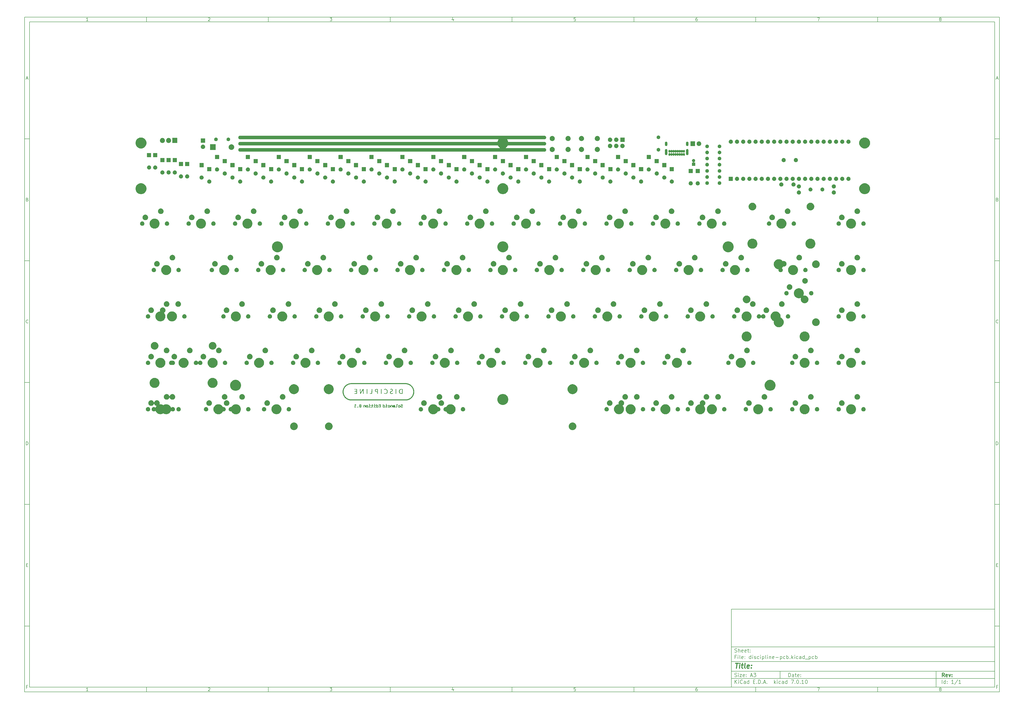
<source format=gbs>
G04 #@! TF.GenerationSoftware,KiCad,Pcbnew,7.0.10*
G04 #@! TF.CreationDate,2024-01-29T11:03:31+01:00*
G04 #@! TF.ProjectId,discipline-pcb,64697363-6970-46c6-996e-652d7063622e,rev?*
G04 #@! TF.SameCoordinates,Original*
G04 #@! TF.FileFunction,Soldermask,Bot*
G04 #@! TF.FilePolarity,Negative*
%FSLAX46Y46*%
G04 Gerber Fmt 4.6, Leading zero omitted, Abs format (unit mm)*
G04 Created by KiCad (PCBNEW 7.0.10) date 2024-01-29 11:03:31*
%MOMM*%
%LPD*%
G01*
G04 APERTURE LIST*
%ADD10C,0.100000*%
%ADD11C,0.150000*%
%ADD12C,0.300000*%
%ADD13C,0.400000*%
G04 APERTURE END LIST*
D10*
D11*
X299989000Y-253002200D02*
X407989000Y-253002200D01*
X407989000Y-285002200D01*
X299989000Y-285002200D01*
X299989000Y-253002200D01*
D10*
D11*
X10000000Y-10000000D02*
X409989000Y-10000000D01*
X409989000Y-287002200D01*
X10000000Y-287002200D01*
X10000000Y-10000000D01*
D10*
D11*
X12000000Y-12000000D02*
X407989000Y-12000000D01*
X407989000Y-285002200D01*
X12000000Y-285002200D01*
X12000000Y-12000000D01*
D10*
D11*
X60000000Y-12000000D02*
X60000000Y-10000000D01*
D10*
D11*
X110000000Y-12000000D02*
X110000000Y-10000000D01*
D10*
D11*
X160000000Y-12000000D02*
X160000000Y-10000000D01*
D10*
D11*
X210000000Y-12000000D02*
X210000000Y-10000000D01*
D10*
D11*
X260000000Y-12000000D02*
X260000000Y-10000000D01*
D10*
D11*
X310000000Y-12000000D02*
X310000000Y-10000000D01*
D10*
D11*
X360000000Y-12000000D02*
X360000000Y-10000000D01*
D10*
D11*
X36089160Y-11593604D02*
X35346303Y-11593604D01*
X35717731Y-11593604D02*
X35717731Y-10293604D01*
X35717731Y-10293604D02*
X35593922Y-10479319D01*
X35593922Y-10479319D02*
X35470112Y-10603128D01*
X35470112Y-10603128D02*
X35346303Y-10665033D01*
D10*
D11*
X85346303Y-10417414D02*
X85408207Y-10355509D01*
X85408207Y-10355509D02*
X85532017Y-10293604D01*
X85532017Y-10293604D02*
X85841541Y-10293604D01*
X85841541Y-10293604D02*
X85965350Y-10355509D01*
X85965350Y-10355509D02*
X86027255Y-10417414D01*
X86027255Y-10417414D02*
X86089160Y-10541223D01*
X86089160Y-10541223D02*
X86089160Y-10665033D01*
X86089160Y-10665033D02*
X86027255Y-10850747D01*
X86027255Y-10850747D02*
X85284398Y-11593604D01*
X85284398Y-11593604D02*
X86089160Y-11593604D01*
D10*
D11*
X135284398Y-10293604D02*
X136089160Y-10293604D01*
X136089160Y-10293604D02*
X135655826Y-10788842D01*
X135655826Y-10788842D02*
X135841541Y-10788842D01*
X135841541Y-10788842D02*
X135965350Y-10850747D01*
X135965350Y-10850747D02*
X136027255Y-10912652D01*
X136027255Y-10912652D02*
X136089160Y-11036461D01*
X136089160Y-11036461D02*
X136089160Y-11345985D01*
X136089160Y-11345985D02*
X136027255Y-11469795D01*
X136027255Y-11469795D02*
X135965350Y-11531700D01*
X135965350Y-11531700D02*
X135841541Y-11593604D01*
X135841541Y-11593604D02*
X135470112Y-11593604D01*
X135470112Y-11593604D02*
X135346303Y-11531700D01*
X135346303Y-11531700D02*
X135284398Y-11469795D01*
D10*
D11*
X185965350Y-10726938D02*
X185965350Y-11593604D01*
X185655826Y-10231700D02*
X185346303Y-11160271D01*
X185346303Y-11160271D02*
X186151064Y-11160271D01*
D10*
D11*
X236027255Y-10293604D02*
X235408207Y-10293604D01*
X235408207Y-10293604D02*
X235346303Y-10912652D01*
X235346303Y-10912652D02*
X235408207Y-10850747D01*
X235408207Y-10850747D02*
X235532017Y-10788842D01*
X235532017Y-10788842D02*
X235841541Y-10788842D01*
X235841541Y-10788842D02*
X235965350Y-10850747D01*
X235965350Y-10850747D02*
X236027255Y-10912652D01*
X236027255Y-10912652D02*
X236089160Y-11036461D01*
X236089160Y-11036461D02*
X236089160Y-11345985D01*
X236089160Y-11345985D02*
X236027255Y-11469795D01*
X236027255Y-11469795D02*
X235965350Y-11531700D01*
X235965350Y-11531700D02*
X235841541Y-11593604D01*
X235841541Y-11593604D02*
X235532017Y-11593604D01*
X235532017Y-11593604D02*
X235408207Y-11531700D01*
X235408207Y-11531700D02*
X235346303Y-11469795D01*
D10*
D11*
X285965350Y-10293604D02*
X285717731Y-10293604D01*
X285717731Y-10293604D02*
X285593922Y-10355509D01*
X285593922Y-10355509D02*
X285532017Y-10417414D01*
X285532017Y-10417414D02*
X285408207Y-10603128D01*
X285408207Y-10603128D02*
X285346303Y-10850747D01*
X285346303Y-10850747D02*
X285346303Y-11345985D01*
X285346303Y-11345985D02*
X285408207Y-11469795D01*
X285408207Y-11469795D02*
X285470112Y-11531700D01*
X285470112Y-11531700D02*
X285593922Y-11593604D01*
X285593922Y-11593604D02*
X285841541Y-11593604D01*
X285841541Y-11593604D02*
X285965350Y-11531700D01*
X285965350Y-11531700D02*
X286027255Y-11469795D01*
X286027255Y-11469795D02*
X286089160Y-11345985D01*
X286089160Y-11345985D02*
X286089160Y-11036461D01*
X286089160Y-11036461D02*
X286027255Y-10912652D01*
X286027255Y-10912652D02*
X285965350Y-10850747D01*
X285965350Y-10850747D02*
X285841541Y-10788842D01*
X285841541Y-10788842D02*
X285593922Y-10788842D01*
X285593922Y-10788842D02*
X285470112Y-10850747D01*
X285470112Y-10850747D02*
X285408207Y-10912652D01*
X285408207Y-10912652D02*
X285346303Y-11036461D01*
D10*
D11*
X335284398Y-10293604D02*
X336151064Y-10293604D01*
X336151064Y-10293604D02*
X335593922Y-11593604D01*
D10*
D11*
X385593922Y-10850747D02*
X385470112Y-10788842D01*
X385470112Y-10788842D02*
X385408207Y-10726938D01*
X385408207Y-10726938D02*
X385346303Y-10603128D01*
X385346303Y-10603128D02*
X385346303Y-10541223D01*
X385346303Y-10541223D02*
X385408207Y-10417414D01*
X385408207Y-10417414D02*
X385470112Y-10355509D01*
X385470112Y-10355509D02*
X385593922Y-10293604D01*
X385593922Y-10293604D02*
X385841541Y-10293604D01*
X385841541Y-10293604D02*
X385965350Y-10355509D01*
X385965350Y-10355509D02*
X386027255Y-10417414D01*
X386027255Y-10417414D02*
X386089160Y-10541223D01*
X386089160Y-10541223D02*
X386089160Y-10603128D01*
X386089160Y-10603128D02*
X386027255Y-10726938D01*
X386027255Y-10726938D02*
X385965350Y-10788842D01*
X385965350Y-10788842D02*
X385841541Y-10850747D01*
X385841541Y-10850747D02*
X385593922Y-10850747D01*
X385593922Y-10850747D02*
X385470112Y-10912652D01*
X385470112Y-10912652D02*
X385408207Y-10974557D01*
X385408207Y-10974557D02*
X385346303Y-11098366D01*
X385346303Y-11098366D02*
X385346303Y-11345985D01*
X385346303Y-11345985D02*
X385408207Y-11469795D01*
X385408207Y-11469795D02*
X385470112Y-11531700D01*
X385470112Y-11531700D02*
X385593922Y-11593604D01*
X385593922Y-11593604D02*
X385841541Y-11593604D01*
X385841541Y-11593604D02*
X385965350Y-11531700D01*
X385965350Y-11531700D02*
X386027255Y-11469795D01*
X386027255Y-11469795D02*
X386089160Y-11345985D01*
X386089160Y-11345985D02*
X386089160Y-11098366D01*
X386089160Y-11098366D02*
X386027255Y-10974557D01*
X386027255Y-10974557D02*
X385965350Y-10912652D01*
X385965350Y-10912652D02*
X385841541Y-10850747D01*
D10*
D11*
X60000000Y-285002200D02*
X60000000Y-287002200D01*
D10*
D11*
X110000000Y-285002200D02*
X110000000Y-287002200D01*
D10*
D11*
X160000000Y-285002200D02*
X160000000Y-287002200D01*
D10*
D11*
X210000000Y-285002200D02*
X210000000Y-287002200D01*
D10*
D11*
X260000000Y-285002200D02*
X260000000Y-287002200D01*
D10*
D11*
X310000000Y-285002200D02*
X310000000Y-287002200D01*
D10*
D11*
X360000000Y-285002200D02*
X360000000Y-287002200D01*
D10*
D11*
X36089160Y-286595804D02*
X35346303Y-286595804D01*
X35717731Y-286595804D02*
X35717731Y-285295804D01*
X35717731Y-285295804D02*
X35593922Y-285481519D01*
X35593922Y-285481519D02*
X35470112Y-285605328D01*
X35470112Y-285605328D02*
X35346303Y-285667233D01*
D10*
D11*
X85346303Y-285419614D02*
X85408207Y-285357709D01*
X85408207Y-285357709D02*
X85532017Y-285295804D01*
X85532017Y-285295804D02*
X85841541Y-285295804D01*
X85841541Y-285295804D02*
X85965350Y-285357709D01*
X85965350Y-285357709D02*
X86027255Y-285419614D01*
X86027255Y-285419614D02*
X86089160Y-285543423D01*
X86089160Y-285543423D02*
X86089160Y-285667233D01*
X86089160Y-285667233D02*
X86027255Y-285852947D01*
X86027255Y-285852947D02*
X85284398Y-286595804D01*
X85284398Y-286595804D02*
X86089160Y-286595804D01*
D10*
D11*
X135284398Y-285295804D02*
X136089160Y-285295804D01*
X136089160Y-285295804D02*
X135655826Y-285791042D01*
X135655826Y-285791042D02*
X135841541Y-285791042D01*
X135841541Y-285791042D02*
X135965350Y-285852947D01*
X135965350Y-285852947D02*
X136027255Y-285914852D01*
X136027255Y-285914852D02*
X136089160Y-286038661D01*
X136089160Y-286038661D02*
X136089160Y-286348185D01*
X136089160Y-286348185D02*
X136027255Y-286471995D01*
X136027255Y-286471995D02*
X135965350Y-286533900D01*
X135965350Y-286533900D02*
X135841541Y-286595804D01*
X135841541Y-286595804D02*
X135470112Y-286595804D01*
X135470112Y-286595804D02*
X135346303Y-286533900D01*
X135346303Y-286533900D02*
X135284398Y-286471995D01*
D10*
D11*
X185965350Y-285729138D02*
X185965350Y-286595804D01*
X185655826Y-285233900D02*
X185346303Y-286162471D01*
X185346303Y-286162471D02*
X186151064Y-286162471D01*
D10*
D11*
X236027255Y-285295804D02*
X235408207Y-285295804D01*
X235408207Y-285295804D02*
X235346303Y-285914852D01*
X235346303Y-285914852D02*
X235408207Y-285852947D01*
X235408207Y-285852947D02*
X235532017Y-285791042D01*
X235532017Y-285791042D02*
X235841541Y-285791042D01*
X235841541Y-285791042D02*
X235965350Y-285852947D01*
X235965350Y-285852947D02*
X236027255Y-285914852D01*
X236027255Y-285914852D02*
X236089160Y-286038661D01*
X236089160Y-286038661D02*
X236089160Y-286348185D01*
X236089160Y-286348185D02*
X236027255Y-286471995D01*
X236027255Y-286471995D02*
X235965350Y-286533900D01*
X235965350Y-286533900D02*
X235841541Y-286595804D01*
X235841541Y-286595804D02*
X235532017Y-286595804D01*
X235532017Y-286595804D02*
X235408207Y-286533900D01*
X235408207Y-286533900D02*
X235346303Y-286471995D01*
D10*
D11*
X285965350Y-285295804D02*
X285717731Y-285295804D01*
X285717731Y-285295804D02*
X285593922Y-285357709D01*
X285593922Y-285357709D02*
X285532017Y-285419614D01*
X285532017Y-285419614D02*
X285408207Y-285605328D01*
X285408207Y-285605328D02*
X285346303Y-285852947D01*
X285346303Y-285852947D02*
X285346303Y-286348185D01*
X285346303Y-286348185D02*
X285408207Y-286471995D01*
X285408207Y-286471995D02*
X285470112Y-286533900D01*
X285470112Y-286533900D02*
X285593922Y-286595804D01*
X285593922Y-286595804D02*
X285841541Y-286595804D01*
X285841541Y-286595804D02*
X285965350Y-286533900D01*
X285965350Y-286533900D02*
X286027255Y-286471995D01*
X286027255Y-286471995D02*
X286089160Y-286348185D01*
X286089160Y-286348185D02*
X286089160Y-286038661D01*
X286089160Y-286038661D02*
X286027255Y-285914852D01*
X286027255Y-285914852D02*
X285965350Y-285852947D01*
X285965350Y-285852947D02*
X285841541Y-285791042D01*
X285841541Y-285791042D02*
X285593922Y-285791042D01*
X285593922Y-285791042D02*
X285470112Y-285852947D01*
X285470112Y-285852947D02*
X285408207Y-285914852D01*
X285408207Y-285914852D02*
X285346303Y-286038661D01*
D10*
D11*
X335284398Y-285295804D02*
X336151064Y-285295804D01*
X336151064Y-285295804D02*
X335593922Y-286595804D01*
D10*
D11*
X385593922Y-285852947D02*
X385470112Y-285791042D01*
X385470112Y-285791042D02*
X385408207Y-285729138D01*
X385408207Y-285729138D02*
X385346303Y-285605328D01*
X385346303Y-285605328D02*
X385346303Y-285543423D01*
X385346303Y-285543423D02*
X385408207Y-285419614D01*
X385408207Y-285419614D02*
X385470112Y-285357709D01*
X385470112Y-285357709D02*
X385593922Y-285295804D01*
X385593922Y-285295804D02*
X385841541Y-285295804D01*
X385841541Y-285295804D02*
X385965350Y-285357709D01*
X385965350Y-285357709D02*
X386027255Y-285419614D01*
X386027255Y-285419614D02*
X386089160Y-285543423D01*
X386089160Y-285543423D02*
X386089160Y-285605328D01*
X386089160Y-285605328D02*
X386027255Y-285729138D01*
X386027255Y-285729138D02*
X385965350Y-285791042D01*
X385965350Y-285791042D02*
X385841541Y-285852947D01*
X385841541Y-285852947D02*
X385593922Y-285852947D01*
X385593922Y-285852947D02*
X385470112Y-285914852D01*
X385470112Y-285914852D02*
X385408207Y-285976757D01*
X385408207Y-285976757D02*
X385346303Y-286100566D01*
X385346303Y-286100566D02*
X385346303Y-286348185D01*
X385346303Y-286348185D02*
X385408207Y-286471995D01*
X385408207Y-286471995D02*
X385470112Y-286533900D01*
X385470112Y-286533900D02*
X385593922Y-286595804D01*
X385593922Y-286595804D02*
X385841541Y-286595804D01*
X385841541Y-286595804D02*
X385965350Y-286533900D01*
X385965350Y-286533900D02*
X386027255Y-286471995D01*
X386027255Y-286471995D02*
X386089160Y-286348185D01*
X386089160Y-286348185D02*
X386089160Y-286100566D01*
X386089160Y-286100566D02*
X386027255Y-285976757D01*
X386027255Y-285976757D02*
X385965350Y-285914852D01*
X385965350Y-285914852D02*
X385841541Y-285852947D01*
D10*
D11*
X10000000Y-60000000D02*
X12000000Y-60000000D01*
D10*
D11*
X10000000Y-110000000D02*
X12000000Y-110000000D01*
D10*
D11*
X10000000Y-160000000D02*
X12000000Y-160000000D01*
D10*
D11*
X10000000Y-210000000D02*
X12000000Y-210000000D01*
D10*
D11*
X10000000Y-260000000D02*
X12000000Y-260000000D01*
D10*
D11*
X10690476Y-35222176D02*
X11309523Y-35222176D01*
X10566666Y-35593604D02*
X10999999Y-34293604D01*
X10999999Y-34293604D02*
X11433333Y-35593604D01*
D10*
D11*
X11092857Y-84912652D02*
X11278571Y-84974557D01*
X11278571Y-84974557D02*
X11340476Y-85036461D01*
X11340476Y-85036461D02*
X11402380Y-85160271D01*
X11402380Y-85160271D02*
X11402380Y-85345985D01*
X11402380Y-85345985D02*
X11340476Y-85469795D01*
X11340476Y-85469795D02*
X11278571Y-85531700D01*
X11278571Y-85531700D02*
X11154761Y-85593604D01*
X11154761Y-85593604D02*
X10659523Y-85593604D01*
X10659523Y-85593604D02*
X10659523Y-84293604D01*
X10659523Y-84293604D02*
X11092857Y-84293604D01*
X11092857Y-84293604D02*
X11216666Y-84355509D01*
X11216666Y-84355509D02*
X11278571Y-84417414D01*
X11278571Y-84417414D02*
X11340476Y-84541223D01*
X11340476Y-84541223D02*
X11340476Y-84665033D01*
X11340476Y-84665033D02*
X11278571Y-84788842D01*
X11278571Y-84788842D02*
X11216666Y-84850747D01*
X11216666Y-84850747D02*
X11092857Y-84912652D01*
X11092857Y-84912652D02*
X10659523Y-84912652D01*
D10*
D11*
X11402380Y-135469795D02*
X11340476Y-135531700D01*
X11340476Y-135531700D02*
X11154761Y-135593604D01*
X11154761Y-135593604D02*
X11030952Y-135593604D01*
X11030952Y-135593604D02*
X10845238Y-135531700D01*
X10845238Y-135531700D02*
X10721428Y-135407890D01*
X10721428Y-135407890D02*
X10659523Y-135284080D01*
X10659523Y-135284080D02*
X10597619Y-135036461D01*
X10597619Y-135036461D02*
X10597619Y-134850747D01*
X10597619Y-134850747D02*
X10659523Y-134603128D01*
X10659523Y-134603128D02*
X10721428Y-134479319D01*
X10721428Y-134479319D02*
X10845238Y-134355509D01*
X10845238Y-134355509D02*
X11030952Y-134293604D01*
X11030952Y-134293604D02*
X11154761Y-134293604D01*
X11154761Y-134293604D02*
X11340476Y-134355509D01*
X11340476Y-134355509D02*
X11402380Y-134417414D01*
D10*
D11*
X10659523Y-185593604D02*
X10659523Y-184293604D01*
X10659523Y-184293604D02*
X10969047Y-184293604D01*
X10969047Y-184293604D02*
X11154761Y-184355509D01*
X11154761Y-184355509D02*
X11278571Y-184479319D01*
X11278571Y-184479319D02*
X11340476Y-184603128D01*
X11340476Y-184603128D02*
X11402380Y-184850747D01*
X11402380Y-184850747D02*
X11402380Y-185036461D01*
X11402380Y-185036461D02*
X11340476Y-185284080D01*
X11340476Y-185284080D02*
X11278571Y-185407890D01*
X11278571Y-185407890D02*
X11154761Y-185531700D01*
X11154761Y-185531700D02*
X10969047Y-185593604D01*
X10969047Y-185593604D02*
X10659523Y-185593604D01*
D10*
D11*
X10721428Y-234912652D02*
X11154762Y-234912652D01*
X11340476Y-235593604D02*
X10721428Y-235593604D01*
X10721428Y-235593604D02*
X10721428Y-234293604D01*
X10721428Y-234293604D02*
X11340476Y-234293604D01*
D10*
D11*
X11185714Y-284912652D02*
X10752380Y-284912652D01*
X10752380Y-285593604D02*
X10752380Y-284293604D01*
X10752380Y-284293604D02*
X11371428Y-284293604D01*
D10*
D11*
X409989000Y-60000000D02*
X407989000Y-60000000D01*
D10*
D11*
X409989000Y-110000000D02*
X407989000Y-110000000D01*
D10*
D11*
X409989000Y-160000000D02*
X407989000Y-160000000D01*
D10*
D11*
X409989000Y-210000000D02*
X407989000Y-210000000D01*
D10*
D11*
X409989000Y-260000000D02*
X407989000Y-260000000D01*
D10*
D11*
X408679476Y-35222176D02*
X409298523Y-35222176D01*
X408555666Y-35593604D02*
X408988999Y-34293604D01*
X408988999Y-34293604D02*
X409422333Y-35593604D01*
D10*
D11*
X409081857Y-84912652D02*
X409267571Y-84974557D01*
X409267571Y-84974557D02*
X409329476Y-85036461D01*
X409329476Y-85036461D02*
X409391380Y-85160271D01*
X409391380Y-85160271D02*
X409391380Y-85345985D01*
X409391380Y-85345985D02*
X409329476Y-85469795D01*
X409329476Y-85469795D02*
X409267571Y-85531700D01*
X409267571Y-85531700D02*
X409143761Y-85593604D01*
X409143761Y-85593604D02*
X408648523Y-85593604D01*
X408648523Y-85593604D02*
X408648523Y-84293604D01*
X408648523Y-84293604D02*
X409081857Y-84293604D01*
X409081857Y-84293604D02*
X409205666Y-84355509D01*
X409205666Y-84355509D02*
X409267571Y-84417414D01*
X409267571Y-84417414D02*
X409329476Y-84541223D01*
X409329476Y-84541223D02*
X409329476Y-84665033D01*
X409329476Y-84665033D02*
X409267571Y-84788842D01*
X409267571Y-84788842D02*
X409205666Y-84850747D01*
X409205666Y-84850747D02*
X409081857Y-84912652D01*
X409081857Y-84912652D02*
X408648523Y-84912652D01*
D10*
D11*
X409391380Y-135469795D02*
X409329476Y-135531700D01*
X409329476Y-135531700D02*
X409143761Y-135593604D01*
X409143761Y-135593604D02*
X409019952Y-135593604D01*
X409019952Y-135593604D02*
X408834238Y-135531700D01*
X408834238Y-135531700D02*
X408710428Y-135407890D01*
X408710428Y-135407890D02*
X408648523Y-135284080D01*
X408648523Y-135284080D02*
X408586619Y-135036461D01*
X408586619Y-135036461D02*
X408586619Y-134850747D01*
X408586619Y-134850747D02*
X408648523Y-134603128D01*
X408648523Y-134603128D02*
X408710428Y-134479319D01*
X408710428Y-134479319D02*
X408834238Y-134355509D01*
X408834238Y-134355509D02*
X409019952Y-134293604D01*
X409019952Y-134293604D02*
X409143761Y-134293604D01*
X409143761Y-134293604D02*
X409329476Y-134355509D01*
X409329476Y-134355509D02*
X409391380Y-134417414D01*
D10*
D11*
X408648523Y-185593604D02*
X408648523Y-184293604D01*
X408648523Y-184293604D02*
X408958047Y-184293604D01*
X408958047Y-184293604D02*
X409143761Y-184355509D01*
X409143761Y-184355509D02*
X409267571Y-184479319D01*
X409267571Y-184479319D02*
X409329476Y-184603128D01*
X409329476Y-184603128D02*
X409391380Y-184850747D01*
X409391380Y-184850747D02*
X409391380Y-185036461D01*
X409391380Y-185036461D02*
X409329476Y-185284080D01*
X409329476Y-185284080D02*
X409267571Y-185407890D01*
X409267571Y-185407890D02*
X409143761Y-185531700D01*
X409143761Y-185531700D02*
X408958047Y-185593604D01*
X408958047Y-185593604D02*
X408648523Y-185593604D01*
D10*
D11*
X408710428Y-234912652D02*
X409143762Y-234912652D01*
X409329476Y-235593604D02*
X408710428Y-235593604D01*
X408710428Y-235593604D02*
X408710428Y-234293604D01*
X408710428Y-234293604D02*
X409329476Y-234293604D01*
D10*
D11*
X409174714Y-284912652D02*
X408741380Y-284912652D01*
X408741380Y-285593604D02*
X408741380Y-284293604D01*
X408741380Y-284293604D02*
X409360428Y-284293604D01*
D10*
D11*
X323444826Y-280788328D02*
X323444826Y-279288328D01*
X323444826Y-279288328D02*
X323801969Y-279288328D01*
X323801969Y-279288328D02*
X324016255Y-279359757D01*
X324016255Y-279359757D02*
X324159112Y-279502614D01*
X324159112Y-279502614D02*
X324230541Y-279645471D01*
X324230541Y-279645471D02*
X324301969Y-279931185D01*
X324301969Y-279931185D02*
X324301969Y-280145471D01*
X324301969Y-280145471D02*
X324230541Y-280431185D01*
X324230541Y-280431185D02*
X324159112Y-280574042D01*
X324159112Y-280574042D02*
X324016255Y-280716900D01*
X324016255Y-280716900D02*
X323801969Y-280788328D01*
X323801969Y-280788328D02*
X323444826Y-280788328D01*
X325587684Y-280788328D02*
X325587684Y-280002614D01*
X325587684Y-280002614D02*
X325516255Y-279859757D01*
X325516255Y-279859757D02*
X325373398Y-279788328D01*
X325373398Y-279788328D02*
X325087684Y-279788328D01*
X325087684Y-279788328D02*
X324944826Y-279859757D01*
X325587684Y-280716900D02*
X325444826Y-280788328D01*
X325444826Y-280788328D02*
X325087684Y-280788328D01*
X325087684Y-280788328D02*
X324944826Y-280716900D01*
X324944826Y-280716900D02*
X324873398Y-280574042D01*
X324873398Y-280574042D02*
X324873398Y-280431185D01*
X324873398Y-280431185D02*
X324944826Y-280288328D01*
X324944826Y-280288328D02*
X325087684Y-280216900D01*
X325087684Y-280216900D02*
X325444826Y-280216900D01*
X325444826Y-280216900D02*
X325587684Y-280145471D01*
X326087684Y-279788328D02*
X326659112Y-279788328D01*
X326301969Y-279288328D02*
X326301969Y-280574042D01*
X326301969Y-280574042D02*
X326373398Y-280716900D01*
X326373398Y-280716900D02*
X326516255Y-280788328D01*
X326516255Y-280788328D02*
X326659112Y-280788328D01*
X327730541Y-280716900D02*
X327587684Y-280788328D01*
X327587684Y-280788328D02*
X327301970Y-280788328D01*
X327301970Y-280788328D02*
X327159112Y-280716900D01*
X327159112Y-280716900D02*
X327087684Y-280574042D01*
X327087684Y-280574042D02*
X327087684Y-280002614D01*
X327087684Y-280002614D02*
X327159112Y-279859757D01*
X327159112Y-279859757D02*
X327301970Y-279788328D01*
X327301970Y-279788328D02*
X327587684Y-279788328D01*
X327587684Y-279788328D02*
X327730541Y-279859757D01*
X327730541Y-279859757D02*
X327801970Y-280002614D01*
X327801970Y-280002614D02*
X327801970Y-280145471D01*
X327801970Y-280145471D02*
X327087684Y-280288328D01*
X328444826Y-280645471D02*
X328516255Y-280716900D01*
X328516255Y-280716900D02*
X328444826Y-280788328D01*
X328444826Y-280788328D02*
X328373398Y-280716900D01*
X328373398Y-280716900D02*
X328444826Y-280645471D01*
X328444826Y-280645471D02*
X328444826Y-280788328D01*
X328444826Y-279859757D02*
X328516255Y-279931185D01*
X328516255Y-279931185D02*
X328444826Y-280002614D01*
X328444826Y-280002614D02*
X328373398Y-279931185D01*
X328373398Y-279931185D02*
X328444826Y-279859757D01*
X328444826Y-279859757D02*
X328444826Y-280002614D01*
D10*
D11*
X299989000Y-281502200D02*
X407989000Y-281502200D01*
D10*
D11*
X301444826Y-283588328D02*
X301444826Y-282088328D01*
X302301969Y-283588328D02*
X301659112Y-282731185D01*
X302301969Y-282088328D02*
X301444826Y-282945471D01*
X302944826Y-283588328D02*
X302944826Y-282588328D01*
X302944826Y-282088328D02*
X302873398Y-282159757D01*
X302873398Y-282159757D02*
X302944826Y-282231185D01*
X302944826Y-282231185D02*
X303016255Y-282159757D01*
X303016255Y-282159757D02*
X302944826Y-282088328D01*
X302944826Y-282088328D02*
X302944826Y-282231185D01*
X304516255Y-283445471D02*
X304444827Y-283516900D01*
X304444827Y-283516900D02*
X304230541Y-283588328D01*
X304230541Y-283588328D02*
X304087684Y-283588328D01*
X304087684Y-283588328D02*
X303873398Y-283516900D01*
X303873398Y-283516900D02*
X303730541Y-283374042D01*
X303730541Y-283374042D02*
X303659112Y-283231185D01*
X303659112Y-283231185D02*
X303587684Y-282945471D01*
X303587684Y-282945471D02*
X303587684Y-282731185D01*
X303587684Y-282731185D02*
X303659112Y-282445471D01*
X303659112Y-282445471D02*
X303730541Y-282302614D01*
X303730541Y-282302614D02*
X303873398Y-282159757D01*
X303873398Y-282159757D02*
X304087684Y-282088328D01*
X304087684Y-282088328D02*
X304230541Y-282088328D01*
X304230541Y-282088328D02*
X304444827Y-282159757D01*
X304444827Y-282159757D02*
X304516255Y-282231185D01*
X305801970Y-283588328D02*
X305801970Y-282802614D01*
X305801970Y-282802614D02*
X305730541Y-282659757D01*
X305730541Y-282659757D02*
X305587684Y-282588328D01*
X305587684Y-282588328D02*
X305301970Y-282588328D01*
X305301970Y-282588328D02*
X305159112Y-282659757D01*
X305801970Y-283516900D02*
X305659112Y-283588328D01*
X305659112Y-283588328D02*
X305301970Y-283588328D01*
X305301970Y-283588328D02*
X305159112Y-283516900D01*
X305159112Y-283516900D02*
X305087684Y-283374042D01*
X305087684Y-283374042D02*
X305087684Y-283231185D01*
X305087684Y-283231185D02*
X305159112Y-283088328D01*
X305159112Y-283088328D02*
X305301970Y-283016900D01*
X305301970Y-283016900D02*
X305659112Y-283016900D01*
X305659112Y-283016900D02*
X305801970Y-282945471D01*
X307159113Y-283588328D02*
X307159113Y-282088328D01*
X307159113Y-283516900D02*
X307016255Y-283588328D01*
X307016255Y-283588328D02*
X306730541Y-283588328D01*
X306730541Y-283588328D02*
X306587684Y-283516900D01*
X306587684Y-283516900D02*
X306516255Y-283445471D01*
X306516255Y-283445471D02*
X306444827Y-283302614D01*
X306444827Y-283302614D02*
X306444827Y-282874042D01*
X306444827Y-282874042D02*
X306516255Y-282731185D01*
X306516255Y-282731185D02*
X306587684Y-282659757D01*
X306587684Y-282659757D02*
X306730541Y-282588328D01*
X306730541Y-282588328D02*
X307016255Y-282588328D01*
X307016255Y-282588328D02*
X307159113Y-282659757D01*
X309016255Y-282802614D02*
X309516255Y-282802614D01*
X309730541Y-283588328D02*
X309016255Y-283588328D01*
X309016255Y-283588328D02*
X309016255Y-282088328D01*
X309016255Y-282088328D02*
X309730541Y-282088328D01*
X310373398Y-283445471D02*
X310444827Y-283516900D01*
X310444827Y-283516900D02*
X310373398Y-283588328D01*
X310373398Y-283588328D02*
X310301970Y-283516900D01*
X310301970Y-283516900D02*
X310373398Y-283445471D01*
X310373398Y-283445471D02*
X310373398Y-283588328D01*
X311087684Y-283588328D02*
X311087684Y-282088328D01*
X311087684Y-282088328D02*
X311444827Y-282088328D01*
X311444827Y-282088328D02*
X311659113Y-282159757D01*
X311659113Y-282159757D02*
X311801970Y-282302614D01*
X311801970Y-282302614D02*
X311873399Y-282445471D01*
X311873399Y-282445471D02*
X311944827Y-282731185D01*
X311944827Y-282731185D02*
X311944827Y-282945471D01*
X311944827Y-282945471D02*
X311873399Y-283231185D01*
X311873399Y-283231185D02*
X311801970Y-283374042D01*
X311801970Y-283374042D02*
X311659113Y-283516900D01*
X311659113Y-283516900D02*
X311444827Y-283588328D01*
X311444827Y-283588328D02*
X311087684Y-283588328D01*
X312587684Y-283445471D02*
X312659113Y-283516900D01*
X312659113Y-283516900D02*
X312587684Y-283588328D01*
X312587684Y-283588328D02*
X312516256Y-283516900D01*
X312516256Y-283516900D02*
X312587684Y-283445471D01*
X312587684Y-283445471D02*
X312587684Y-283588328D01*
X313230542Y-283159757D02*
X313944828Y-283159757D01*
X313087685Y-283588328D02*
X313587685Y-282088328D01*
X313587685Y-282088328D02*
X314087685Y-283588328D01*
X314587684Y-283445471D02*
X314659113Y-283516900D01*
X314659113Y-283516900D02*
X314587684Y-283588328D01*
X314587684Y-283588328D02*
X314516256Y-283516900D01*
X314516256Y-283516900D02*
X314587684Y-283445471D01*
X314587684Y-283445471D02*
X314587684Y-283588328D01*
X317587684Y-283588328D02*
X317587684Y-282088328D01*
X317730542Y-283016900D02*
X318159113Y-283588328D01*
X318159113Y-282588328D02*
X317587684Y-283159757D01*
X318801970Y-283588328D02*
X318801970Y-282588328D01*
X318801970Y-282088328D02*
X318730542Y-282159757D01*
X318730542Y-282159757D02*
X318801970Y-282231185D01*
X318801970Y-282231185D02*
X318873399Y-282159757D01*
X318873399Y-282159757D02*
X318801970Y-282088328D01*
X318801970Y-282088328D02*
X318801970Y-282231185D01*
X320159114Y-283516900D02*
X320016256Y-283588328D01*
X320016256Y-283588328D02*
X319730542Y-283588328D01*
X319730542Y-283588328D02*
X319587685Y-283516900D01*
X319587685Y-283516900D02*
X319516256Y-283445471D01*
X319516256Y-283445471D02*
X319444828Y-283302614D01*
X319444828Y-283302614D02*
X319444828Y-282874042D01*
X319444828Y-282874042D02*
X319516256Y-282731185D01*
X319516256Y-282731185D02*
X319587685Y-282659757D01*
X319587685Y-282659757D02*
X319730542Y-282588328D01*
X319730542Y-282588328D02*
X320016256Y-282588328D01*
X320016256Y-282588328D02*
X320159114Y-282659757D01*
X321444828Y-283588328D02*
X321444828Y-282802614D01*
X321444828Y-282802614D02*
X321373399Y-282659757D01*
X321373399Y-282659757D02*
X321230542Y-282588328D01*
X321230542Y-282588328D02*
X320944828Y-282588328D01*
X320944828Y-282588328D02*
X320801970Y-282659757D01*
X321444828Y-283516900D02*
X321301970Y-283588328D01*
X321301970Y-283588328D02*
X320944828Y-283588328D01*
X320944828Y-283588328D02*
X320801970Y-283516900D01*
X320801970Y-283516900D02*
X320730542Y-283374042D01*
X320730542Y-283374042D02*
X320730542Y-283231185D01*
X320730542Y-283231185D02*
X320801970Y-283088328D01*
X320801970Y-283088328D02*
X320944828Y-283016900D01*
X320944828Y-283016900D02*
X321301970Y-283016900D01*
X321301970Y-283016900D02*
X321444828Y-282945471D01*
X322801971Y-283588328D02*
X322801971Y-282088328D01*
X322801971Y-283516900D02*
X322659113Y-283588328D01*
X322659113Y-283588328D02*
X322373399Y-283588328D01*
X322373399Y-283588328D02*
X322230542Y-283516900D01*
X322230542Y-283516900D02*
X322159113Y-283445471D01*
X322159113Y-283445471D02*
X322087685Y-283302614D01*
X322087685Y-283302614D02*
X322087685Y-282874042D01*
X322087685Y-282874042D02*
X322159113Y-282731185D01*
X322159113Y-282731185D02*
X322230542Y-282659757D01*
X322230542Y-282659757D02*
X322373399Y-282588328D01*
X322373399Y-282588328D02*
X322659113Y-282588328D01*
X322659113Y-282588328D02*
X322801971Y-282659757D01*
X324516256Y-282088328D02*
X325516256Y-282088328D01*
X325516256Y-282088328D02*
X324873399Y-283588328D01*
X326087684Y-283445471D02*
X326159113Y-283516900D01*
X326159113Y-283516900D02*
X326087684Y-283588328D01*
X326087684Y-283588328D02*
X326016256Y-283516900D01*
X326016256Y-283516900D02*
X326087684Y-283445471D01*
X326087684Y-283445471D02*
X326087684Y-283588328D01*
X327087685Y-282088328D02*
X327230542Y-282088328D01*
X327230542Y-282088328D02*
X327373399Y-282159757D01*
X327373399Y-282159757D02*
X327444828Y-282231185D01*
X327444828Y-282231185D02*
X327516256Y-282374042D01*
X327516256Y-282374042D02*
X327587685Y-282659757D01*
X327587685Y-282659757D02*
X327587685Y-283016900D01*
X327587685Y-283016900D02*
X327516256Y-283302614D01*
X327516256Y-283302614D02*
X327444828Y-283445471D01*
X327444828Y-283445471D02*
X327373399Y-283516900D01*
X327373399Y-283516900D02*
X327230542Y-283588328D01*
X327230542Y-283588328D02*
X327087685Y-283588328D01*
X327087685Y-283588328D02*
X326944828Y-283516900D01*
X326944828Y-283516900D02*
X326873399Y-283445471D01*
X326873399Y-283445471D02*
X326801970Y-283302614D01*
X326801970Y-283302614D02*
X326730542Y-283016900D01*
X326730542Y-283016900D02*
X326730542Y-282659757D01*
X326730542Y-282659757D02*
X326801970Y-282374042D01*
X326801970Y-282374042D02*
X326873399Y-282231185D01*
X326873399Y-282231185D02*
X326944828Y-282159757D01*
X326944828Y-282159757D02*
X327087685Y-282088328D01*
X328230541Y-283445471D02*
X328301970Y-283516900D01*
X328301970Y-283516900D02*
X328230541Y-283588328D01*
X328230541Y-283588328D02*
X328159113Y-283516900D01*
X328159113Y-283516900D02*
X328230541Y-283445471D01*
X328230541Y-283445471D02*
X328230541Y-283588328D01*
X329730542Y-283588328D02*
X328873399Y-283588328D01*
X329301970Y-283588328D02*
X329301970Y-282088328D01*
X329301970Y-282088328D02*
X329159113Y-282302614D01*
X329159113Y-282302614D02*
X329016256Y-282445471D01*
X329016256Y-282445471D02*
X328873399Y-282516900D01*
X330659113Y-282088328D02*
X330801970Y-282088328D01*
X330801970Y-282088328D02*
X330944827Y-282159757D01*
X330944827Y-282159757D02*
X331016256Y-282231185D01*
X331016256Y-282231185D02*
X331087684Y-282374042D01*
X331087684Y-282374042D02*
X331159113Y-282659757D01*
X331159113Y-282659757D02*
X331159113Y-283016900D01*
X331159113Y-283016900D02*
X331087684Y-283302614D01*
X331087684Y-283302614D02*
X331016256Y-283445471D01*
X331016256Y-283445471D02*
X330944827Y-283516900D01*
X330944827Y-283516900D02*
X330801970Y-283588328D01*
X330801970Y-283588328D02*
X330659113Y-283588328D01*
X330659113Y-283588328D02*
X330516256Y-283516900D01*
X330516256Y-283516900D02*
X330444827Y-283445471D01*
X330444827Y-283445471D02*
X330373398Y-283302614D01*
X330373398Y-283302614D02*
X330301970Y-283016900D01*
X330301970Y-283016900D02*
X330301970Y-282659757D01*
X330301970Y-282659757D02*
X330373398Y-282374042D01*
X330373398Y-282374042D02*
X330444827Y-282231185D01*
X330444827Y-282231185D02*
X330516256Y-282159757D01*
X330516256Y-282159757D02*
X330659113Y-282088328D01*
D10*
D11*
X299989000Y-278502200D02*
X407989000Y-278502200D01*
D10*
D12*
X387400653Y-280780528D02*
X386900653Y-280066242D01*
X386543510Y-280780528D02*
X386543510Y-279280528D01*
X386543510Y-279280528D02*
X387114939Y-279280528D01*
X387114939Y-279280528D02*
X387257796Y-279351957D01*
X387257796Y-279351957D02*
X387329225Y-279423385D01*
X387329225Y-279423385D02*
X387400653Y-279566242D01*
X387400653Y-279566242D02*
X387400653Y-279780528D01*
X387400653Y-279780528D02*
X387329225Y-279923385D01*
X387329225Y-279923385D02*
X387257796Y-279994814D01*
X387257796Y-279994814D02*
X387114939Y-280066242D01*
X387114939Y-280066242D02*
X386543510Y-280066242D01*
X388614939Y-280709100D02*
X388472082Y-280780528D01*
X388472082Y-280780528D02*
X388186368Y-280780528D01*
X388186368Y-280780528D02*
X388043510Y-280709100D01*
X388043510Y-280709100D02*
X387972082Y-280566242D01*
X387972082Y-280566242D02*
X387972082Y-279994814D01*
X387972082Y-279994814D02*
X388043510Y-279851957D01*
X388043510Y-279851957D02*
X388186368Y-279780528D01*
X388186368Y-279780528D02*
X388472082Y-279780528D01*
X388472082Y-279780528D02*
X388614939Y-279851957D01*
X388614939Y-279851957D02*
X388686368Y-279994814D01*
X388686368Y-279994814D02*
X388686368Y-280137671D01*
X388686368Y-280137671D02*
X387972082Y-280280528D01*
X389186367Y-279780528D02*
X389543510Y-280780528D01*
X389543510Y-280780528D02*
X389900653Y-279780528D01*
X390472081Y-280637671D02*
X390543510Y-280709100D01*
X390543510Y-280709100D02*
X390472081Y-280780528D01*
X390472081Y-280780528D02*
X390400653Y-280709100D01*
X390400653Y-280709100D02*
X390472081Y-280637671D01*
X390472081Y-280637671D02*
X390472081Y-280780528D01*
X390472081Y-279851957D02*
X390543510Y-279923385D01*
X390543510Y-279923385D02*
X390472081Y-279994814D01*
X390472081Y-279994814D02*
X390400653Y-279923385D01*
X390400653Y-279923385D02*
X390472081Y-279851957D01*
X390472081Y-279851957D02*
X390472081Y-279994814D01*
D10*
D11*
X301373398Y-280716900D02*
X301587684Y-280788328D01*
X301587684Y-280788328D02*
X301944826Y-280788328D01*
X301944826Y-280788328D02*
X302087684Y-280716900D01*
X302087684Y-280716900D02*
X302159112Y-280645471D01*
X302159112Y-280645471D02*
X302230541Y-280502614D01*
X302230541Y-280502614D02*
X302230541Y-280359757D01*
X302230541Y-280359757D02*
X302159112Y-280216900D01*
X302159112Y-280216900D02*
X302087684Y-280145471D01*
X302087684Y-280145471D02*
X301944826Y-280074042D01*
X301944826Y-280074042D02*
X301659112Y-280002614D01*
X301659112Y-280002614D02*
X301516255Y-279931185D01*
X301516255Y-279931185D02*
X301444826Y-279859757D01*
X301444826Y-279859757D02*
X301373398Y-279716900D01*
X301373398Y-279716900D02*
X301373398Y-279574042D01*
X301373398Y-279574042D02*
X301444826Y-279431185D01*
X301444826Y-279431185D02*
X301516255Y-279359757D01*
X301516255Y-279359757D02*
X301659112Y-279288328D01*
X301659112Y-279288328D02*
X302016255Y-279288328D01*
X302016255Y-279288328D02*
X302230541Y-279359757D01*
X302873397Y-280788328D02*
X302873397Y-279788328D01*
X302873397Y-279288328D02*
X302801969Y-279359757D01*
X302801969Y-279359757D02*
X302873397Y-279431185D01*
X302873397Y-279431185D02*
X302944826Y-279359757D01*
X302944826Y-279359757D02*
X302873397Y-279288328D01*
X302873397Y-279288328D02*
X302873397Y-279431185D01*
X303444826Y-279788328D02*
X304230541Y-279788328D01*
X304230541Y-279788328D02*
X303444826Y-280788328D01*
X303444826Y-280788328D02*
X304230541Y-280788328D01*
X305373398Y-280716900D02*
X305230541Y-280788328D01*
X305230541Y-280788328D02*
X304944827Y-280788328D01*
X304944827Y-280788328D02*
X304801969Y-280716900D01*
X304801969Y-280716900D02*
X304730541Y-280574042D01*
X304730541Y-280574042D02*
X304730541Y-280002614D01*
X304730541Y-280002614D02*
X304801969Y-279859757D01*
X304801969Y-279859757D02*
X304944827Y-279788328D01*
X304944827Y-279788328D02*
X305230541Y-279788328D01*
X305230541Y-279788328D02*
X305373398Y-279859757D01*
X305373398Y-279859757D02*
X305444827Y-280002614D01*
X305444827Y-280002614D02*
X305444827Y-280145471D01*
X305444827Y-280145471D02*
X304730541Y-280288328D01*
X306087683Y-280645471D02*
X306159112Y-280716900D01*
X306159112Y-280716900D02*
X306087683Y-280788328D01*
X306087683Y-280788328D02*
X306016255Y-280716900D01*
X306016255Y-280716900D02*
X306087683Y-280645471D01*
X306087683Y-280645471D02*
X306087683Y-280788328D01*
X306087683Y-279859757D02*
X306159112Y-279931185D01*
X306159112Y-279931185D02*
X306087683Y-280002614D01*
X306087683Y-280002614D02*
X306016255Y-279931185D01*
X306016255Y-279931185D02*
X306087683Y-279859757D01*
X306087683Y-279859757D02*
X306087683Y-280002614D01*
X307873398Y-280359757D02*
X308587684Y-280359757D01*
X307730541Y-280788328D02*
X308230541Y-279288328D01*
X308230541Y-279288328D02*
X308730541Y-280788328D01*
X309087683Y-279288328D02*
X310016255Y-279288328D01*
X310016255Y-279288328D02*
X309516255Y-279859757D01*
X309516255Y-279859757D02*
X309730540Y-279859757D01*
X309730540Y-279859757D02*
X309873398Y-279931185D01*
X309873398Y-279931185D02*
X309944826Y-280002614D01*
X309944826Y-280002614D02*
X310016255Y-280145471D01*
X310016255Y-280145471D02*
X310016255Y-280502614D01*
X310016255Y-280502614D02*
X309944826Y-280645471D01*
X309944826Y-280645471D02*
X309873398Y-280716900D01*
X309873398Y-280716900D02*
X309730540Y-280788328D01*
X309730540Y-280788328D02*
X309301969Y-280788328D01*
X309301969Y-280788328D02*
X309159112Y-280716900D01*
X309159112Y-280716900D02*
X309087683Y-280645471D01*
D10*
D11*
X386444826Y-283588328D02*
X386444826Y-282088328D01*
X387801970Y-283588328D02*
X387801970Y-282088328D01*
X387801970Y-283516900D02*
X387659112Y-283588328D01*
X387659112Y-283588328D02*
X387373398Y-283588328D01*
X387373398Y-283588328D02*
X387230541Y-283516900D01*
X387230541Y-283516900D02*
X387159112Y-283445471D01*
X387159112Y-283445471D02*
X387087684Y-283302614D01*
X387087684Y-283302614D02*
X387087684Y-282874042D01*
X387087684Y-282874042D02*
X387159112Y-282731185D01*
X387159112Y-282731185D02*
X387230541Y-282659757D01*
X387230541Y-282659757D02*
X387373398Y-282588328D01*
X387373398Y-282588328D02*
X387659112Y-282588328D01*
X387659112Y-282588328D02*
X387801970Y-282659757D01*
X388516255Y-283445471D02*
X388587684Y-283516900D01*
X388587684Y-283516900D02*
X388516255Y-283588328D01*
X388516255Y-283588328D02*
X388444827Y-283516900D01*
X388444827Y-283516900D02*
X388516255Y-283445471D01*
X388516255Y-283445471D02*
X388516255Y-283588328D01*
X388516255Y-282659757D02*
X388587684Y-282731185D01*
X388587684Y-282731185D02*
X388516255Y-282802614D01*
X388516255Y-282802614D02*
X388444827Y-282731185D01*
X388444827Y-282731185D02*
X388516255Y-282659757D01*
X388516255Y-282659757D02*
X388516255Y-282802614D01*
X391159113Y-283588328D02*
X390301970Y-283588328D01*
X390730541Y-283588328D02*
X390730541Y-282088328D01*
X390730541Y-282088328D02*
X390587684Y-282302614D01*
X390587684Y-282302614D02*
X390444827Y-282445471D01*
X390444827Y-282445471D02*
X390301970Y-282516900D01*
X392873398Y-282016900D02*
X391587684Y-283945471D01*
X394159113Y-283588328D02*
X393301970Y-283588328D01*
X393730541Y-283588328D02*
X393730541Y-282088328D01*
X393730541Y-282088328D02*
X393587684Y-282302614D01*
X393587684Y-282302614D02*
X393444827Y-282445471D01*
X393444827Y-282445471D02*
X393301970Y-282516900D01*
D10*
D11*
X299989000Y-274502200D02*
X407989000Y-274502200D01*
D10*
D13*
X301680728Y-275206638D02*
X302823585Y-275206638D01*
X302002157Y-277206638D02*
X302252157Y-275206638D01*
X303240252Y-277206638D02*
X303406919Y-275873304D01*
X303490252Y-275206638D02*
X303383109Y-275301876D01*
X303383109Y-275301876D02*
X303466443Y-275397114D01*
X303466443Y-275397114D02*
X303573586Y-275301876D01*
X303573586Y-275301876D02*
X303490252Y-275206638D01*
X303490252Y-275206638D02*
X303466443Y-275397114D01*
X304073586Y-275873304D02*
X304835490Y-275873304D01*
X304442633Y-275206638D02*
X304228348Y-276920923D01*
X304228348Y-276920923D02*
X304299776Y-277111400D01*
X304299776Y-277111400D02*
X304478348Y-277206638D01*
X304478348Y-277206638D02*
X304668824Y-277206638D01*
X305621205Y-277206638D02*
X305442633Y-277111400D01*
X305442633Y-277111400D02*
X305371205Y-276920923D01*
X305371205Y-276920923D02*
X305585490Y-275206638D01*
X307156919Y-277111400D02*
X306954538Y-277206638D01*
X306954538Y-277206638D02*
X306573585Y-277206638D01*
X306573585Y-277206638D02*
X306395014Y-277111400D01*
X306395014Y-277111400D02*
X306323585Y-276920923D01*
X306323585Y-276920923D02*
X306418824Y-276159019D01*
X306418824Y-276159019D02*
X306537871Y-275968542D01*
X306537871Y-275968542D02*
X306740252Y-275873304D01*
X306740252Y-275873304D02*
X307121204Y-275873304D01*
X307121204Y-275873304D02*
X307299776Y-275968542D01*
X307299776Y-275968542D02*
X307371204Y-276159019D01*
X307371204Y-276159019D02*
X307347395Y-276349495D01*
X307347395Y-276349495D02*
X306371204Y-276539971D01*
X308121205Y-277016161D02*
X308204538Y-277111400D01*
X308204538Y-277111400D02*
X308097395Y-277206638D01*
X308097395Y-277206638D02*
X308014062Y-277111400D01*
X308014062Y-277111400D02*
X308121205Y-277016161D01*
X308121205Y-277016161D02*
X308097395Y-277206638D01*
X308252157Y-275968542D02*
X308335490Y-276063780D01*
X308335490Y-276063780D02*
X308228348Y-276159019D01*
X308228348Y-276159019D02*
X308145014Y-276063780D01*
X308145014Y-276063780D02*
X308252157Y-275968542D01*
X308252157Y-275968542D02*
X308228348Y-276159019D01*
D10*
D11*
X301944826Y-272602614D02*
X301444826Y-272602614D01*
X301444826Y-273388328D02*
X301444826Y-271888328D01*
X301444826Y-271888328D02*
X302159112Y-271888328D01*
X302730540Y-273388328D02*
X302730540Y-272388328D01*
X302730540Y-271888328D02*
X302659112Y-271959757D01*
X302659112Y-271959757D02*
X302730540Y-272031185D01*
X302730540Y-272031185D02*
X302801969Y-271959757D01*
X302801969Y-271959757D02*
X302730540Y-271888328D01*
X302730540Y-271888328D02*
X302730540Y-272031185D01*
X303659112Y-273388328D02*
X303516255Y-273316900D01*
X303516255Y-273316900D02*
X303444826Y-273174042D01*
X303444826Y-273174042D02*
X303444826Y-271888328D01*
X304801969Y-273316900D02*
X304659112Y-273388328D01*
X304659112Y-273388328D02*
X304373398Y-273388328D01*
X304373398Y-273388328D02*
X304230540Y-273316900D01*
X304230540Y-273316900D02*
X304159112Y-273174042D01*
X304159112Y-273174042D02*
X304159112Y-272602614D01*
X304159112Y-272602614D02*
X304230540Y-272459757D01*
X304230540Y-272459757D02*
X304373398Y-272388328D01*
X304373398Y-272388328D02*
X304659112Y-272388328D01*
X304659112Y-272388328D02*
X304801969Y-272459757D01*
X304801969Y-272459757D02*
X304873398Y-272602614D01*
X304873398Y-272602614D02*
X304873398Y-272745471D01*
X304873398Y-272745471D02*
X304159112Y-272888328D01*
X305516254Y-273245471D02*
X305587683Y-273316900D01*
X305587683Y-273316900D02*
X305516254Y-273388328D01*
X305516254Y-273388328D02*
X305444826Y-273316900D01*
X305444826Y-273316900D02*
X305516254Y-273245471D01*
X305516254Y-273245471D02*
X305516254Y-273388328D01*
X305516254Y-272459757D02*
X305587683Y-272531185D01*
X305587683Y-272531185D02*
X305516254Y-272602614D01*
X305516254Y-272602614D02*
X305444826Y-272531185D01*
X305444826Y-272531185D02*
X305516254Y-272459757D01*
X305516254Y-272459757D02*
X305516254Y-272602614D01*
X308016255Y-273388328D02*
X308016255Y-271888328D01*
X308016255Y-273316900D02*
X307873397Y-273388328D01*
X307873397Y-273388328D02*
X307587683Y-273388328D01*
X307587683Y-273388328D02*
X307444826Y-273316900D01*
X307444826Y-273316900D02*
X307373397Y-273245471D01*
X307373397Y-273245471D02*
X307301969Y-273102614D01*
X307301969Y-273102614D02*
X307301969Y-272674042D01*
X307301969Y-272674042D02*
X307373397Y-272531185D01*
X307373397Y-272531185D02*
X307444826Y-272459757D01*
X307444826Y-272459757D02*
X307587683Y-272388328D01*
X307587683Y-272388328D02*
X307873397Y-272388328D01*
X307873397Y-272388328D02*
X308016255Y-272459757D01*
X308730540Y-273388328D02*
X308730540Y-272388328D01*
X308730540Y-271888328D02*
X308659112Y-271959757D01*
X308659112Y-271959757D02*
X308730540Y-272031185D01*
X308730540Y-272031185D02*
X308801969Y-271959757D01*
X308801969Y-271959757D02*
X308730540Y-271888328D01*
X308730540Y-271888328D02*
X308730540Y-272031185D01*
X309373398Y-273316900D02*
X309516255Y-273388328D01*
X309516255Y-273388328D02*
X309801969Y-273388328D01*
X309801969Y-273388328D02*
X309944826Y-273316900D01*
X309944826Y-273316900D02*
X310016255Y-273174042D01*
X310016255Y-273174042D02*
X310016255Y-273102614D01*
X310016255Y-273102614D02*
X309944826Y-272959757D01*
X309944826Y-272959757D02*
X309801969Y-272888328D01*
X309801969Y-272888328D02*
X309587684Y-272888328D01*
X309587684Y-272888328D02*
X309444826Y-272816900D01*
X309444826Y-272816900D02*
X309373398Y-272674042D01*
X309373398Y-272674042D02*
X309373398Y-272602614D01*
X309373398Y-272602614D02*
X309444826Y-272459757D01*
X309444826Y-272459757D02*
X309587684Y-272388328D01*
X309587684Y-272388328D02*
X309801969Y-272388328D01*
X309801969Y-272388328D02*
X309944826Y-272459757D01*
X311301970Y-273316900D02*
X311159112Y-273388328D01*
X311159112Y-273388328D02*
X310873398Y-273388328D01*
X310873398Y-273388328D02*
X310730541Y-273316900D01*
X310730541Y-273316900D02*
X310659112Y-273245471D01*
X310659112Y-273245471D02*
X310587684Y-273102614D01*
X310587684Y-273102614D02*
X310587684Y-272674042D01*
X310587684Y-272674042D02*
X310659112Y-272531185D01*
X310659112Y-272531185D02*
X310730541Y-272459757D01*
X310730541Y-272459757D02*
X310873398Y-272388328D01*
X310873398Y-272388328D02*
X311159112Y-272388328D01*
X311159112Y-272388328D02*
X311301970Y-272459757D01*
X311944826Y-273388328D02*
X311944826Y-272388328D01*
X311944826Y-271888328D02*
X311873398Y-271959757D01*
X311873398Y-271959757D02*
X311944826Y-272031185D01*
X311944826Y-272031185D02*
X312016255Y-271959757D01*
X312016255Y-271959757D02*
X311944826Y-271888328D01*
X311944826Y-271888328D02*
X311944826Y-272031185D01*
X312659112Y-272388328D02*
X312659112Y-273888328D01*
X312659112Y-272459757D02*
X312801970Y-272388328D01*
X312801970Y-272388328D02*
X313087684Y-272388328D01*
X313087684Y-272388328D02*
X313230541Y-272459757D01*
X313230541Y-272459757D02*
X313301970Y-272531185D01*
X313301970Y-272531185D02*
X313373398Y-272674042D01*
X313373398Y-272674042D02*
X313373398Y-273102614D01*
X313373398Y-273102614D02*
X313301970Y-273245471D01*
X313301970Y-273245471D02*
X313230541Y-273316900D01*
X313230541Y-273316900D02*
X313087684Y-273388328D01*
X313087684Y-273388328D02*
X312801970Y-273388328D01*
X312801970Y-273388328D02*
X312659112Y-273316900D01*
X314230541Y-273388328D02*
X314087684Y-273316900D01*
X314087684Y-273316900D02*
X314016255Y-273174042D01*
X314016255Y-273174042D02*
X314016255Y-271888328D01*
X314801969Y-273388328D02*
X314801969Y-272388328D01*
X314801969Y-271888328D02*
X314730541Y-271959757D01*
X314730541Y-271959757D02*
X314801969Y-272031185D01*
X314801969Y-272031185D02*
X314873398Y-271959757D01*
X314873398Y-271959757D02*
X314801969Y-271888328D01*
X314801969Y-271888328D02*
X314801969Y-272031185D01*
X315516255Y-272388328D02*
X315516255Y-273388328D01*
X315516255Y-272531185D02*
X315587684Y-272459757D01*
X315587684Y-272459757D02*
X315730541Y-272388328D01*
X315730541Y-272388328D02*
X315944827Y-272388328D01*
X315944827Y-272388328D02*
X316087684Y-272459757D01*
X316087684Y-272459757D02*
X316159113Y-272602614D01*
X316159113Y-272602614D02*
X316159113Y-273388328D01*
X317444827Y-273316900D02*
X317301970Y-273388328D01*
X317301970Y-273388328D02*
X317016256Y-273388328D01*
X317016256Y-273388328D02*
X316873398Y-273316900D01*
X316873398Y-273316900D02*
X316801970Y-273174042D01*
X316801970Y-273174042D02*
X316801970Y-272602614D01*
X316801970Y-272602614D02*
X316873398Y-272459757D01*
X316873398Y-272459757D02*
X317016256Y-272388328D01*
X317016256Y-272388328D02*
X317301970Y-272388328D01*
X317301970Y-272388328D02*
X317444827Y-272459757D01*
X317444827Y-272459757D02*
X317516256Y-272602614D01*
X317516256Y-272602614D02*
X317516256Y-272745471D01*
X317516256Y-272745471D02*
X316801970Y-272888328D01*
X318159112Y-272816900D02*
X319301970Y-272816900D01*
X320016255Y-272388328D02*
X320016255Y-273888328D01*
X320016255Y-272459757D02*
X320159113Y-272388328D01*
X320159113Y-272388328D02*
X320444827Y-272388328D01*
X320444827Y-272388328D02*
X320587684Y-272459757D01*
X320587684Y-272459757D02*
X320659113Y-272531185D01*
X320659113Y-272531185D02*
X320730541Y-272674042D01*
X320730541Y-272674042D02*
X320730541Y-273102614D01*
X320730541Y-273102614D02*
X320659113Y-273245471D01*
X320659113Y-273245471D02*
X320587684Y-273316900D01*
X320587684Y-273316900D02*
X320444827Y-273388328D01*
X320444827Y-273388328D02*
X320159113Y-273388328D01*
X320159113Y-273388328D02*
X320016255Y-273316900D01*
X322016256Y-273316900D02*
X321873398Y-273388328D01*
X321873398Y-273388328D02*
X321587684Y-273388328D01*
X321587684Y-273388328D02*
X321444827Y-273316900D01*
X321444827Y-273316900D02*
X321373398Y-273245471D01*
X321373398Y-273245471D02*
X321301970Y-273102614D01*
X321301970Y-273102614D02*
X321301970Y-272674042D01*
X321301970Y-272674042D02*
X321373398Y-272531185D01*
X321373398Y-272531185D02*
X321444827Y-272459757D01*
X321444827Y-272459757D02*
X321587684Y-272388328D01*
X321587684Y-272388328D02*
X321873398Y-272388328D01*
X321873398Y-272388328D02*
X322016256Y-272459757D01*
X322659112Y-273388328D02*
X322659112Y-271888328D01*
X322659112Y-272459757D02*
X322801970Y-272388328D01*
X322801970Y-272388328D02*
X323087684Y-272388328D01*
X323087684Y-272388328D02*
X323230541Y-272459757D01*
X323230541Y-272459757D02*
X323301970Y-272531185D01*
X323301970Y-272531185D02*
X323373398Y-272674042D01*
X323373398Y-272674042D02*
X323373398Y-273102614D01*
X323373398Y-273102614D02*
X323301970Y-273245471D01*
X323301970Y-273245471D02*
X323230541Y-273316900D01*
X323230541Y-273316900D02*
X323087684Y-273388328D01*
X323087684Y-273388328D02*
X322801970Y-273388328D01*
X322801970Y-273388328D02*
X322659112Y-273316900D01*
X324016255Y-273245471D02*
X324087684Y-273316900D01*
X324087684Y-273316900D02*
X324016255Y-273388328D01*
X324016255Y-273388328D02*
X323944827Y-273316900D01*
X323944827Y-273316900D02*
X324016255Y-273245471D01*
X324016255Y-273245471D02*
X324016255Y-273388328D01*
X324730541Y-273388328D02*
X324730541Y-271888328D01*
X324873399Y-272816900D02*
X325301970Y-273388328D01*
X325301970Y-272388328D02*
X324730541Y-272959757D01*
X325944827Y-273388328D02*
X325944827Y-272388328D01*
X325944827Y-271888328D02*
X325873399Y-271959757D01*
X325873399Y-271959757D02*
X325944827Y-272031185D01*
X325944827Y-272031185D02*
X326016256Y-271959757D01*
X326016256Y-271959757D02*
X325944827Y-271888328D01*
X325944827Y-271888328D02*
X325944827Y-272031185D01*
X327301971Y-273316900D02*
X327159113Y-273388328D01*
X327159113Y-273388328D02*
X326873399Y-273388328D01*
X326873399Y-273388328D02*
X326730542Y-273316900D01*
X326730542Y-273316900D02*
X326659113Y-273245471D01*
X326659113Y-273245471D02*
X326587685Y-273102614D01*
X326587685Y-273102614D02*
X326587685Y-272674042D01*
X326587685Y-272674042D02*
X326659113Y-272531185D01*
X326659113Y-272531185D02*
X326730542Y-272459757D01*
X326730542Y-272459757D02*
X326873399Y-272388328D01*
X326873399Y-272388328D02*
X327159113Y-272388328D01*
X327159113Y-272388328D02*
X327301971Y-272459757D01*
X328587685Y-273388328D02*
X328587685Y-272602614D01*
X328587685Y-272602614D02*
X328516256Y-272459757D01*
X328516256Y-272459757D02*
X328373399Y-272388328D01*
X328373399Y-272388328D02*
X328087685Y-272388328D01*
X328087685Y-272388328D02*
X327944827Y-272459757D01*
X328587685Y-273316900D02*
X328444827Y-273388328D01*
X328444827Y-273388328D02*
X328087685Y-273388328D01*
X328087685Y-273388328D02*
X327944827Y-273316900D01*
X327944827Y-273316900D02*
X327873399Y-273174042D01*
X327873399Y-273174042D02*
X327873399Y-273031185D01*
X327873399Y-273031185D02*
X327944827Y-272888328D01*
X327944827Y-272888328D02*
X328087685Y-272816900D01*
X328087685Y-272816900D02*
X328444827Y-272816900D01*
X328444827Y-272816900D02*
X328587685Y-272745471D01*
X329944828Y-273388328D02*
X329944828Y-271888328D01*
X329944828Y-273316900D02*
X329801970Y-273388328D01*
X329801970Y-273388328D02*
X329516256Y-273388328D01*
X329516256Y-273388328D02*
X329373399Y-273316900D01*
X329373399Y-273316900D02*
X329301970Y-273245471D01*
X329301970Y-273245471D02*
X329230542Y-273102614D01*
X329230542Y-273102614D02*
X329230542Y-272674042D01*
X329230542Y-272674042D02*
X329301970Y-272531185D01*
X329301970Y-272531185D02*
X329373399Y-272459757D01*
X329373399Y-272459757D02*
X329516256Y-272388328D01*
X329516256Y-272388328D02*
X329801970Y-272388328D01*
X329801970Y-272388328D02*
X329944828Y-272459757D01*
X330301971Y-273531185D02*
X331444828Y-273531185D01*
X331801970Y-272388328D02*
X331801970Y-273888328D01*
X331801970Y-272459757D02*
X331944828Y-272388328D01*
X331944828Y-272388328D02*
X332230542Y-272388328D01*
X332230542Y-272388328D02*
X332373399Y-272459757D01*
X332373399Y-272459757D02*
X332444828Y-272531185D01*
X332444828Y-272531185D02*
X332516256Y-272674042D01*
X332516256Y-272674042D02*
X332516256Y-273102614D01*
X332516256Y-273102614D02*
X332444828Y-273245471D01*
X332444828Y-273245471D02*
X332373399Y-273316900D01*
X332373399Y-273316900D02*
X332230542Y-273388328D01*
X332230542Y-273388328D02*
X331944828Y-273388328D01*
X331944828Y-273388328D02*
X331801970Y-273316900D01*
X333801971Y-273316900D02*
X333659113Y-273388328D01*
X333659113Y-273388328D02*
X333373399Y-273388328D01*
X333373399Y-273388328D02*
X333230542Y-273316900D01*
X333230542Y-273316900D02*
X333159113Y-273245471D01*
X333159113Y-273245471D02*
X333087685Y-273102614D01*
X333087685Y-273102614D02*
X333087685Y-272674042D01*
X333087685Y-272674042D02*
X333159113Y-272531185D01*
X333159113Y-272531185D02*
X333230542Y-272459757D01*
X333230542Y-272459757D02*
X333373399Y-272388328D01*
X333373399Y-272388328D02*
X333659113Y-272388328D01*
X333659113Y-272388328D02*
X333801971Y-272459757D01*
X334444827Y-273388328D02*
X334444827Y-271888328D01*
X334444827Y-272459757D02*
X334587685Y-272388328D01*
X334587685Y-272388328D02*
X334873399Y-272388328D01*
X334873399Y-272388328D02*
X335016256Y-272459757D01*
X335016256Y-272459757D02*
X335087685Y-272531185D01*
X335087685Y-272531185D02*
X335159113Y-272674042D01*
X335159113Y-272674042D02*
X335159113Y-273102614D01*
X335159113Y-273102614D02*
X335087685Y-273245471D01*
X335087685Y-273245471D02*
X335016256Y-273316900D01*
X335016256Y-273316900D02*
X334873399Y-273388328D01*
X334873399Y-273388328D02*
X334587685Y-273388328D01*
X334587685Y-273388328D02*
X334444827Y-273316900D01*
D10*
D11*
X299989000Y-268502200D02*
X407989000Y-268502200D01*
D10*
D11*
X301373398Y-270616900D02*
X301587684Y-270688328D01*
X301587684Y-270688328D02*
X301944826Y-270688328D01*
X301944826Y-270688328D02*
X302087684Y-270616900D01*
X302087684Y-270616900D02*
X302159112Y-270545471D01*
X302159112Y-270545471D02*
X302230541Y-270402614D01*
X302230541Y-270402614D02*
X302230541Y-270259757D01*
X302230541Y-270259757D02*
X302159112Y-270116900D01*
X302159112Y-270116900D02*
X302087684Y-270045471D01*
X302087684Y-270045471D02*
X301944826Y-269974042D01*
X301944826Y-269974042D02*
X301659112Y-269902614D01*
X301659112Y-269902614D02*
X301516255Y-269831185D01*
X301516255Y-269831185D02*
X301444826Y-269759757D01*
X301444826Y-269759757D02*
X301373398Y-269616900D01*
X301373398Y-269616900D02*
X301373398Y-269474042D01*
X301373398Y-269474042D02*
X301444826Y-269331185D01*
X301444826Y-269331185D02*
X301516255Y-269259757D01*
X301516255Y-269259757D02*
X301659112Y-269188328D01*
X301659112Y-269188328D02*
X302016255Y-269188328D01*
X302016255Y-269188328D02*
X302230541Y-269259757D01*
X302873397Y-270688328D02*
X302873397Y-269188328D01*
X303516255Y-270688328D02*
X303516255Y-269902614D01*
X303516255Y-269902614D02*
X303444826Y-269759757D01*
X303444826Y-269759757D02*
X303301969Y-269688328D01*
X303301969Y-269688328D02*
X303087683Y-269688328D01*
X303087683Y-269688328D02*
X302944826Y-269759757D01*
X302944826Y-269759757D02*
X302873397Y-269831185D01*
X304801969Y-270616900D02*
X304659112Y-270688328D01*
X304659112Y-270688328D02*
X304373398Y-270688328D01*
X304373398Y-270688328D02*
X304230540Y-270616900D01*
X304230540Y-270616900D02*
X304159112Y-270474042D01*
X304159112Y-270474042D02*
X304159112Y-269902614D01*
X304159112Y-269902614D02*
X304230540Y-269759757D01*
X304230540Y-269759757D02*
X304373398Y-269688328D01*
X304373398Y-269688328D02*
X304659112Y-269688328D01*
X304659112Y-269688328D02*
X304801969Y-269759757D01*
X304801969Y-269759757D02*
X304873398Y-269902614D01*
X304873398Y-269902614D02*
X304873398Y-270045471D01*
X304873398Y-270045471D02*
X304159112Y-270188328D01*
X306087683Y-270616900D02*
X305944826Y-270688328D01*
X305944826Y-270688328D02*
X305659112Y-270688328D01*
X305659112Y-270688328D02*
X305516254Y-270616900D01*
X305516254Y-270616900D02*
X305444826Y-270474042D01*
X305444826Y-270474042D02*
X305444826Y-269902614D01*
X305444826Y-269902614D02*
X305516254Y-269759757D01*
X305516254Y-269759757D02*
X305659112Y-269688328D01*
X305659112Y-269688328D02*
X305944826Y-269688328D01*
X305944826Y-269688328D02*
X306087683Y-269759757D01*
X306087683Y-269759757D02*
X306159112Y-269902614D01*
X306159112Y-269902614D02*
X306159112Y-270045471D01*
X306159112Y-270045471D02*
X305444826Y-270188328D01*
X306587683Y-269688328D02*
X307159111Y-269688328D01*
X306801968Y-269188328D02*
X306801968Y-270474042D01*
X306801968Y-270474042D02*
X306873397Y-270616900D01*
X306873397Y-270616900D02*
X307016254Y-270688328D01*
X307016254Y-270688328D02*
X307159111Y-270688328D01*
X307659111Y-270545471D02*
X307730540Y-270616900D01*
X307730540Y-270616900D02*
X307659111Y-270688328D01*
X307659111Y-270688328D02*
X307587683Y-270616900D01*
X307587683Y-270616900D02*
X307659111Y-270545471D01*
X307659111Y-270545471D02*
X307659111Y-270688328D01*
X307659111Y-269759757D02*
X307730540Y-269831185D01*
X307730540Y-269831185D02*
X307659111Y-269902614D01*
X307659111Y-269902614D02*
X307587683Y-269831185D01*
X307587683Y-269831185D02*
X307659111Y-269759757D01*
X307659111Y-269759757D02*
X307659111Y-269902614D01*
D10*
D12*
D10*
D11*
D10*
D11*
D10*
D11*
D10*
D11*
D10*
D11*
X319989000Y-278502200D02*
X319989000Y-281502200D01*
D10*
D11*
X383989000Y-278502200D02*
X383989000Y-285002200D01*
G36*
X120577978Y-176396394D02*
G01*
X120635246Y-176396394D01*
X120697826Y-176405826D01*
X120763957Y-176411031D01*
X120817259Y-176423827D01*
X120867963Y-176431470D01*
X120934217Y-176451906D01*
X121004275Y-176468726D01*
X121049572Y-176487488D01*
X121092859Y-176500841D01*
X121160823Y-176533570D01*
X121232608Y-176563305D01*
X121269454Y-176585884D01*
X121304898Y-176602953D01*
X121372313Y-176648916D01*
X121443335Y-176692438D01*
X121471774Y-176716727D01*
X121499348Y-176735527D01*
X121563734Y-176795269D01*
X121631266Y-176852947D01*
X121651773Y-176876958D01*
X121671872Y-176895607D01*
X121730634Y-176969292D01*
X121791775Y-177040878D01*
X121805219Y-177062817D01*
X121818612Y-177079611D01*
X121869116Y-177167089D01*
X121920908Y-177251605D01*
X121928516Y-177269973D01*
X121936282Y-177283424D01*
X121975893Y-177384350D01*
X122015487Y-177479938D01*
X122018760Y-177493573D01*
X122022264Y-177502500D01*
X122048499Y-177617445D01*
X122073182Y-177720256D01*
X122073822Y-177728392D01*
X122074635Y-177731953D01*
X122085234Y-177873394D01*
X122092573Y-177966640D01*
X122085233Y-178059893D01*
X122074635Y-178201326D01*
X122073822Y-178204885D01*
X122073182Y-178213024D01*
X122048494Y-178315854D01*
X122022264Y-178430779D01*
X122018761Y-178439703D01*
X122015487Y-178453342D01*
X121975885Y-178548947D01*
X121936282Y-178649855D01*
X121928518Y-178663302D01*
X121920908Y-178681675D01*
X121869106Y-178766207D01*
X121818612Y-178853668D01*
X121805222Y-178870458D01*
X121791775Y-178892402D01*
X121730622Y-178964001D01*
X121671872Y-179037672D01*
X121651778Y-179056316D01*
X121631266Y-179080333D01*
X121563721Y-179138022D01*
X121499348Y-179197752D01*
X121471779Y-179216547D01*
X121443335Y-179240842D01*
X121372299Y-179284372D01*
X121304898Y-179330326D01*
X121269461Y-179347391D01*
X121232608Y-179369975D01*
X121160808Y-179399715D01*
X121092859Y-179432438D01*
X121049582Y-179445787D01*
X121004275Y-179464554D01*
X120934203Y-179481376D01*
X120867963Y-179501809D01*
X120817268Y-179509450D01*
X120763957Y-179522249D01*
X120697822Y-179527453D01*
X120635246Y-179536886D01*
X120577978Y-179536886D01*
X120517573Y-179541640D01*
X120457168Y-179536886D01*
X120399900Y-179536886D01*
X120337322Y-179527453D01*
X120271189Y-179522249D01*
X120217878Y-179509450D01*
X120167182Y-179501809D01*
X120100938Y-179481375D01*
X120030871Y-179464554D01*
X119985566Y-179445788D01*
X119942286Y-179432438D01*
X119874332Y-179399713D01*
X119802538Y-179369975D01*
X119765684Y-179347391D01*
X119730248Y-179330326D01*
X119662843Y-179284370D01*
X119591811Y-179240842D01*
X119563369Y-179216550D01*
X119535797Y-179197752D01*
X119471412Y-179138011D01*
X119403880Y-179080333D01*
X119383371Y-179056321D01*
X119363273Y-179037672D01*
X119304508Y-178963984D01*
X119243371Y-178892402D01*
X119229927Y-178870463D01*
X119216533Y-178853668D01*
X119166021Y-178766178D01*
X119114238Y-178681675D01*
X119106630Y-178663308D01*
X119098863Y-178649855D01*
X119059241Y-178548901D01*
X119019659Y-178453342D01*
X119016386Y-178439710D01*
X119012881Y-178430779D01*
X118986630Y-178315769D01*
X118961964Y-178213024D01*
X118961324Y-178204892D01*
X118960510Y-178201326D01*
X118949891Y-178059628D01*
X118942573Y-177966640D01*
X118949890Y-177873659D01*
X118960510Y-177731953D01*
X118961324Y-177728385D01*
X118961964Y-177720256D01*
X118986626Y-177617529D01*
X119012881Y-177502500D01*
X119016386Y-177493567D01*
X119019659Y-177479938D01*
X119059233Y-177384396D01*
X119098863Y-177283424D01*
X119106631Y-177269967D01*
X119114238Y-177251605D01*
X119166011Y-177167117D01*
X119216533Y-177079611D01*
X119229929Y-177062812D01*
X119243371Y-177040878D01*
X119304496Y-176969310D01*
X119363273Y-176895607D01*
X119383375Y-176876954D01*
X119403880Y-176852947D01*
X119471398Y-176795280D01*
X119535797Y-176735527D01*
X119563375Y-176716724D01*
X119591811Y-176692438D01*
X119662829Y-176648918D01*
X119730248Y-176602953D01*
X119765692Y-176585883D01*
X119802538Y-176563305D01*
X119874317Y-176533572D01*
X119942286Y-176500841D01*
X119985576Y-176487487D01*
X120030871Y-176468726D01*
X120100923Y-176451907D01*
X120167182Y-176431470D01*
X120217887Y-176423827D01*
X120271189Y-176411031D01*
X120337318Y-176405826D01*
X120399900Y-176396394D01*
X120457168Y-176396394D01*
X120517573Y-176391640D01*
X120577978Y-176396394D01*
G37*
G36*
X134871828Y-176396394D02*
G01*
X134929096Y-176396394D01*
X134991676Y-176405826D01*
X135057807Y-176411031D01*
X135111109Y-176423827D01*
X135161813Y-176431470D01*
X135228067Y-176451906D01*
X135298125Y-176468726D01*
X135343422Y-176487488D01*
X135386709Y-176500841D01*
X135454673Y-176533570D01*
X135526458Y-176563305D01*
X135563304Y-176585884D01*
X135598748Y-176602953D01*
X135666163Y-176648916D01*
X135737185Y-176692438D01*
X135765624Y-176716727D01*
X135793198Y-176735527D01*
X135857584Y-176795269D01*
X135925116Y-176852947D01*
X135945623Y-176876958D01*
X135965722Y-176895607D01*
X136024484Y-176969292D01*
X136085625Y-177040878D01*
X136099069Y-177062817D01*
X136112462Y-177079611D01*
X136162966Y-177167089D01*
X136214758Y-177251605D01*
X136222366Y-177269973D01*
X136230132Y-177283424D01*
X136269743Y-177384350D01*
X136309337Y-177479938D01*
X136312610Y-177493573D01*
X136316114Y-177502500D01*
X136342349Y-177617445D01*
X136367032Y-177720256D01*
X136367672Y-177728392D01*
X136368485Y-177731953D01*
X136379084Y-177873394D01*
X136386423Y-177966640D01*
X136379083Y-178059893D01*
X136368485Y-178201326D01*
X136367672Y-178204885D01*
X136367032Y-178213024D01*
X136342344Y-178315854D01*
X136316114Y-178430779D01*
X136312611Y-178439703D01*
X136309337Y-178453342D01*
X136269735Y-178548947D01*
X136230132Y-178649855D01*
X136222368Y-178663302D01*
X136214758Y-178681675D01*
X136162956Y-178766207D01*
X136112462Y-178853668D01*
X136099072Y-178870458D01*
X136085625Y-178892402D01*
X136024472Y-178964001D01*
X135965722Y-179037672D01*
X135945628Y-179056316D01*
X135925116Y-179080333D01*
X135857571Y-179138022D01*
X135793198Y-179197752D01*
X135765629Y-179216547D01*
X135737185Y-179240842D01*
X135666149Y-179284372D01*
X135598748Y-179330326D01*
X135563311Y-179347391D01*
X135526458Y-179369975D01*
X135454658Y-179399715D01*
X135386709Y-179432438D01*
X135343432Y-179445787D01*
X135298125Y-179464554D01*
X135228053Y-179481376D01*
X135161813Y-179501809D01*
X135111118Y-179509450D01*
X135057807Y-179522249D01*
X134991672Y-179527453D01*
X134929096Y-179536886D01*
X134871828Y-179536886D01*
X134811423Y-179541640D01*
X134751018Y-179536886D01*
X134693750Y-179536886D01*
X134631172Y-179527453D01*
X134565039Y-179522249D01*
X134511728Y-179509450D01*
X134461032Y-179501809D01*
X134394788Y-179481375D01*
X134324721Y-179464554D01*
X134279416Y-179445788D01*
X134236136Y-179432438D01*
X134168182Y-179399713D01*
X134096388Y-179369975D01*
X134059534Y-179347391D01*
X134024098Y-179330326D01*
X133956693Y-179284370D01*
X133885661Y-179240842D01*
X133857219Y-179216550D01*
X133829647Y-179197752D01*
X133765262Y-179138011D01*
X133697730Y-179080333D01*
X133677221Y-179056321D01*
X133657123Y-179037672D01*
X133598358Y-178963984D01*
X133537221Y-178892402D01*
X133523777Y-178870463D01*
X133510383Y-178853668D01*
X133459871Y-178766178D01*
X133408088Y-178681675D01*
X133400480Y-178663308D01*
X133392713Y-178649855D01*
X133353091Y-178548901D01*
X133313509Y-178453342D01*
X133310236Y-178439710D01*
X133306731Y-178430779D01*
X133280480Y-178315769D01*
X133255814Y-178213024D01*
X133255174Y-178204892D01*
X133254360Y-178201326D01*
X133243741Y-178059628D01*
X133236423Y-177966640D01*
X133243740Y-177873659D01*
X133254360Y-177731953D01*
X133255174Y-177728385D01*
X133255814Y-177720256D01*
X133280476Y-177617529D01*
X133306731Y-177502500D01*
X133310236Y-177493567D01*
X133313509Y-177479938D01*
X133353083Y-177384396D01*
X133392713Y-177283424D01*
X133400481Y-177269967D01*
X133408088Y-177251605D01*
X133459861Y-177167117D01*
X133510383Y-177079611D01*
X133523779Y-177062812D01*
X133537221Y-177040878D01*
X133598346Y-176969310D01*
X133657123Y-176895607D01*
X133677225Y-176876954D01*
X133697730Y-176852947D01*
X133765248Y-176795280D01*
X133829647Y-176735527D01*
X133857225Y-176716724D01*
X133885661Y-176692438D01*
X133956679Y-176648918D01*
X134024098Y-176602953D01*
X134059542Y-176585883D01*
X134096388Y-176563305D01*
X134168167Y-176533572D01*
X134236136Y-176500841D01*
X134279426Y-176487487D01*
X134324721Y-176468726D01*
X134394773Y-176451907D01*
X134461032Y-176431470D01*
X134511737Y-176423827D01*
X134565039Y-176411031D01*
X134631168Y-176405826D01*
X134693750Y-176396394D01*
X134751018Y-176396394D01*
X134811423Y-176391640D01*
X134871828Y-176396394D01*
G37*
G36*
X234877978Y-176396394D02*
G01*
X234935246Y-176396394D01*
X234997826Y-176405826D01*
X235063957Y-176411031D01*
X235117259Y-176423827D01*
X235167963Y-176431470D01*
X235234217Y-176451906D01*
X235304275Y-176468726D01*
X235349572Y-176487488D01*
X235392859Y-176500841D01*
X235460823Y-176533570D01*
X235532608Y-176563305D01*
X235569454Y-176585884D01*
X235604898Y-176602953D01*
X235672313Y-176648916D01*
X235743335Y-176692438D01*
X235771774Y-176716727D01*
X235799348Y-176735527D01*
X235863734Y-176795269D01*
X235931266Y-176852947D01*
X235951773Y-176876958D01*
X235971872Y-176895607D01*
X236030634Y-176969292D01*
X236091775Y-177040878D01*
X236105219Y-177062817D01*
X236118612Y-177079611D01*
X236169116Y-177167089D01*
X236220908Y-177251605D01*
X236228516Y-177269973D01*
X236236282Y-177283424D01*
X236275893Y-177384350D01*
X236315487Y-177479938D01*
X236318760Y-177493573D01*
X236322264Y-177502500D01*
X236348499Y-177617445D01*
X236373182Y-177720256D01*
X236373822Y-177728392D01*
X236374635Y-177731953D01*
X236385234Y-177873394D01*
X236392573Y-177966640D01*
X236385233Y-178059893D01*
X236374635Y-178201326D01*
X236373822Y-178204885D01*
X236373182Y-178213024D01*
X236348494Y-178315854D01*
X236322264Y-178430779D01*
X236318761Y-178439703D01*
X236315487Y-178453342D01*
X236275885Y-178548947D01*
X236236282Y-178649855D01*
X236228518Y-178663302D01*
X236220908Y-178681675D01*
X236169106Y-178766207D01*
X236118612Y-178853668D01*
X236105222Y-178870458D01*
X236091775Y-178892402D01*
X236030622Y-178964001D01*
X235971872Y-179037672D01*
X235951778Y-179056316D01*
X235931266Y-179080333D01*
X235863721Y-179138022D01*
X235799348Y-179197752D01*
X235771779Y-179216547D01*
X235743335Y-179240842D01*
X235672299Y-179284372D01*
X235604898Y-179330326D01*
X235569461Y-179347391D01*
X235532608Y-179369975D01*
X235460808Y-179399715D01*
X235392859Y-179432438D01*
X235349582Y-179445787D01*
X235304275Y-179464554D01*
X235234203Y-179481376D01*
X235167963Y-179501809D01*
X235117268Y-179509450D01*
X235063957Y-179522249D01*
X234997822Y-179527453D01*
X234935246Y-179536886D01*
X234877978Y-179536886D01*
X234817573Y-179541640D01*
X234814398Y-179541390D01*
X234811223Y-179541640D01*
X234750818Y-179536886D01*
X234693550Y-179536886D01*
X234630972Y-179527453D01*
X234564839Y-179522249D01*
X234511528Y-179509450D01*
X234460832Y-179501809D01*
X234394588Y-179481375D01*
X234324521Y-179464554D01*
X234279216Y-179445788D01*
X234235936Y-179432438D01*
X234167982Y-179399713D01*
X234096188Y-179369975D01*
X234059334Y-179347391D01*
X234023898Y-179330326D01*
X233956493Y-179284370D01*
X233885461Y-179240842D01*
X233857019Y-179216550D01*
X233829447Y-179197752D01*
X233765062Y-179138011D01*
X233697530Y-179080333D01*
X233677021Y-179056321D01*
X233656923Y-179037672D01*
X233598158Y-178963984D01*
X233537021Y-178892402D01*
X233523577Y-178870463D01*
X233510183Y-178853668D01*
X233459671Y-178766178D01*
X233407888Y-178681675D01*
X233400280Y-178663308D01*
X233392513Y-178649855D01*
X233352891Y-178548901D01*
X233313309Y-178453342D01*
X233310036Y-178439710D01*
X233306531Y-178430779D01*
X233280280Y-178315769D01*
X233255614Y-178213024D01*
X233254974Y-178204892D01*
X233254160Y-178201326D01*
X233243541Y-178059628D01*
X233236223Y-177966640D01*
X233243540Y-177873659D01*
X233254160Y-177731953D01*
X233254974Y-177728385D01*
X233255614Y-177720256D01*
X233280276Y-177617529D01*
X233306531Y-177502500D01*
X233310036Y-177493567D01*
X233313309Y-177479938D01*
X233352883Y-177384396D01*
X233392513Y-177283424D01*
X233400281Y-177269967D01*
X233407888Y-177251605D01*
X233459661Y-177167117D01*
X233510183Y-177079611D01*
X233523579Y-177062812D01*
X233537021Y-177040878D01*
X233598146Y-176969310D01*
X233656923Y-176895607D01*
X233677025Y-176876954D01*
X233697530Y-176852947D01*
X233765048Y-176795280D01*
X233829447Y-176735527D01*
X233857025Y-176716724D01*
X233885461Y-176692438D01*
X233956479Y-176648918D01*
X234023898Y-176602953D01*
X234059342Y-176585883D01*
X234096188Y-176563305D01*
X234167967Y-176533572D01*
X234235936Y-176500841D01*
X234279226Y-176487487D01*
X234324521Y-176468726D01*
X234394573Y-176451907D01*
X234460832Y-176431470D01*
X234511537Y-176423827D01*
X234564839Y-176411031D01*
X234630968Y-176405826D01*
X234693550Y-176396394D01*
X234750818Y-176396394D01*
X234811223Y-176391640D01*
X234814398Y-176391889D01*
X234817573Y-176391640D01*
X234877978Y-176396394D01*
G37*
G36*
X178084861Y-168973539D02*
G01*
X178354411Y-169049063D01*
X178611166Y-169160587D01*
X178850344Y-169306035D01*
X179067489Y-169482695D01*
X179258557Y-169687279D01*
X179419987Y-169915973D01*
X179490256Y-170051588D01*
X179557220Y-170087933D01*
X179567732Y-170086897D01*
X179611070Y-170077686D01*
X179661264Y-170077686D01*
X179705249Y-170073354D01*
X179749233Y-170077686D01*
X179799430Y-170077686D01*
X179842774Y-170086899D01*
X179880909Y-170090655D01*
X179928816Y-170105187D01*
X179983674Y-170116848D01*
X180018780Y-170132478D01*
X180049816Y-170141893D01*
X180099134Y-170168254D01*
X180155750Y-170193461D01*
X180182072Y-170212585D01*
X180205482Y-170225098D01*
X180253235Y-170264288D01*
X180308137Y-170304177D01*
X180325961Y-170323973D01*
X180341925Y-170337074D01*
X180384822Y-170389344D01*
X180434174Y-170444155D01*
X180444542Y-170462113D01*
X180453901Y-170473517D01*
X180488523Y-170538292D01*
X180528354Y-170607280D01*
X180532935Y-170621380D01*
X180537106Y-170629183D01*
X180560102Y-170704992D01*
X180586561Y-170786422D01*
X180587492Y-170795282D01*
X180588344Y-170798090D01*
X180596634Y-170882263D01*
X180606250Y-170973750D01*
X180596633Y-171065244D01*
X180588344Y-171149409D01*
X180587492Y-171152216D01*
X180586561Y-171161078D01*
X180560098Y-171242521D01*
X180537106Y-171318316D01*
X180532936Y-171326116D01*
X180528354Y-171340220D01*
X180488516Y-171409220D01*
X180453901Y-171473982D01*
X180444544Y-171485383D01*
X180434174Y-171503345D01*
X180384813Y-171558165D01*
X180341925Y-171610425D01*
X180325964Y-171623523D01*
X180308137Y-171643323D01*
X180253227Y-171683217D01*
X180205482Y-171722401D01*
X180182077Y-171734911D01*
X180155750Y-171754039D01*
X180099123Y-171779250D01*
X180049816Y-171805606D01*
X180018787Y-171815018D01*
X179983674Y-171830652D01*
X179928805Y-171842314D01*
X179880909Y-171856844D01*
X179842782Y-171860599D01*
X179799430Y-171869814D01*
X179749223Y-171869814D01*
X179705250Y-171874145D01*
X179661279Y-171869814D01*
X179611070Y-171869814D01*
X179567711Y-171860598D01*
X179565001Y-171860331D01*
X179498037Y-171896676D01*
X179419987Y-172047307D01*
X179258557Y-172276001D01*
X179067489Y-172480585D01*
X178850344Y-172657245D01*
X178611166Y-172802693D01*
X178354411Y-172914217D01*
X178084861Y-172989741D01*
X177807538Y-173027859D01*
X177527608Y-173027859D01*
X177250285Y-172989741D01*
X176980735Y-172914217D01*
X176723980Y-172802693D01*
X176484802Y-172657245D01*
X176267657Y-172480585D01*
X176076589Y-172276001D01*
X175915159Y-172047307D01*
X175786373Y-171798761D01*
X175692630Y-171534993D01*
X175635676Y-171260918D01*
X175616573Y-170981640D01*
X175635676Y-170702362D01*
X175692630Y-170428287D01*
X175786373Y-170164519D01*
X175915159Y-169915973D01*
X176076589Y-169687279D01*
X176267657Y-169482695D01*
X176484802Y-169306035D01*
X176723980Y-169160587D01*
X176980735Y-169049063D01*
X177250285Y-168973539D01*
X177527608Y-168935421D01*
X177807538Y-168935421D01*
X178084861Y-168973539D01*
G37*
G36*
X89952338Y-168965649D02*
G01*
X90221888Y-169041173D01*
X90478643Y-169152697D01*
X90717821Y-169298145D01*
X90934966Y-169474805D01*
X91126034Y-169679389D01*
X91287464Y-169908083D01*
X91362127Y-170052178D01*
X91429091Y-170088524D01*
X91485510Y-170082967D01*
X91528851Y-170073755D01*
X91579046Y-170073755D01*
X91623030Y-170069423D01*
X91667014Y-170073755D01*
X91717211Y-170073755D01*
X91760555Y-170082968D01*
X91798690Y-170086724D01*
X91846597Y-170101256D01*
X91901455Y-170112917D01*
X91936561Y-170128547D01*
X91967597Y-170137962D01*
X92016915Y-170164323D01*
X92073531Y-170189530D01*
X92099853Y-170208654D01*
X92123263Y-170221167D01*
X92171019Y-170260359D01*
X92225918Y-170300246D01*
X92243742Y-170320042D01*
X92259706Y-170333143D01*
X92302603Y-170385413D01*
X92351955Y-170440224D01*
X92362323Y-170458182D01*
X92371682Y-170469586D01*
X92406304Y-170534361D01*
X92446135Y-170603349D01*
X92450716Y-170617449D01*
X92454887Y-170625252D01*
X92477883Y-170701061D01*
X92504342Y-170782491D01*
X92505273Y-170791351D01*
X92506125Y-170794159D01*
X92514415Y-170878332D01*
X92524031Y-170969819D01*
X92514414Y-171061313D01*
X92506125Y-171145478D01*
X92505273Y-171148285D01*
X92504342Y-171157147D01*
X92477879Y-171238590D01*
X92454887Y-171314385D01*
X92450717Y-171322185D01*
X92446135Y-171336289D01*
X92406297Y-171405289D01*
X92371682Y-171470051D01*
X92362325Y-171481452D01*
X92351955Y-171499414D01*
X92302594Y-171554234D01*
X92259706Y-171606494D01*
X92243745Y-171619592D01*
X92225918Y-171639392D01*
X92171008Y-171679286D01*
X92123263Y-171718470D01*
X92099858Y-171730980D01*
X92073531Y-171750108D01*
X92016904Y-171775319D01*
X91967597Y-171801675D01*
X91936568Y-171811087D01*
X91901455Y-171826721D01*
X91846586Y-171838383D01*
X91798690Y-171852913D01*
X91760563Y-171856668D01*
X91717211Y-171865883D01*
X91667004Y-171865883D01*
X91623031Y-171870214D01*
X91579058Y-171865883D01*
X91528851Y-171865883D01*
X91485496Y-171856667D01*
X91432967Y-171851494D01*
X91366005Y-171887839D01*
X91287464Y-172039417D01*
X91126034Y-172268111D01*
X90934966Y-172472695D01*
X90717821Y-172649355D01*
X90478643Y-172794803D01*
X90221888Y-172906327D01*
X89952338Y-172981851D01*
X89675015Y-173019969D01*
X89395085Y-173019969D01*
X89117762Y-172981851D01*
X88848212Y-172906327D01*
X88591457Y-172794803D01*
X88352279Y-172649355D01*
X88135134Y-172472695D01*
X87944066Y-172268111D01*
X87782636Y-172039417D01*
X87653850Y-171790871D01*
X87560107Y-171527103D01*
X87503153Y-171253028D01*
X87484050Y-170973750D01*
X87503153Y-170694472D01*
X87560107Y-170420397D01*
X87653850Y-170156629D01*
X87782636Y-169908083D01*
X87944066Y-169679389D01*
X88135134Y-169474805D01*
X88352279Y-169298145D01*
X88591457Y-169152697D01*
X88848212Y-169041173D01*
X89117762Y-168965649D01*
X89395085Y-168927531D01*
X89675015Y-168927531D01*
X89952338Y-168965649D01*
G37*
G36*
X185202538Y-168965649D02*
G01*
X185472088Y-169041173D01*
X185728843Y-169152697D01*
X185968021Y-169298145D01*
X186185166Y-169474805D01*
X186376234Y-169679389D01*
X186537664Y-169908083D01*
X186666450Y-170156629D01*
X186760193Y-170420397D01*
X186817147Y-170694472D01*
X186836250Y-170973750D01*
X186817147Y-171253028D01*
X186760193Y-171527103D01*
X186666450Y-171790871D01*
X186537664Y-172039417D01*
X186376234Y-172268111D01*
X186185166Y-172472695D01*
X185968021Y-172649355D01*
X185728843Y-172794803D01*
X185472088Y-172906327D01*
X185202538Y-172981851D01*
X184925215Y-173019969D01*
X184645285Y-173019969D01*
X184367962Y-172981851D01*
X184098412Y-172906327D01*
X183841657Y-172794803D01*
X183602479Y-172649355D01*
X183385334Y-172472695D01*
X183194266Y-172268111D01*
X183032836Y-172039417D01*
X182962565Y-171903801D01*
X182895601Y-171867455D01*
X182885109Y-171868488D01*
X182841753Y-171877704D01*
X182791544Y-171877704D01*
X182747572Y-171882035D01*
X182703599Y-171877704D01*
X182653393Y-171877704D01*
X182610040Y-171868489D01*
X182571913Y-171864734D01*
X182524014Y-171850203D01*
X182469149Y-171838542D01*
X182434037Y-171822909D01*
X182403006Y-171813496D01*
X182353693Y-171787138D01*
X182297073Y-171761929D01*
X182270748Y-171742803D01*
X182247340Y-171730291D01*
X182199586Y-171691100D01*
X182144686Y-171651213D01*
X182126860Y-171631416D01*
X182110897Y-171618315D01*
X182067998Y-171566042D01*
X182018649Y-171511235D01*
X182008281Y-171493277D01*
X181998921Y-171481872D01*
X181964292Y-171417087D01*
X181924469Y-171348110D01*
X181919888Y-171334011D01*
X181915716Y-171326206D01*
X181892709Y-171250365D01*
X181866262Y-171168968D01*
X181865331Y-171160111D01*
X181864478Y-171157299D01*
X181856173Y-171072982D01*
X181846573Y-170981640D01*
X181856172Y-170890304D01*
X181864478Y-170805980D01*
X181865331Y-170803167D01*
X181866262Y-170794312D01*
X181892705Y-170712928D01*
X181915716Y-170637073D01*
X181919888Y-170629266D01*
X181924469Y-170615170D01*
X181964285Y-170546205D01*
X181998921Y-170481407D01*
X182008283Y-170469999D01*
X182018649Y-170452045D01*
X182067989Y-170397247D01*
X182110897Y-170344964D01*
X182126864Y-170331859D01*
X182144686Y-170312067D01*
X182199575Y-170272186D01*
X182247340Y-170232988D01*
X182270753Y-170220473D01*
X182297073Y-170201351D01*
X182353682Y-170176146D01*
X182403006Y-170149783D01*
X182434044Y-170140367D01*
X182469149Y-170124738D01*
X182524003Y-170113078D01*
X182571913Y-170098545D01*
X182610049Y-170094788D01*
X182653393Y-170085576D01*
X182703589Y-170085576D01*
X182747573Y-170081244D01*
X182791558Y-170085576D01*
X182841753Y-170085576D01*
X182885093Y-170094788D01*
X182887822Y-170095057D01*
X182954787Y-170058710D01*
X183032836Y-169908083D01*
X183194266Y-169679389D01*
X183385334Y-169474805D01*
X183602479Y-169298145D01*
X183841657Y-169152697D01*
X184098412Y-169041173D01*
X184367962Y-168965649D01*
X184645285Y-168927531D01*
X184925215Y-168927531D01*
X185202538Y-168965649D01*
G37*
G36*
X259061224Y-168965649D02*
G01*
X259330774Y-169041173D01*
X259587529Y-169152697D01*
X259826707Y-169298145D01*
X260043852Y-169474805D01*
X260234920Y-169679389D01*
X260396350Y-169908083D01*
X260525136Y-170156629D01*
X260618879Y-170420397D01*
X260675833Y-170694472D01*
X260694936Y-170973750D01*
X260675833Y-171253028D01*
X260618879Y-171527103D01*
X260525136Y-171790871D01*
X260396350Y-172039417D01*
X260234920Y-172268111D01*
X260043852Y-172472695D01*
X259826707Y-172649355D01*
X259587529Y-172794803D01*
X259330774Y-172906327D01*
X259061224Y-172981851D01*
X258783901Y-173019969D01*
X258503971Y-173019969D01*
X258226648Y-172981851D01*
X257957098Y-172906327D01*
X257700343Y-172794803D01*
X257461165Y-172649355D01*
X257244020Y-172472695D01*
X257052952Y-172268111D01*
X256891522Y-172039417D01*
X256762736Y-171790871D01*
X256668993Y-171527103D01*
X256612039Y-171253028D01*
X256592936Y-170973750D01*
X256612039Y-170694472D01*
X256668993Y-170420397D01*
X256762736Y-170156629D01*
X256891522Y-169908083D01*
X257052952Y-169679389D01*
X257244020Y-169474805D01*
X257461165Y-169298145D01*
X257700343Y-169152697D01*
X257957098Y-169041173D01*
X258226648Y-168965649D01*
X258503971Y-168927531D01*
X258783901Y-168927531D01*
X259061224Y-168965649D01*
G37*
G36*
X273343494Y-168965649D02*
G01*
X273613044Y-169041173D01*
X273869799Y-169152697D01*
X274108977Y-169298145D01*
X274326122Y-169474805D01*
X274517190Y-169679389D01*
X274678620Y-169908083D01*
X274807406Y-170156629D01*
X274901149Y-170420397D01*
X274958103Y-170694472D01*
X274977206Y-170973750D01*
X274958103Y-171253028D01*
X274901149Y-171527103D01*
X274807406Y-171790871D01*
X274678620Y-172039417D01*
X274517190Y-172268111D01*
X274326122Y-172472695D01*
X274108977Y-172649355D01*
X273869799Y-172794803D01*
X273613044Y-172906327D01*
X273343494Y-172981851D01*
X273066171Y-173019969D01*
X272786241Y-173019969D01*
X272508918Y-172981851D01*
X272239368Y-172906327D01*
X271982613Y-172794803D01*
X271743435Y-172649355D01*
X271526290Y-172472695D01*
X271335222Y-172268111D01*
X271173792Y-172039417D01*
X271045006Y-171790871D01*
X270951263Y-171527103D01*
X270894309Y-171253028D01*
X270875206Y-170973750D01*
X270894309Y-170694472D01*
X270951263Y-170420397D01*
X271045006Y-170156629D01*
X271173792Y-169908083D01*
X271335222Y-169679389D01*
X271526290Y-169474805D01*
X271743435Y-169298145D01*
X271982613Y-169152697D01*
X272239368Y-169041173D01*
X272508918Y-168965649D01*
X272786241Y-168927531D01*
X273066171Y-168927531D01*
X273343494Y-168965649D01*
G37*
G36*
X288222200Y-167277530D02*
G01*
X288277729Y-167277530D01*
X288326578Y-167286661D01*
X288371311Y-167290575D01*
X288426219Y-167305287D01*
X288486514Y-167316559D01*
X288527410Y-167332402D01*
X288565028Y-167342482D01*
X288621977Y-167369037D01*
X288684573Y-167393287D01*
X288716878Y-167413289D01*
X288746791Y-167427238D01*
X288803216Y-167466747D01*
X288865160Y-167505102D01*
X288888906Y-167526750D01*
X288911067Y-167542267D01*
X288964071Y-167595271D01*
X289022127Y-167648196D01*
X289037952Y-167669152D01*
X289052880Y-167684080D01*
X289099450Y-167750589D01*
X289150128Y-167817697D01*
X289159205Y-167835927D01*
X289167909Y-167848357D01*
X289204958Y-167927811D01*
X289244804Y-168007831D01*
X289248767Y-168021759D01*
X289252665Y-168030119D01*
X289277237Y-168121824D01*
X289302930Y-168212124D01*
X289303720Y-168220659D01*
X289304572Y-168223836D01*
X289313975Y-168331327D01*
X289322528Y-168423620D01*
X289313975Y-168515919D01*
X289304572Y-168623403D01*
X289303721Y-168626578D01*
X289302930Y-168635116D01*
X289277233Y-168725431D01*
X289252665Y-168817120D01*
X289248767Y-168825477D01*
X289244804Y-168839409D01*
X289204955Y-168919435D01*
X289167909Y-168998883D01*
X289159206Y-169011311D01*
X289150128Y-169029543D01*
X289099445Y-169096657D01*
X289052880Y-169163159D01*
X289037955Y-169178083D01*
X289022127Y-169199044D01*
X288964060Y-169251978D01*
X288911067Y-169304972D01*
X288888912Y-169320485D01*
X288865160Y-169342138D01*
X288803198Y-169380503D01*
X288698072Y-169454114D01*
X288686240Y-169567098D01*
X288791112Y-169679389D01*
X288952542Y-169908083D01*
X289081328Y-170156629D01*
X289175071Y-170420397D01*
X289232025Y-170694472D01*
X289251128Y-170973750D01*
X289232025Y-171253028D01*
X289175071Y-171527103D01*
X289081328Y-171790871D01*
X288952542Y-172039417D01*
X288791112Y-172268111D01*
X288600044Y-172472695D01*
X288382899Y-172649355D01*
X288143721Y-172794803D01*
X287886966Y-172906327D01*
X287617416Y-172981851D01*
X287340093Y-173019969D01*
X287060163Y-173019969D01*
X286782840Y-172981851D01*
X286513290Y-172906327D01*
X286256535Y-172794803D01*
X286017357Y-172649355D01*
X285800212Y-172472695D01*
X285609144Y-172268111D01*
X285447714Y-172039417D01*
X285318928Y-171790871D01*
X285225185Y-171527103D01*
X285168231Y-171253028D01*
X285149128Y-170973750D01*
X285168231Y-170694472D01*
X285225185Y-170420397D01*
X285318928Y-170156629D01*
X285447714Y-169908083D01*
X285609144Y-169679389D01*
X285800212Y-169474805D01*
X286017357Y-169298145D01*
X286256535Y-169152697D01*
X286513290Y-169041173D01*
X286782840Y-168965649D01*
X287033638Y-168931176D01*
X287095849Y-168837495D01*
X287065801Y-168725355D01*
X287040126Y-168635116D01*
X287039335Y-168626584D01*
X287038483Y-168623403D01*
X287029062Y-168515726D01*
X287020528Y-168423620D01*
X287029062Y-168331520D01*
X287038483Y-168223836D01*
X287039335Y-168220654D01*
X287040126Y-168212124D01*
X287065801Y-168121884D01*
X287090390Y-168030119D01*
X287094290Y-168021754D01*
X287098252Y-168007831D01*
X287138081Y-167927842D01*
X287175146Y-167848357D01*
X287183852Y-167835922D01*
X287192928Y-167817697D01*
X287243591Y-167750607D01*
X287290175Y-167684080D01*
X287305106Y-167669148D01*
X287320929Y-167648196D01*
X287378972Y-167595282D01*
X287431988Y-167542267D01*
X287454152Y-167526747D01*
X287477896Y-167505102D01*
X287539836Y-167466749D01*
X287596265Y-167427238D01*
X287626177Y-167413289D01*
X287658483Y-167393287D01*
X287721074Y-167369039D01*
X287778027Y-167342482D01*
X287815647Y-167332401D01*
X287856542Y-167316559D01*
X287916832Y-167305288D01*
X287971744Y-167290575D01*
X288016478Y-167286661D01*
X288065327Y-167277530D01*
X288120856Y-167277530D01*
X288171528Y-167273097D01*
X288222200Y-167277530D01*
G37*
G36*
X311408538Y-168965649D02*
G01*
X311678088Y-169041173D01*
X311934843Y-169152697D01*
X312174021Y-169298145D01*
X312391166Y-169474805D01*
X312582234Y-169679389D01*
X312743664Y-169908083D01*
X312872450Y-170156629D01*
X312966193Y-170420397D01*
X313023147Y-170694472D01*
X313042250Y-170973750D01*
X313023147Y-171253028D01*
X312966193Y-171527103D01*
X312872450Y-171790871D01*
X312743664Y-172039417D01*
X312582234Y-172268111D01*
X312391166Y-172472695D01*
X312174021Y-172649355D01*
X311934843Y-172794803D01*
X311678088Y-172906327D01*
X311408538Y-172981851D01*
X311131215Y-173019969D01*
X310851285Y-173019969D01*
X310573962Y-172981851D01*
X310304412Y-172906327D01*
X310047657Y-172794803D01*
X309808479Y-172649355D01*
X309591334Y-172472695D01*
X309400266Y-172268111D01*
X309238836Y-172039417D01*
X309110050Y-171790871D01*
X309016307Y-171527103D01*
X308959353Y-171253028D01*
X308940250Y-170973750D01*
X308959353Y-170694472D01*
X309016307Y-170420397D01*
X309110050Y-170156629D01*
X309238836Y-169908083D01*
X309400266Y-169679389D01*
X309591334Y-169474805D01*
X309808479Y-169298145D01*
X310047657Y-169152697D01*
X310304412Y-169041173D01*
X310573962Y-168965649D01*
X310851285Y-168927531D01*
X311131215Y-168927531D01*
X311408538Y-168965649D01*
G37*
G36*
X330458538Y-168965649D02*
G01*
X330728088Y-169041173D01*
X330984843Y-169152697D01*
X331224021Y-169298145D01*
X331441166Y-169474805D01*
X331632234Y-169679389D01*
X331793664Y-169908083D01*
X331922450Y-170156629D01*
X332016193Y-170420397D01*
X332073147Y-170694472D01*
X332092250Y-170973750D01*
X332073147Y-171253028D01*
X332016193Y-171527103D01*
X331922450Y-171790871D01*
X331793664Y-172039417D01*
X331632234Y-172268111D01*
X331441166Y-172472695D01*
X331224021Y-172649355D01*
X330984843Y-172794803D01*
X330728088Y-172906327D01*
X330458538Y-172981851D01*
X330181215Y-173019969D01*
X329901285Y-173019969D01*
X329623962Y-172981851D01*
X329354412Y-172906327D01*
X329097657Y-172794803D01*
X328858479Y-172649355D01*
X328641334Y-172472695D01*
X328450266Y-172268111D01*
X328288836Y-172039417D01*
X328160050Y-171790871D01*
X328066307Y-171527103D01*
X328009353Y-171253028D01*
X327990250Y-170973750D01*
X328009353Y-170694472D01*
X328066307Y-170420397D01*
X328160050Y-170156629D01*
X328288836Y-169908083D01*
X328450266Y-169679389D01*
X328641334Y-169474805D01*
X328858479Y-169298145D01*
X329097657Y-169152697D01*
X329354412Y-169041173D01*
X329623962Y-168965649D01*
X329901285Y-168927531D01*
X330181215Y-168927531D01*
X330458538Y-168965649D01*
G37*
G36*
X349508538Y-168965649D02*
G01*
X349778088Y-169041173D01*
X350034843Y-169152697D01*
X350274021Y-169298145D01*
X350491166Y-169474805D01*
X350682234Y-169679389D01*
X350843664Y-169908083D01*
X350972450Y-170156629D01*
X351066193Y-170420397D01*
X351123147Y-170694472D01*
X351142250Y-170973750D01*
X351123147Y-171253028D01*
X351066193Y-171527103D01*
X350972450Y-171790871D01*
X350843664Y-172039417D01*
X350682234Y-172268111D01*
X350491166Y-172472695D01*
X350274021Y-172649355D01*
X350034843Y-172794803D01*
X349778088Y-172906327D01*
X349508538Y-172981851D01*
X349231215Y-173019969D01*
X348951285Y-173019969D01*
X348673962Y-172981851D01*
X348404412Y-172906327D01*
X348147657Y-172794803D01*
X347908479Y-172649355D01*
X347691334Y-172472695D01*
X347500266Y-172268111D01*
X347338836Y-172039417D01*
X347210050Y-171790871D01*
X347116307Y-171527103D01*
X347059353Y-171253028D01*
X347040250Y-170973750D01*
X347059353Y-170694472D01*
X347116307Y-170420397D01*
X347210050Y-170156629D01*
X347338836Y-169908083D01*
X347500266Y-169679389D01*
X347691334Y-169474805D01*
X347908479Y-169298145D01*
X348147657Y-169152697D01*
X348404412Y-169041173D01*
X348673962Y-168965649D01*
X348951285Y-168927531D01*
X349231215Y-168927531D01*
X349508538Y-168965649D01*
G37*
G36*
X97120319Y-168961718D02*
G01*
X97389869Y-169037242D01*
X97646624Y-169148766D01*
X97885802Y-169294214D01*
X98102947Y-169470874D01*
X98294015Y-169675458D01*
X98455445Y-169904152D01*
X98584231Y-170152698D01*
X98677974Y-170416466D01*
X98734928Y-170690541D01*
X98754031Y-170969819D01*
X98734928Y-171249097D01*
X98677974Y-171523172D01*
X98584231Y-171786940D01*
X98455445Y-172035486D01*
X98294015Y-172264180D01*
X98102947Y-172468764D01*
X97885802Y-172645424D01*
X97646624Y-172790872D01*
X97389869Y-172902396D01*
X97120319Y-172977920D01*
X96842996Y-173016038D01*
X96563066Y-173016038D01*
X96285743Y-172977920D01*
X96016193Y-172902396D01*
X95759438Y-172790872D01*
X95520260Y-172645424D01*
X95303115Y-172468764D01*
X95112047Y-172264180D01*
X94950617Y-172035486D01*
X94875952Y-171891388D01*
X94808989Y-171855043D01*
X94752586Y-171860598D01*
X94709230Y-171869814D01*
X94659021Y-171869814D01*
X94615049Y-171874145D01*
X94571076Y-171869814D01*
X94520870Y-171869814D01*
X94477517Y-171860599D01*
X94439390Y-171856844D01*
X94391491Y-171842313D01*
X94336626Y-171830652D01*
X94301514Y-171815019D01*
X94270483Y-171805606D01*
X94221170Y-171779248D01*
X94164550Y-171754039D01*
X94138225Y-171734913D01*
X94114817Y-171722401D01*
X94067063Y-171683210D01*
X94012163Y-171643323D01*
X93994337Y-171623526D01*
X93978374Y-171610425D01*
X93935475Y-171558152D01*
X93886126Y-171503345D01*
X93875758Y-171485387D01*
X93866398Y-171473982D01*
X93831769Y-171409197D01*
X93791946Y-171340220D01*
X93787365Y-171326121D01*
X93783193Y-171318316D01*
X93760186Y-171242475D01*
X93733739Y-171161078D01*
X93732808Y-171152221D01*
X93731955Y-171149409D01*
X93723650Y-171065092D01*
X93714050Y-170973750D01*
X93723649Y-170882414D01*
X93731955Y-170798090D01*
X93732808Y-170795277D01*
X93733739Y-170786422D01*
X93760182Y-170705038D01*
X93783193Y-170629183D01*
X93787365Y-170621376D01*
X93791946Y-170607280D01*
X93831762Y-170538315D01*
X93866398Y-170473517D01*
X93875760Y-170462109D01*
X93886126Y-170444155D01*
X93935466Y-170389357D01*
X93978374Y-170337074D01*
X93994341Y-170323969D01*
X94012163Y-170304177D01*
X94067052Y-170264296D01*
X94114817Y-170225098D01*
X94138230Y-170212583D01*
X94164550Y-170193461D01*
X94221159Y-170168256D01*
X94270483Y-170141893D01*
X94301521Y-170132477D01*
X94336626Y-170116848D01*
X94391480Y-170105188D01*
X94439390Y-170090655D01*
X94477526Y-170086898D01*
X94520870Y-170077686D01*
X94571066Y-170077686D01*
X94615050Y-170073354D01*
X94659035Y-170077686D01*
X94709230Y-170077686D01*
X94752569Y-170086898D01*
X94805113Y-170092073D01*
X94872077Y-170055727D01*
X94950617Y-169904152D01*
X95112047Y-169675458D01*
X95303115Y-169470874D01*
X95520260Y-169294214D01*
X95759438Y-169148766D01*
X96016193Y-169037242D01*
X96285743Y-168961718D01*
X96563066Y-168923600D01*
X96842996Y-168923600D01*
X97120319Y-168961718D01*
G37*
G36*
X64344372Y-167277530D02*
G01*
X64399901Y-167277530D01*
X64448750Y-167286661D01*
X64493483Y-167290575D01*
X64548391Y-167305287D01*
X64608686Y-167316559D01*
X64649582Y-167332402D01*
X64687200Y-167342482D01*
X64744149Y-167369037D01*
X64806745Y-167393287D01*
X64839050Y-167413289D01*
X64868963Y-167427238D01*
X64925388Y-167466747D01*
X64987332Y-167505102D01*
X65011078Y-167526750D01*
X65033239Y-167542267D01*
X65086243Y-167595271D01*
X65144299Y-167648196D01*
X65160124Y-167669152D01*
X65175052Y-167684080D01*
X65221622Y-167750589D01*
X65272300Y-167817697D01*
X65281377Y-167835927D01*
X65290081Y-167848357D01*
X65327130Y-167927811D01*
X65366976Y-168007831D01*
X65370939Y-168021759D01*
X65374837Y-168030119D01*
X65399409Y-168121824D01*
X65425102Y-168212124D01*
X65425892Y-168220659D01*
X65426744Y-168223836D01*
X65436147Y-168331327D01*
X65444700Y-168423620D01*
X65436145Y-168515935D01*
X65426744Y-168623401D01*
X65425893Y-168626575D01*
X65425102Y-168635116D01*
X65399400Y-168725446D01*
X65370284Y-168834112D01*
X65458747Y-168934408D01*
X65582485Y-168917401D01*
X65862415Y-168917401D01*
X66139738Y-168955519D01*
X66409288Y-169031043D01*
X66666043Y-169142567D01*
X66878611Y-169271833D01*
X66947539Y-169271833D01*
X67160107Y-169142567D01*
X67416862Y-169031043D01*
X67686412Y-168955519D01*
X67963735Y-168917401D01*
X68243665Y-168917401D01*
X68520988Y-168955519D01*
X68790538Y-169031043D01*
X69047293Y-169142567D01*
X69286471Y-169288015D01*
X69503616Y-169464675D01*
X69694684Y-169669259D01*
X69856114Y-169897953D01*
X69984900Y-170146499D01*
X70037670Y-170294982D01*
X70162463Y-170329661D01*
X70181742Y-170313838D01*
X70199563Y-170294047D01*
X70254444Y-170254172D01*
X70302217Y-170214967D01*
X70325635Y-170202449D01*
X70351950Y-170183331D01*
X70408556Y-170158128D01*
X70457883Y-170131763D01*
X70488921Y-170122347D01*
X70524026Y-170106718D01*
X70578880Y-170095058D01*
X70626790Y-170080525D01*
X70664926Y-170076768D01*
X70708270Y-170067556D01*
X70758466Y-170067556D01*
X70802450Y-170063224D01*
X70846433Y-170067556D01*
X70896630Y-170067556D01*
X70939974Y-170076769D01*
X70978109Y-170080525D01*
X71026016Y-170095057D01*
X71080874Y-170106718D01*
X71115980Y-170122348D01*
X71147016Y-170131763D01*
X71196334Y-170158124D01*
X71252950Y-170183331D01*
X71279272Y-170202455D01*
X71302682Y-170214968D01*
X71350438Y-170254160D01*
X71405337Y-170294047D01*
X71423161Y-170313843D01*
X71439125Y-170326944D01*
X71482022Y-170379214D01*
X71531374Y-170434025D01*
X71541742Y-170451983D01*
X71551101Y-170463387D01*
X71585723Y-170528162D01*
X71625554Y-170597150D01*
X71630135Y-170611250D01*
X71634306Y-170619053D01*
X71657302Y-170694862D01*
X71683761Y-170776292D01*
X71684692Y-170785152D01*
X71685544Y-170787960D01*
X71693834Y-170872133D01*
X71703450Y-170963620D01*
X71693833Y-171055114D01*
X71685544Y-171139279D01*
X71684692Y-171142086D01*
X71683761Y-171150948D01*
X71657298Y-171232391D01*
X71634306Y-171308186D01*
X71630136Y-171315986D01*
X71625554Y-171330090D01*
X71585716Y-171399090D01*
X71551101Y-171463852D01*
X71541744Y-171475253D01*
X71531374Y-171493215D01*
X71482013Y-171548035D01*
X71439125Y-171600295D01*
X71423164Y-171613393D01*
X71405337Y-171633193D01*
X71350427Y-171673087D01*
X71302682Y-171712271D01*
X71279277Y-171724781D01*
X71252950Y-171743909D01*
X71196323Y-171769120D01*
X71147016Y-171795476D01*
X71115987Y-171804888D01*
X71080874Y-171820522D01*
X71026005Y-171832184D01*
X70978109Y-171846714D01*
X70939982Y-171850469D01*
X70896630Y-171859684D01*
X70846423Y-171859684D01*
X70802450Y-171864015D01*
X70758477Y-171859684D01*
X70708270Y-171859684D01*
X70664917Y-171850469D01*
X70626790Y-171846714D01*
X70578891Y-171832183D01*
X70524026Y-171820522D01*
X70488914Y-171804889D01*
X70457883Y-171795476D01*
X70408570Y-171769118D01*
X70351950Y-171743909D01*
X70325625Y-171724783D01*
X70302217Y-171712271D01*
X70254465Y-171673082D01*
X70199563Y-171633193D01*
X70181736Y-171613394D01*
X70162464Y-171597578D01*
X70037671Y-171632256D01*
X69984900Y-171780741D01*
X69856114Y-172029287D01*
X69694684Y-172257981D01*
X69503616Y-172462565D01*
X69286471Y-172639225D01*
X69047293Y-172784673D01*
X68790538Y-172896197D01*
X68520988Y-172971721D01*
X68243665Y-173009839D01*
X67963735Y-173009839D01*
X67686412Y-172971721D01*
X67416862Y-172896197D01*
X67160107Y-172784673D01*
X66947537Y-172655406D01*
X66878613Y-172655406D01*
X66666043Y-172784673D01*
X66409288Y-172896197D01*
X66139738Y-172971721D01*
X65862415Y-173009839D01*
X65582485Y-173009839D01*
X65305162Y-172971721D01*
X65035612Y-172896197D01*
X64778857Y-172784673D01*
X64539679Y-172639225D01*
X64322534Y-172462565D01*
X64131466Y-172257981D01*
X63970036Y-172029287D01*
X63841250Y-171780741D01*
X63788478Y-171632255D01*
X63663685Y-171597578D01*
X63644416Y-171613391D01*
X63626587Y-171633193D01*
X63571682Y-171673083D01*
X63523932Y-171712272D01*
X63500522Y-171724784D01*
X63474200Y-171743909D01*
X63417576Y-171769119D01*
X63368266Y-171795476D01*
X63337237Y-171804888D01*
X63302124Y-171820522D01*
X63247255Y-171832184D01*
X63199359Y-171846714D01*
X63161232Y-171850469D01*
X63117880Y-171859684D01*
X63067673Y-171859684D01*
X63023700Y-171864015D01*
X62979727Y-171859684D01*
X62929520Y-171859684D01*
X62886167Y-171850469D01*
X62848040Y-171846714D01*
X62800141Y-171832183D01*
X62745276Y-171820522D01*
X62710164Y-171804889D01*
X62679133Y-171795476D01*
X62629820Y-171769118D01*
X62573200Y-171743909D01*
X62546875Y-171724783D01*
X62523467Y-171712271D01*
X62475713Y-171673080D01*
X62420813Y-171633193D01*
X62402987Y-171613396D01*
X62387024Y-171600295D01*
X62344125Y-171548022D01*
X62294776Y-171493215D01*
X62284408Y-171475257D01*
X62275048Y-171463852D01*
X62240419Y-171399067D01*
X62200596Y-171330090D01*
X62196015Y-171315991D01*
X62191843Y-171308186D01*
X62168836Y-171232345D01*
X62142389Y-171150948D01*
X62141458Y-171142091D01*
X62140605Y-171139279D01*
X62132300Y-171054962D01*
X62122700Y-170963620D01*
X62132299Y-170872284D01*
X62140605Y-170787960D01*
X62141458Y-170785147D01*
X62142389Y-170776292D01*
X62168832Y-170694908D01*
X62191843Y-170619053D01*
X62196015Y-170611246D01*
X62200596Y-170597150D01*
X62240412Y-170528185D01*
X62275048Y-170463387D01*
X62284410Y-170451979D01*
X62294776Y-170434025D01*
X62344116Y-170379227D01*
X62387024Y-170326944D01*
X62402991Y-170313839D01*
X62420813Y-170294047D01*
X62475702Y-170254166D01*
X62523467Y-170214968D01*
X62546880Y-170202453D01*
X62573200Y-170183331D01*
X62629809Y-170158126D01*
X62679133Y-170131763D01*
X62710171Y-170122347D01*
X62745276Y-170106718D01*
X62800130Y-170095058D01*
X62848040Y-170080525D01*
X62886176Y-170076768D01*
X62929520Y-170067556D01*
X62979716Y-170067556D01*
X63023700Y-170063224D01*
X63067683Y-170067556D01*
X63117880Y-170067556D01*
X63161224Y-170076769D01*
X63199359Y-170080525D01*
X63247266Y-170095057D01*
X63302124Y-170106718D01*
X63337230Y-170122348D01*
X63368266Y-170131763D01*
X63417584Y-170158124D01*
X63474200Y-170183331D01*
X63500522Y-170202455D01*
X63523932Y-170214968D01*
X63571686Y-170254159D01*
X63626587Y-170294047D01*
X63644413Y-170313844D01*
X63663685Y-170329661D01*
X63788478Y-170294983D01*
X63841250Y-170146499D01*
X63970036Y-169897953D01*
X64126756Y-169675930D01*
X64082496Y-169553603D01*
X64039026Y-169541955D01*
X63978714Y-169530681D01*
X63937809Y-169514834D01*
X63900199Y-169504757D01*
X63843257Y-169478205D01*
X63780655Y-169453953D01*
X63748345Y-169433947D01*
X63718436Y-169420001D01*
X63662015Y-169380494D01*
X63600068Y-169342138D01*
X63576319Y-169320488D01*
X63554160Y-169304972D01*
X63501156Y-169251968D01*
X63443101Y-169199044D01*
X63427275Y-169178087D01*
X63412347Y-169163159D01*
X63365771Y-169096642D01*
X63315100Y-169029543D01*
X63306023Y-169011315D01*
X63297317Y-168998881D01*
X63260250Y-168919391D01*
X63220424Y-168839409D01*
X63216463Y-168825487D01*
X63182708Y-168753099D01*
X63023442Y-168753099D01*
X62989687Y-168825485D01*
X62985726Y-168839409D01*
X62945888Y-168919412D01*
X62908832Y-168998881D01*
X62900128Y-169011310D01*
X62891050Y-169029543D01*
X62840365Y-169096660D01*
X62793802Y-169163159D01*
X62778877Y-169178083D01*
X62763049Y-169199044D01*
X62704982Y-169251978D01*
X62651989Y-169304972D01*
X62629833Y-169320485D01*
X62606082Y-169342138D01*
X62544125Y-169380499D01*
X62487713Y-169420001D01*
X62457807Y-169433945D01*
X62425495Y-169453953D01*
X62362886Y-169478207D01*
X62305950Y-169504757D01*
X62268340Y-169514834D01*
X62227436Y-169530681D01*
X62167129Y-169541954D01*
X62112233Y-169556664D01*
X62067510Y-169560576D01*
X62018651Y-169569710D01*
X61963110Y-169569710D01*
X61912450Y-169574142D01*
X61861790Y-169569710D01*
X61806249Y-169569710D01*
X61757390Y-169560576D01*
X61712666Y-169556664D01*
X61657767Y-169541953D01*
X61597464Y-169530681D01*
X61556561Y-169514835D01*
X61518949Y-169504757D01*
X61462007Y-169478205D01*
X61399405Y-169453953D01*
X61367095Y-169433947D01*
X61337186Y-169420001D01*
X61280765Y-169380494D01*
X61218818Y-169342138D01*
X61195069Y-169320488D01*
X61172910Y-169304972D01*
X61119906Y-169251968D01*
X61061851Y-169199044D01*
X61046025Y-169178087D01*
X61031097Y-169163159D01*
X60984519Y-169096639D01*
X60933850Y-169029543D01*
X60924774Y-169011316D01*
X60916068Y-168998883D01*
X60879006Y-168919403D01*
X60839174Y-168839409D01*
X60835211Y-168825483D01*
X60831312Y-168817120D01*
X60806727Y-168725371D01*
X60781048Y-168635116D01*
X60780257Y-168626584D01*
X60779405Y-168623403D01*
X60769984Y-168515726D01*
X60761450Y-168423620D01*
X60769984Y-168331520D01*
X60779405Y-168223836D01*
X60780257Y-168220654D01*
X60781048Y-168212124D01*
X60806723Y-168121884D01*
X60831312Y-168030119D01*
X60835212Y-168021754D01*
X60839174Y-168007831D01*
X60879003Y-167927842D01*
X60916068Y-167848357D01*
X60924774Y-167835922D01*
X60933850Y-167817697D01*
X60984513Y-167750607D01*
X61031097Y-167684080D01*
X61046028Y-167669148D01*
X61061851Y-167648196D01*
X61119894Y-167595282D01*
X61172910Y-167542267D01*
X61195074Y-167526747D01*
X61218818Y-167505102D01*
X61280758Y-167466749D01*
X61337187Y-167427238D01*
X61367099Y-167413289D01*
X61399405Y-167393287D01*
X61461996Y-167369039D01*
X61518949Y-167342482D01*
X61556569Y-167332401D01*
X61597464Y-167316559D01*
X61657754Y-167305288D01*
X61712666Y-167290575D01*
X61757400Y-167286661D01*
X61806249Y-167277530D01*
X61861778Y-167277530D01*
X61912450Y-167273097D01*
X61963122Y-167277530D01*
X62018651Y-167277530D01*
X62067500Y-167286661D01*
X62112233Y-167290575D01*
X62167141Y-167305287D01*
X62227436Y-167316559D01*
X62268332Y-167332402D01*
X62305950Y-167342482D01*
X62362899Y-167369037D01*
X62425495Y-167393287D01*
X62457800Y-167413289D01*
X62487713Y-167427238D01*
X62544138Y-167466747D01*
X62606082Y-167505102D01*
X62629828Y-167526750D01*
X62651989Y-167542267D01*
X62704993Y-167595271D01*
X62763049Y-167648196D01*
X62778874Y-167669152D01*
X62793802Y-167684080D01*
X62840369Y-167750584D01*
X62891050Y-167817697D01*
X62900129Y-167835931D01*
X62908831Y-167848358D01*
X62945885Y-167927820D01*
X62985726Y-168007831D01*
X62989687Y-168021753D01*
X63023442Y-168094140D01*
X63182708Y-168094140D01*
X63216463Y-168021751D01*
X63220424Y-168007831D01*
X63260254Y-167927841D01*
X63297318Y-167848358D01*
X63306022Y-167835926D01*
X63315100Y-167817697D01*
X63365767Y-167750602D01*
X63412347Y-167684080D01*
X63427278Y-167669148D01*
X63443101Y-167648196D01*
X63501144Y-167595282D01*
X63554160Y-167542267D01*
X63576324Y-167526747D01*
X63600068Y-167505102D01*
X63662008Y-167466749D01*
X63718437Y-167427238D01*
X63748349Y-167413289D01*
X63780655Y-167393287D01*
X63843246Y-167369039D01*
X63900199Y-167342482D01*
X63937819Y-167332401D01*
X63978714Y-167316559D01*
X64039004Y-167305288D01*
X64093916Y-167290575D01*
X64138650Y-167286661D01*
X64187499Y-167277530D01*
X64243028Y-167277530D01*
X64293700Y-167273097D01*
X64344372Y-167277530D01*
G37*
G36*
X113764738Y-168955519D02*
G01*
X114034288Y-169031043D01*
X114291043Y-169142567D01*
X114530221Y-169288015D01*
X114747366Y-169464675D01*
X114938434Y-169669259D01*
X115099864Y-169897953D01*
X115228650Y-170146499D01*
X115322393Y-170410267D01*
X115379347Y-170684342D01*
X115398450Y-170963620D01*
X115379347Y-171242898D01*
X115322393Y-171516973D01*
X115228650Y-171780741D01*
X115099864Y-172029287D01*
X114938434Y-172257981D01*
X114747366Y-172462565D01*
X114530221Y-172639225D01*
X114291043Y-172784673D01*
X114034288Y-172896197D01*
X113764738Y-172971721D01*
X113487415Y-173009839D01*
X113207485Y-173009839D01*
X112930162Y-172971721D01*
X112660612Y-172896197D01*
X112403857Y-172784673D01*
X112164679Y-172639225D01*
X111947534Y-172462565D01*
X111756466Y-172257981D01*
X111595036Y-172029287D01*
X111466250Y-171780741D01*
X111372507Y-171516973D01*
X111315553Y-171242898D01*
X111296450Y-170963620D01*
X111315553Y-170684342D01*
X111372507Y-170410267D01*
X111466250Y-170146499D01*
X111595036Y-169897953D01*
X111756466Y-169669259D01*
X111947534Y-169464675D01*
X112164679Y-169288015D01*
X112403857Y-169142567D01*
X112660612Y-169031043D01*
X112930162Y-168955519D01*
X113207485Y-168917401D01*
X113487415Y-168917401D01*
X113764738Y-168955519D01*
G37*
G36*
X254884608Y-167287660D02*
G01*
X254940137Y-167287660D01*
X254988986Y-167296791D01*
X255033719Y-167300705D01*
X255088627Y-167315417D01*
X255148922Y-167326689D01*
X255189818Y-167342532D01*
X255227436Y-167352612D01*
X255284385Y-167379167D01*
X255346981Y-167403417D01*
X255379286Y-167423419D01*
X255409199Y-167437368D01*
X255465624Y-167476877D01*
X255527568Y-167515232D01*
X255551314Y-167536880D01*
X255573475Y-167552397D01*
X255626479Y-167605401D01*
X255684535Y-167658326D01*
X255700360Y-167679282D01*
X255715288Y-167694210D01*
X255761858Y-167760719D01*
X255812536Y-167827827D01*
X255821613Y-167846057D01*
X255830317Y-167858487D01*
X255867366Y-167937941D01*
X255907212Y-168017961D01*
X255911175Y-168031889D01*
X255915073Y-168040249D01*
X255939645Y-168131954D01*
X255965338Y-168222254D01*
X255966128Y-168230789D01*
X255966980Y-168233966D01*
X255976383Y-168341457D01*
X255984936Y-168433750D01*
X255976383Y-168526049D01*
X255966980Y-168633533D01*
X255966129Y-168636708D01*
X255965338Y-168645246D01*
X255939641Y-168735561D01*
X255915073Y-168827250D01*
X255911175Y-168835607D01*
X255907212Y-168849539D01*
X255867363Y-168929565D01*
X255830317Y-169009013D01*
X255821614Y-169021441D01*
X255812536Y-169039673D01*
X255761853Y-169106787D01*
X255715288Y-169173289D01*
X255700363Y-169188213D01*
X255684535Y-169209174D01*
X255626468Y-169262108D01*
X255573473Y-169315104D01*
X255551317Y-169330617D01*
X255527568Y-169352268D01*
X255465605Y-169390633D01*
X255376967Y-169452699D01*
X255365135Y-169565683D01*
X255461868Y-169669259D01*
X255623298Y-169897953D01*
X255752084Y-170146499D01*
X255845827Y-170410267D01*
X255902781Y-170684342D01*
X255921884Y-170963620D01*
X255902781Y-171242898D01*
X255845827Y-171516973D01*
X255752084Y-171780741D01*
X255623298Y-172029287D01*
X255461868Y-172257981D01*
X255270800Y-172462565D01*
X255053655Y-172639225D01*
X254814477Y-172784673D01*
X254557722Y-172896197D01*
X254288172Y-172971721D01*
X254010849Y-173009839D01*
X253730919Y-173009839D01*
X253453596Y-172971721D01*
X253184046Y-172896197D01*
X252927291Y-172784673D01*
X252688113Y-172639225D01*
X252470968Y-172462565D01*
X252279900Y-172257981D01*
X252118470Y-172029287D01*
X251989684Y-171780741D01*
X251895941Y-171516973D01*
X251838987Y-171242898D01*
X251819884Y-170963620D01*
X251838987Y-170684342D01*
X251895941Y-170410267D01*
X251989684Y-170146499D01*
X252118470Y-169897953D01*
X252279900Y-169669259D01*
X252470968Y-169464675D01*
X252688113Y-169288015D01*
X252927291Y-169142567D01*
X253184046Y-169031043D01*
X253453596Y-168955519D01*
X253691107Y-168922873D01*
X253753318Y-168829193D01*
X253728208Y-168735481D01*
X253702534Y-168645246D01*
X253701743Y-168636714D01*
X253700891Y-168633533D01*
X253691470Y-168525856D01*
X253682936Y-168433750D01*
X253691470Y-168341650D01*
X253700891Y-168233966D01*
X253701743Y-168230784D01*
X253702534Y-168222254D01*
X253728209Y-168132014D01*
X253752798Y-168040249D01*
X253756698Y-168031884D01*
X253760660Y-168017961D01*
X253800489Y-167937972D01*
X253837554Y-167858487D01*
X253846260Y-167846052D01*
X253855336Y-167827827D01*
X253905999Y-167760737D01*
X253952583Y-167694210D01*
X253967514Y-167679278D01*
X253983337Y-167658326D01*
X254041380Y-167605412D01*
X254094396Y-167552397D01*
X254116560Y-167536877D01*
X254140304Y-167515232D01*
X254202244Y-167476879D01*
X254258673Y-167437368D01*
X254288585Y-167423419D01*
X254320891Y-167403417D01*
X254383482Y-167379169D01*
X254440435Y-167352612D01*
X254478055Y-167342531D01*
X254518950Y-167326689D01*
X254579240Y-167315418D01*
X254634152Y-167300705D01*
X254678886Y-167296791D01*
X254727735Y-167287660D01*
X254783264Y-167287660D01*
X254833936Y-167283227D01*
X254884608Y-167287660D01*
G37*
G36*
X292398816Y-168955519D02*
G01*
X292668366Y-169031043D01*
X292925121Y-169142567D01*
X293164299Y-169288015D01*
X293381444Y-169464675D01*
X293572512Y-169669259D01*
X293733942Y-169897953D01*
X293862728Y-170146499D01*
X293956471Y-170410267D01*
X294013425Y-170684342D01*
X294032528Y-170963620D01*
X294013425Y-171242898D01*
X293956471Y-171516973D01*
X293862728Y-171780741D01*
X293733942Y-172029287D01*
X293572512Y-172257981D01*
X293381444Y-172462565D01*
X293164299Y-172639225D01*
X292925121Y-172784673D01*
X292668366Y-172896197D01*
X292398816Y-172971721D01*
X292121493Y-173009839D01*
X291841563Y-173009839D01*
X291564240Y-172971721D01*
X291294690Y-172896197D01*
X291037935Y-172784673D01*
X290798757Y-172639225D01*
X290581612Y-172462565D01*
X290390544Y-172257981D01*
X290229114Y-172029287D01*
X290100328Y-171780741D01*
X290006585Y-171516973D01*
X289949631Y-171242898D01*
X289930528Y-170963620D01*
X289949631Y-170684342D01*
X290006585Y-170410267D01*
X290100328Y-170146499D01*
X290229114Y-169897953D01*
X290390544Y-169669259D01*
X290581612Y-169464675D01*
X290798757Y-169288015D01*
X291037935Y-169142567D01*
X291294690Y-169031043D01*
X291564240Y-168955519D01*
X291841563Y-168917401D01*
X292121493Y-168917401D01*
X292398816Y-168955519D01*
G37*
G36*
X172631556Y-170085576D02*
G01*
X172681753Y-170085576D01*
X172725097Y-170094789D01*
X172763232Y-170098545D01*
X172811139Y-170113077D01*
X172865997Y-170124738D01*
X172901103Y-170140368D01*
X172932139Y-170149783D01*
X172981457Y-170176144D01*
X173038073Y-170201351D01*
X173064395Y-170220475D01*
X173087805Y-170232988D01*
X173135561Y-170272180D01*
X173190460Y-170312067D01*
X173208284Y-170331863D01*
X173224248Y-170344964D01*
X173267145Y-170397234D01*
X173316497Y-170452045D01*
X173326865Y-170470003D01*
X173336224Y-170481407D01*
X173370846Y-170546182D01*
X173410677Y-170615170D01*
X173415258Y-170629270D01*
X173419429Y-170637073D01*
X173442425Y-170712882D01*
X173468884Y-170794312D01*
X173469815Y-170803172D01*
X173470667Y-170805980D01*
X173478957Y-170890153D01*
X173488573Y-170981640D01*
X173478956Y-171073134D01*
X173470667Y-171157299D01*
X173469815Y-171160106D01*
X173468884Y-171168968D01*
X173442421Y-171250411D01*
X173419429Y-171326206D01*
X173415259Y-171334006D01*
X173410677Y-171348110D01*
X173370839Y-171417110D01*
X173336224Y-171481872D01*
X173326867Y-171493273D01*
X173316497Y-171511235D01*
X173267136Y-171566055D01*
X173224248Y-171618315D01*
X173208287Y-171631413D01*
X173190460Y-171651213D01*
X173135550Y-171691107D01*
X173087805Y-171730291D01*
X173064400Y-171742801D01*
X173038073Y-171761929D01*
X172981446Y-171787140D01*
X172932139Y-171813496D01*
X172901110Y-171822908D01*
X172865997Y-171838542D01*
X172811128Y-171850204D01*
X172763232Y-171864734D01*
X172725105Y-171868489D01*
X172681753Y-171877704D01*
X172631546Y-171877704D01*
X172587573Y-171882035D01*
X172543600Y-171877704D01*
X172493393Y-171877704D01*
X172450040Y-171868489D01*
X172411913Y-171864734D01*
X172364014Y-171850203D01*
X172309149Y-171838542D01*
X172274037Y-171822909D01*
X172243006Y-171813496D01*
X172193693Y-171787138D01*
X172137073Y-171761929D01*
X172110748Y-171742803D01*
X172087340Y-171730291D01*
X172039586Y-171691100D01*
X171984686Y-171651213D01*
X171966860Y-171631416D01*
X171950897Y-171618315D01*
X171907998Y-171566042D01*
X171858649Y-171511235D01*
X171848281Y-171493277D01*
X171838921Y-171481872D01*
X171804292Y-171417087D01*
X171764469Y-171348110D01*
X171759888Y-171334011D01*
X171755716Y-171326206D01*
X171732709Y-171250365D01*
X171706262Y-171168968D01*
X171705331Y-171160111D01*
X171704478Y-171157299D01*
X171696173Y-171072982D01*
X171686573Y-170981640D01*
X171696172Y-170890304D01*
X171704478Y-170805980D01*
X171705331Y-170803167D01*
X171706262Y-170794312D01*
X171732705Y-170712928D01*
X171755716Y-170637073D01*
X171759888Y-170629266D01*
X171764469Y-170615170D01*
X171804285Y-170546205D01*
X171838921Y-170481407D01*
X171848283Y-170469999D01*
X171858649Y-170452045D01*
X171907989Y-170397247D01*
X171950897Y-170344964D01*
X171966864Y-170331859D01*
X171984686Y-170312067D01*
X172039575Y-170272186D01*
X172087340Y-170232988D01*
X172110753Y-170220473D01*
X172137073Y-170201351D01*
X172193682Y-170176146D01*
X172243006Y-170149783D01*
X172274044Y-170140367D01*
X172309149Y-170124738D01*
X172364003Y-170113078D01*
X172411913Y-170098545D01*
X172450049Y-170094788D01*
X172493393Y-170085576D01*
X172543589Y-170085576D01*
X172587573Y-170081244D01*
X172631556Y-170085576D01*
G37*
G36*
X84499033Y-170077686D02*
G01*
X84549230Y-170077686D01*
X84592574Y-170086899D01*
X84630709Y-170090655D01*
X84678616Y-170105187D01*
X84733474Y-170116848D01*
X84768580Y-170132478D01*
X84799616Y-170141893D01*
X84848934Y-170168254D01*
X84905550Y-170193461D01*
X84931872Y-170212585D01*
X84955282Y-170225098D01*
X85003035Y-170264288D01*
X85057937Y-170304177D01*
X85075761Y-170323973D01*
X85091725Y-170337074D01*
X85134622Y-170389344D01*
X85183974Y-170444155D01*
X85194342Y-170462113D01*
X85203701Y-170473517D01*
X85238323Y-170538292D01*
X85278154Y-170607280D01*
X85282735Y-170621380D01*
X85286906Y-170629183D01*
X85309902Y-170704992D01*
X85336361Y-170786422D01*
X85337292Y-170795282D01*
X85338144Y-170798090D01*
X85346434Y-170882263D01*
X85356050Y-170973750D01*
X85346433Y-171065244D01*
X85338144Y-171149409D01*
X85337292Y-171152216D01*
X85336361Y-171161078D01*
X85309898Y-171242521D01*
X85286906Y-171318316D01*
X85282736Y-171326116D01*
X85278154Y-171340220D01*
X85238316Y-171409220D01*
X85203701Y-171473982D01*
X85194344Y-171485383D01*
X85183974Y-171503345D01*
X85134613Y-171558165D01*
X85091725Y-171610425D01*
X85075764Y-171623523D01*
X85057937Y-171643323D01*
X85003027Y-171683217D01*
X84955282Y-171722401D01*
X84931877Y-171734911D01*
X84905550Y-171754039D01*
X84848923Y-171779250D01*
X84799616Y-171805606D01*
X84768587Y-171815018D01*
X84733474Y-171830652D01*
X84678605Y-171842314D01*
X84630709Y-171856844D01*
X84592582Y-171860599D01*
X84549230Y-171869814D01*
X84499023Y-171869814D01*
X84455050Y-171874145D01*
X84411077Y-171869814D01*
X84360870Y-171869814D01*
X84317517Y-171860599D01*
X84279390Y-171856844D01*
X84231491Y-171842313D01*
X84176626Y-171830652D01*
X84141514Y-171815019D01*
X84110483Y-171805606D01*
X84061170Y-171779248D01*
X84004550Y-171754039D01*
X83978225Y-171734913D01*
X83954817Y-171722401D01*
X83907063Y-171683210D01*
X83852163Y-171643323D01*
X83834337Y-171623526D01*
X83818374Y-171610425D01*
X83775475Y-171558152D01*
X83726126Y-171503345D01*
X83715758Y-171485387D01*
X83706398Y-171473982D01*
X83671769Y-171409197D01*
X83631946Y-171340220D01*
X83627365Y-171326121D01*
X83623193Y-171318316D01*
X83600186Y-171242475D01*
X83573739Y-171161078D01*
X83572808Y-171152221D01*
X83571955Y-171149409D01*
X83563650Y-171065092D01*
X83554050Y-170973750D01*
X83563649Y-170882414D01*
X83571955Y-170798090D01*
X83572808Y-170795277D01*
X83573739Y-170786422D01*
X83600182Y-170705038D01*
X83623193Y-170629183D01*
X83627365Y-170621376D01*
X83631946Y-170607280D01*
X83671762Y-170538315D01*
X83706398Y-170473517D01*
X83715760Y-170462109D01*
X83726126Y-170444155D01*
X83775466Y-170389357D01*
X83818374Y-170337074D01*
X83834341Y-170323969D01*
X83852163Y-170304177D01*
X83907052Y-170264296D01*
X83954817Y-170225098D01*
X83978230Y-170212583D01*
X84004550Y-170193461D01*
X84061159Y-170168256D01*
X84110483Y-170141893D01*
X84141521Y-170132477D01*
X84176626Y-170116848D01*
X84231480Y-170105188D01*
X84279390Y-170090655D01*
X84317526Y-170086898D01*
X84360870Y-170077686D01*
X84411066Y-170077686D01*
X84455050Y-170073354D01*
X84499033Y-170077686D01*
G37*
G36*
X189909233Y-170077686D02*
G01*
X189959430Y-170077686D01*
X190002774Y-170086899D01*
X190040909Y-170090655D01*
X190088816Y-170105187D01*
X190143674Y-170116848D01*
X190178780Y-170132478D01*
X190209816Y-170141893D01*
X190259134Y-170168254D01*
X190315750Y-170193461D01*
X190342072Y-170212585D01*
X190365482Y-170225098D01*
X190413235Y-170264288D01*
X190468137Y-170304177D01*
X190485961Y-170323973D01*
X190501925Y-170337074D01*
X190544822Y-170389344D01*
X190594174Y-170444155D01*
X190604542Y-170462113D01*
X190613901Y-170473517D01*
X190648523Y-170538292D01*
X190688354Y-170607280D01*
X190692935Y-170621380D01*
X190697106Y-170629183D01*
X190720102Y-170704992D01*
X190746561Y-170786422D01*
X190747492Y-170795282D01*
X190748344Y-170798090D01*
X190756634Y-170882263D01*
X190766250Y-170973750D01*
X190756633Y-171065244D01*
X190748344Y-171149409D01*
X190747492Y-171152216D01*
X190746561Y-171161078D01*
X190720098Y-171242521D01*
X190697106Y-171318316D01*
X190692936Y-171326116D01*
X190688354Y-171340220D01*
X190648516Y-171409220D01*
X190613901Y-171473982D01*
X190604544Y-171485383D01*
X190594174Y-171503345D01*
X190544813Y-171558165D01*
X190501925Y-171610425D01*
X190485964Y-171623523D01*
X190468137Y-171643323D01*
X190413227Y-171683217D01*
X190365482Y-171722401D01*
X190342077Y-171734911D01*
X190315750Y-171754039D01*
X190259123Y-171779250D01*
X190209816Y-171805606D01*
X190178787Y-171815018D01*
X190143674Y-171830652D01*
X190088805Y-171842314D01*
X190040909Y-171856844D01*
X190002782Y-171860599D01*
X189959430Y-171869814D01*
X189909223Y-171869814D01*
X189865250Y-171874145D01*
X189821277Y-171869814D01*
X189771070Y-171869814D01*
X189727717Y-171860599D01*
X189689590Y-171856844D01*
X189641691Y-171842313D01*
X189586826Y-171830652D01*
X189551714Y-171815019D01*
X189520683Y-171805606D01*
X189471370Y-171779248D01*
X189414750Y-171754039D01*
X189388425Y-171734913D01*
X189365017Y-171722401D01*
X189317263Y-171683210D01*
X189262363Y-171643323D01*
X189244537Y-171623526D01*
X189228574Y-171610425D01*
X189185675Y-171558152D01*
X189136326Y-171503345D01*
X189125958Y-171485387D01*
X189116598Y-171473982D01*
X189081969Y-171409197D01*
X189042146Y-171340220D01*
X189037565Y-171326121D01*
X189033393Y-171318316D01*
X189010386Y-171242475D01*
X188983939Y-171161078D01*
X188983008Y-171152221D01*
X188982155Y-171149409D01*
X188973850Y-171065092D01*
X188964250Y-170973750D01*
X188973849Y-170882414D01*
X188982155Y-170798090D01*
X188983008Y-170795277D01*
X188983939Y-170786422D01*
X189010382Y-170705038D01*
X189033393Y-170629183D01*
X189037565Y-170621376D01*
X189042146Y-170607280D01*
X189081962Y-170538315D01*
X189116598Y-170473517D01*
X189125960Y-170462109D01*
X189136326Y-170444155D01*
X189185666Y-170389357D01*
X189228574Y-170337074D01*
X189244541Y-170323969D01*
X189262363Y-170304177D01*
X189317252Y-170264296D01*
X189365017Y-170225098D01*
X189388430Y-170212583D01*
X189414750Y-170193461D01*
X189471359Y-170168256D01*
X189520683Y-170141893D01*
X189551721Y-170132477D01*
X189586826Y-170116848D01*
X189641680Y-170105188D01*
X189689590Y-170090655D01*
X189727726Y-170086898D01*
X189771070Y-170077686D01*
X189821266Y-170077686D01*
X189865250Y-170073354D01*
X189909233Y-170077686D01*
G37*
G36*
X263767919Y-170077686D02*
G01*
X263818116Y-170077686D01*
X263861460Y-170086899D01*
X263899595Y-170090655D01*
X263947502Y-170105187D01*
X264002360Y-170116848D01*
X264037466Y-170132478D01*
X264068502Y-170141893D01*
X264117820Y-170168254D01*
X264174436Y-170193461D01*
X264200758Y-170212585D01*
X264224168Y-170225098D01*
X264271921Y-170264288D01*
X264326823Y-170304177D01*
X264344647Y-170323973D01*
X264360611Y-170337074D01*
X264403508Y-170389344D01*
X264452860Y-170444155D01*
X264463228Y-170462113D01*
X264472587Y-170473517D01*
X264507209Y-170538292D01*
X264547040Y-170607280D01*
X264551621Y-170621380D01*
X264555792Y-170629183D01*
X264578788Y-170704992D01*
X264605247Y-170786422D01*
X264606178Y-170795282D01*
X264607030Y-170798090D01*
X264615320Y-170882263D01*
X264624936Y-170973750D01*
X264615319Y-171065244D01*
X264607030Y-171149409D01*
X264606178Y-171152216D01*
X264605247Y-171161078D01*
X264578784Y-171242521D01*
X264555792Y-171318316D01*
X264551622Y-171326116D01*
X264547040Y-171340220D01*
X264507202Y-171409220D01*
X264472587Y-171473982D01*
X264463230Y-171485383D01*
X264452860Y-171503345D01*
X264403499Y-171558165D01*
X264360611Y-171610425D01*
X264344650Y-171623523D01*
X264326823Y-171643323D01*
X264271913Y-171683217D01*
X264224168Y-171722401D01*
X264200763Y-171734911D01*
X264174436Y-171754039D01*
X264117809Y-171779250D01*
X264068502Y-171805606D01*
X264037473Y-171815018D01*
X264002360Y-171830652D01*
X263947491Y-171842314D01*
X263899595Y-171856844D01*
X263861468Y-171860599D01*
X263818116Y-171869814D01*
X263767909Y-171869814D01*
X263723936Y-171874145D01*
X263679963Y-171869814D01*
X263629756Y-171869814D01*
X263586403Y-171860599D01*
X263548276Y-171856844D01*
X263500377Y-171842313D01*
X263445512Y-171830652D01*
X263410400Y-171815019D01*
X263379369Y-171805606D01*
X263330056Y-171779248D01*
X263273436Y-171754039D01*
X263247111Y-171734913D01*
X263223703Y-171722401D01*
X263175949Y-171683210D01*
X263121049Y-171643323D01*
X263103223Y-171623526D01*
X263087260Y-171610425D01*
X263044361Y-171558152D01*
X262995012Y-171503345D01*
X262984644Y-171485387D01*
X262975284Y-171473982D01*
X262940655Y-171409197D01*
X262900832Y-171340220D01*
X262896251Y-171326121D01*
X262892079Y-171318316D01*
X262869072Y-171242475D01*
X262842625Y-171161078D01*
X262841694Y-171152221D01*
X262840841Y-171149409D01*
X262832536Y-171065092D01*
X262822936Y-170973750D01*
X262832535Y-170882414D01*
X262840841Y-170798090D01*
X262841694Y-170795277D01*
X262842625Y-170786422D01*
X262869068Y-170705038D01*
X262892079Y-170629183D01*
X262896251Y-170621376D01*
X262900832Y-170607280D01*
X262940648Y-170538315D01*
X262975284Y-170473517D01*
X262984646Y-170462109D01*
X262995012Y-170444155D01*
X263044352Y-170389357D01*
X263087260Y-170337074D01*
X263103227Y-170323969D01*
X263121049Y-170304177D01*
X263175938Y-170264296D01*
X263223703Y-170225098D01*
X263247116Y-170212583D01*
X263273436Y-170193461D01*
X263330045Y-170168256D01*
X263379369Y-170141893D01*
X263410407Y-170132477D01*
X263445512Y-170116848D01*
X263500366Y-170105188D01*
X263548276Y-170090655D01*
X263586412Y-170086898D01*
X263629756Y-170077686D01*
X263679952Y-170077686D01*
X263723936Y-170073354D01*
X263767919Y-170077686D01*
G37*
G36*
X267890189Y-170077686D02*
G01*
X267940386Y-170077686D01*
X267983730Y-170086899D01*
X268021865Y-170090655D01*
X268069772Y-170105187D01*
X268124630Y-170116848D01*
X268159736Y-170132478D01*
X268190772Y-170141893D01*
X268240090Y-170168254D01*
X268296706Y-170193461D01*
X268323028Y-170212585D01*
X268346438Y-170225098D01*
X268394191Y-170264288D01*
X268449093Y-170304177D01*
X268466917Y-170323973D01*
X268482881Y-170337074D01*
X268525778Y-170389344D01*
X268575130Y-170444155D01*
X268585498Y-170462113D01*
X268594857Y-170473517D01*
X268629479Y-170538292D01*
X268669310Y-170607280D01*
X268673891Y-170621380D01*
X268678062Y-170629183D01*
X268701058Y-170704992D01*
X268727517Y-170786422D01*
X268728448Y-170795282D01*
X268729300Y-170798090D01*
X268737590Y-170882263D01*
X268747206Y-170973750D01*
X268737589Y-171065244D01*
X268729300Y-171149409D01*
X268728448Y-171152216D01*
X268727517Y-171161078D01*
X268701054Y-171242521D01*
X268678062Y-171318316D01*
X268673892Y-171326116D01*
X268669310Y-171340220D01*
X268629472Y-171409220D01*
X268594857Y-171473982D01*
X268585500Y-171485383D01*
X268575130Y-171503345D01*
X268525769Y-171558165D01*
X268482881Y-171610425D01*
X268466920Y-171623523D01*
X268449093Y-171643323D01*
X268394183Y-171683217D01*
X268346438Y-171722401D01*
X268323033Y-171734911D01*
X268296706Y-171754039D01*
X268240079Y-171779250D01*
X268190772Y-171805606D01*
X268159743Y-171815018D01*
X268124630Y-171830652D01*
X268069761Y-171842314D01*
X268021865Y-171856844D01*
X267983738Y-171860599D01*
X267940386Y-171869814D01*
X267890179Y-171869814D01*
X267846206Y-171874145D01*
X267802233Y-171869814D01*
X267752026Y-171869814D01*
X267708673Y-171860599D01*
X267670546Y-171856844D01*
X267622647Y-171842313D01*
X267567782Y-171830652D01*
X267532670Y-171815019D01*
X267501639Y-171805606D01*
X267452326Y-171779248D01*
X267395706Y-171754039D01*
X267369381Y-171734913D01*
X267345973Y-171722401D01*
X267298219Y-171683210D01*
X267243319Y-171643323D01*
X267225493Y-171623526D01*
X267209530Y-171610425D01*
X267166631Y-171558152D01*
X267117282Y-171503345D01*
X267106914Y-171485387D01*
X267097554Y-171473982D01*
X267062925Y-171409197D01*
X267023102Y-171340220D01*
X267018521Y-171326121D01*
X267014349Y-171318316D01*
X266991342Y-171242475D01*
X266964895Y-171161078D01*
X266963964Y-171152221D01*
X266963111Y-171149409D01*
X266954806Y-171065092D01*
X266945206Y-170973750D01*
X266954805Y-170882414D01*
X266963111Y-170798090D01*
X266963964Y-170795277D01*
X266964895Y-170786422D01*
X266991338Y-170705038D01*
X267014349Y-170629183D01*
X267018521Y-170621376D01*
X267023102Y-170607280D01*
X267062918Y-170538315D01*
X267097554Y-170473517D01*
X267106916Y-170462109D01*
X267117282Y-170444155D01*
X267166622Y-170389357D01*
X267209530Y-170337074D01*
X267225497Y-170323969D01*
X267243319Y-170304177D01*
X267298208Y-170264296D01*
X267345973Y-170225098D01*
X267369386Y-170212583D01*
X267395706Y-170193461D01*
X267452315Y-170168256D01*
X267501639Y-170141893D01*
X267532677Y-170132477D01*
X267567782Y-170116848D01*
X267622636Y-170105188D01*
X267670546Y-170090655D01*
X267708682Y-170086898D01*
X267752026Y-170077686D01*
X267802222Y-170077686D01*
X267846206Y-170073354D01*
X267890189Y-170077686D01*
G37*
G36*
X278050189Y-170077686D02*
G01*
X278100386Y-170077686D01*
X278143730Y-170086899D01*
X278181865Y-170090655D01*
X278229772Y-170105187D01*
X278284630Y-170116848D01*
X278319736Y-170132478D01*
X278350772Y-170141893D01*
X278400090Y-170168254D01*
X278456706Y-170193461D01*
X278483028Y-170212585D01*
X278506438Y-170225098D01*
X278554191Y-170264288D01*
X278609093Y-170304177D01*
X278626917Y-170323973D01*
X278642881Y-170337074D01*
X278685778Y-170389344D01*
X278735130Y-170444155D01*
X278745498Y-170462113D01*
X278754857Y-170473517D01*
X278789479Y-170538292D01*
X278829310Y-170607280D01*
X278833891Y-170621380D01*
X278838062Y-170629183D01*
X278861058Y-170704992D01*
X278887517Y-170786422D01*
X278888448Y-170795282D01*
X278889300Y-170798090D01*
X278897590Y-170882263D01*
X278907206Y-170973750D01*
X278897589Y-171065244D01*
X278889300Y-171149409D01*
X278888448Y-171152216D01*
X278887517Y-171161078D01*
X278861054Y-171242521D01*
X278838062Y-171318316D01*
X278833892Y-171326116D01*
X278829310Y-171340220D01*
X278789472Y-171409220D01*
X278754857Y-171473982D01*
X278745500Y-171485383D01*
X278735130Y-171503345D01*
X278685769Y-171558165D01*
X278642881Y-171610425D01*
X278626920Y-171623523D01*
X278609093Y-171643323D01*
X278554183Y-171683217D01*
X278506438Y-171722401D01*
X278483033Y-171734911D01*
X278456706Y-171754039D01*
X278400079Y-171779250D01*
X278350772Y-171805606D01*
X278319743Y-171815018D01*
X278284630Y-171830652D01*
X278229761Y-171842314D01*
X278181865Y-171856844D01*
X278143738Y-171860599D01*
X278100386Y-171869814D01*
X278050179Y-171869814D01*
X278006206Y-171874145D01*
X277962233Y-171869814D01*
X277912026Y-171869814D01*
X277868673Y-171860599D01*
X277830546Y-171856844D01*
X277782647Y-171842313D01*
X277727782Y-171830652D01*
X277692670Y-171815019D01*
X277661639Y-171805606D01*
X277612326Y-171779248D01*
X277555706Y-171754039D01*
X277529381Y-171734913D01*
X277505973Y-171722401D01*
X277458219Y-171683210D01*
X277403319Y-171643323D01*
X277385493Y-171623526D01*
X277369530Y-171610425D01*
X277326631Y-171558152D01*
X277277282Y-171503345D01*
X277266914Y-171485387D01*
X277257554Y-171473982D01*
X277222925Y-171409197D01*
X277183102Y-171340220D01*
X277178521Y-171326121D01*
X277174349Y-171318316D01*
X277151342Y-171242475D01*
X277124895Y-171161078D01*
X277123964Y-171152221D01*
X277123111Y-171149409D01*
X277114806Y-171065092D01*
X277105206Y-170973750D01*
X277114805Y-170882414D01*
X277123111Y-170798090D01*
X277123964Y-170795277D01*
X277124895Y-170786422D01*
X277151338Y-170705038D01*
X277174349Y-170629183D01*
X277178521Y-170621376D01*
X277183102Y-170607280D01*
X277222918Y-170538315D01*
X277257554Y-170473517D01*
X277266916Y-170462109D01*
X277277282Y-170444155D01*
X277326622Y-170389357D01*
X277369530Y-170337074D01*
X277385497Y-170323969D01*
X277403319Y-170304177D01*
X277458208Y-170264296D01*
X277505973Y-170225098D01*
X277529386Y-170212583D01*
X277555706Y-170193461D01*
X277612315Y-170168256D01*
X277661639Y-170141893D01*
X277692677Y-170132477D01*
X277727782Y-170116848D01*
X277782636Y-170105188D01*
X277830546Y-170090655D01*
X277868682Y-170086898D01*
X277912026Y-170077686D01*
X277962222Y-170077686D01*
X278006206Y-170073354D01*
X278050189Y-170077686D01*
G37*
G36*
X282164111Y-170077686D02*
G01*
X282214308Y-170077686D01*
X282257652Y-170086899D01*
X282295787Y-170090655D01*
X282343694Y-170105187D01*
X282398552Y-170116848D01*
X282433658Y-170132478D01*
X282464694Y-170141893D01*
X282514012Y-170168254D01*
X282570628Y-170193461D01*
X282596950Y-170212585D01*
X282620360Y-170225098D01*
X282668113Y-170264288D01*
X282723015Y-170304177D01*
X282740839Y-170323973D01*
X282756803Y-170337074D01*
X282799700Y-170389344D01*
X282849052Y-170444155D01*
X282859420Y-170462113D01*
X282868779Y-170473517D01*
X282903401Y-170538292D01*
X282943232Y-170607280D01*
X282947813Y-170621380D01*
X282951984Y-170629183D01*
X282974980Y-170704992D01*
X283001439Y-170786422D01*
X283002370Y-170795282D01*
X283003222Y-170798090D01*
X283011512Y-170882263D01*
X283021128Y-170973750D01*
X283011511Y-171065244D01*
X283003222Y-171149409D01*
X283002370Y-171152216D01*
X283001439Y-171161078D01*
X282974976Y-171242521D01*
X282951984Y-171318316D01*
X282947814Y-171326116D01*
X282943232Y-171340220D01*
X282903394Y-171409220D01*
X282868779Y-171473982D01*
X282859422Y-171485383D01*
X282849052Y-171503345D01*
X282799691Y-171558165D01*
X282756803Y-171610425D01*
X282740842Y-171623523D01*
X282723015Y-171643323D01*
X282668105Y-171683217D01*
X282620360Y-171722401D01*
X282596955Y-171734911D01*
X282570628Y-171754039D01*
X282514001Y-171779250D01*
X282464694Y-171805606D01*
X282433665Y-171815018D01*
X282398552Y-171830652D01*
X282343683Y-171842314D01*
X282295787Y-171856844D01*
X282257660Y-171860599D01*
X282214308Y-171869814D01*
X282164101Y-171869814D01*
X282120128Y-171874145D01*
X282076155Y-171869814D01*
X282025948Y-171869814D01*
X281982595Y-171860599D01*
X281944468Y-171856844D01*
X281896569Y-171842313D01*
X281841704Y-171830652D01*
X281806592Y-171815019D01*
X281775561Y-171805606D01*
X281726248Y-171779248D01*
X281669628Y-171754039D01*
X281643303Y-171734913D01*
X281619895Y-171722401D01*
X281572141Y-171683210D01*
X281517241Y-171643323D01*
X281499415Y-171623526D01*
X281483452Y-171610425D01*
X281440553Y-171558152D01*
X281391204Y-171503345D01*
X281380836Y-171485387D01*
X281371476Y-171473982D01*
X281336847Y-171409197D01*
X281297024Y-171340220D01*
X281292443Y-171326121D01*
X281288271Y-171318316D01*
X281265264Y-171242475D01*
X281238817Y-171161078D01*
X281237886Y-171152221D01*
X281237033Y-171149409D01*
X281228728Y-171065092D01*
X281219128Y-170973750D01*
X281228727Y-170882414D01*
X281237033Y-170798090D01*
X281237886Y-170795277D01*
X281238817Y-170786422D01*
X281265260Y-170705038D01*
X281288271Y-170629183D01*
X281292443Y-170621376D01*
X281297024Y-170607280D01*
X281336840Y-170538315D01*
X281371476Y-170473517D01*
X281380838Y-170462109D01*
X281391204Y-170444155D01*
X281440544Y-170389357D01*
X281483452Y-170337074D01*
X281499419Y-170323969D01*
X281517241Y-170304177D01*
X281572130Y-170264296D01*
X281619895Y-170225098D01*
X281643308Y-170212583D01*
X281669628Y-170193461D01*
X281726237Y-170168256D01*
X281775561Y-170141893D01*
X281806599Y-170132477D01*
X281841704Y-170116848D01*
X281896558Y-170105188D01*
X281944468Y-170090655D01*
X281982604Y-170086898D01*
X282025948Y-170077686D01*
X282076144Y-170077686D01*
X282120128Y-170073354D01*
X282164111Y-170077686D01*
G37*
G36*
X305955233Y-170077686D02*
G01*
X306005430Y-170077686D01*
X306048774Y-170086899D01*
X306086909Y-170090655D01*
X306134816Y-170105187D01*
X306189674Y-170116848D01*
X306224780Y-170132478D01*
X306255816Y-170141893D01*
X306305134Y-170168254D01*
X306361750Y-170193461D01*
X306388072Y-170212585D01*
X306411482Y-170225098D01*
X306459235Y-170264288D01*
X306514137Y-170304177D01*
X306531961Y-170323973D01*
X306547925Y-170337074D01*
X306590822Y-170389344D01*
X306640174Y-170444155D01*
X306650542Y-170462113D01*
X306659901Y-170473517D01*
X306694523Y-170538292D01*
X306734354Y-170607280D01*
X306738935Y-170621380D01*
X306743106Y-170629183D01*
X306766102Y-170704992D01*
X306792561Y-170786422D01*
X306793492Y-170795282D01*
X306794344Y-170798090D01*
X306802634Y-170882263D01*
X306812250Y-170973750D01*
X306802633Y-171065244D01*
X306794344Y-171149409D01*
X306793492Y-171152216D01*
X306792561Y-171161078D01*
X306766098Y-171242521D01*
X306743106Y-171318316D01*
X306738936Y-171326116D01*
X306734354Y-171340220D01*
X306694516Y-171409220D01*
X306659901Y-171473982D01*
X306650544Y-171485383D01*
X306640174Y-171503345D01*
X306590813Y-171558165D01*
X306547925Y-171610425D01*
X306531964Y-171623523D01*
X306514137Y-171643323D01*
X306459227Y-171683217D01*
X306411482Y-171722401D01*
X306388077Y-171734911D01*
X306361750Y-171754039D01*
X306305123Y-171779250D01*
X306255816Y-171805606D01*
X306224787Y-171815018D01*
X306189674Y-171830652D01*
X306134805Y-171842314D01*
X306086909Y-171856844D01*
X306048782Y-171860599D01*
X306005430Y-171869814D01*
X305955223Y-171869814D01*
X305911250Y-171874145D01*
X305867277Y-171869814D01*
X305817070Y-171869814D01*
X305773717Y-171860599D01*
X305735590Y-171856844D01*
X305687691Y-171842313D01*
X305632826Y-171830652D01*
X305597714Y-171815019D01*
X305566683Y-171805606D01*
X305517370Y-171779248D01*
X305460750Y-171754039D01*
X305434425Y-171734913D01*
X305411017Y-171722401D01*
X305363263Y-171683210D01*
X305308363Y-171643323D01*
X305290537Y-171623526D01*
X305274574Y-171610425D01*
X305231675Y-171558152D01*
X305182326Y-171503345D01*
X305171958Y-171485387D01*
X305162598Y-171473982D01*
X305127969Y-171409197D01*
X305088146Y-171340220D01*
X305083565Y-171326121D01*
X305079393Y-171318316D01*
X305056386Y-171242475D01*
X305029939Y-171161078D01*
X305029008Y-171152221D01*
X305028155Y-171149409D01*
X305019850Y-171065092D01*
X305010250Y-170973750D01*
X305019849Y-170882414D01*
X305028155Y-170798090D01*
X305029008Y-170795277D01*
X305029939Y-170786422D01*
X305056382Y-170705038D01*
X305079393Y-170629183D01*
X305083565Y-170621376D01*
X305088146Y-170607280D01*
X305127962Y-170538315D01*
X305162598Y-170473517D01*
X305171960Y-170462109D01*
X305182326Y-170444155D01*
X305231666Y-170389357D01*
X305274574Y-170337074D01*
X305290541Y-170323969D01*
X305308363Y-170304177D01*
X305363252Y-170264296D01*
X305411017Y-170225098D01*
X305434430Y-170212583D01*
X305460750Y-170193461D01*
X305517359Y-170168256D01*
X305566683Y-170141893D01*
X305597721Y-170132477D01*
X305632826Y-170116848D01*
X305687680Y-170105188D01*
X305735590Y-170090655D01*
X305773726Y-170086898D01*
X305817070Y-170077686D01*
X305867266Y-170077686D01*
X305911250Y-170073354D01*
X305955233Y-170077686D01*
G37*
G36*
X316115233Y-170077686D02*
G01*
X316165430Y-170077686D01*
X316208774Y-170086899D01*
X316246909Y-170090655D01*
X316294816Y-170105187D01*
X316349674Y-170116848D01*
X316384780Y-170132478D01*
X316415816Y-170141893D01*
X316465134Y-170168254D01*
X316521750Y-170193461D01*
X316548072Y-170212585D01*
X316571482Y-170225098D01*
X316619235Y-170264288D01*
X316674137Y-170304177D01*
X316691961Y-170323973D01*
X316707925Y-170337074D01*
X316750822Y-170389344D01*
X316800174Y-170444155D01*
X316810542Y-170462113D01*
X316819901Y-170473517D01*
X316854523Y-170538292D01*
X316894354Y-170607280D01*
X316898935Y-170621380D01*
X316903106Y-170629183D01*
X316926102Y-170704992D01*
X316952561Y-170786422D01*
X316953492Y-170795282D01*
X316954344Y-170798090D01*
X316962634Y-170882263D01*
X316972250Y-170973750D01*
X316962633Y-171065244D01*
X316954344Y-171149409D01*
X316953492Y-171152216D01*
X316952561Y-171161078D01*
X316926098Y-171242521D01*
X316903106Y-171318316D01*
X316898936Y-171326116D01*
X316894354Y-171340220D01*
X316854516Y-171409220D01*
X316819901Y-171473982D01*
X316810544Y-171485383D01*
X316800174Y-171503345D01*
X316750813Y-171558165D01*
X316707925Y-171610425D01*
X316691964Y-171623523D01*
X316674137Y-171643323D01*
X316619227Y-171683217D01*
X316571482Y-171722401D01*
X316548077Y-171734911D01*
X316521750Y-171754039D01*
X316465123Y-171779250D01*
X316415816Y-171805606D01*
X316384787Y-171815018D01*
X316349674Y-171830652D01*
X316294805Y-171842314D01*
X316246909Y-171856844D01*
X316208782Y-171860599D01*
X316165430Y-171869814D01*
X316115223Y-171869814D01*
X316071250Y-171874145D01*
X316027277Y-171869814D01*
X315977070Y-171869814D01*
X315933717Y-171860599D01*
X315895590Y-171856844D01*
X315847691Y-171842313D01*
X315792826Y-171830652D01*
X315757714Y-171815019D01*
X315726683Y-171805606D01*
X315677370Y-171779248D01*
X315620750Y-171754039D01*
X315594425Y-171734913D01*
X315571017Y-171722401D01*
X315523263Y-171683210D01*
X315468363Y-171643323D01*
X315450537Y-171623526D01*
X315434574Y-171610425D01*
X315391675Y-171558152D01*
X315342326Y-171503345D01*
X315331958Y-171485387D01*
X315322598Y-171473982D01*
X315287969Y-171409197D01*
X315248146Y-171340220D01*
X315243565Y-171326121D01*
X315239393Y-171318316D01*
X315216386Y-171242475D01*
X315189939Y-171161078D01*
X315189008Y-171152221D01*
X315188155Y-171149409D01*
X315179850Y-171065092D01*
X315170250Y-170973750D01*
X315179849Y-170882414D01*
X315188155Y-170798090D01*
X315189008Y-170795277D01*
X315189939Y-170786422D01*
X315216382Y-170705038D01*
X315239393Y-170629183D01*
X315243565Y-170621376D01*
X315248146Y-170607280D01*
X315287962Y-170538315D01*
X315322598Y-170473517D01*
X315331960Y-170462109D01*
X315342326Y-170444155D01*
X315391666Y-170389357D01*
X315434574Y-170337074D01*
X315450541Y-170323969D01*
X315468363Y-170304177D01*
X315523252Y-170264296D01*
X315571017Y-170225098D01*
X315594430Y-170212583D01*
X315620750Y-170193461D01*
X315677359Y-170168256D01*
X315726683Y-170141893D01*
X315757721Y-170132477D01*
X315792826Y-170116848D01*
X315847680Y-170105188D01*
X315895590Y-170090655D01*
X315933726Y-170086898D01*
X315977070Y-170077686D01*
X316027266Y-170077686D01*
X316071250Y-170073354D01*
X316115233Y-170077686D01*
G37*
G36*
X325005233Y-170077686D02*
G01*
X325055430Y-170077686D01*
X325098774Y-170086899D01*
X325136909Y-170090655D01*
X325184816Y-170105187D01*
X325239674Y-170116848D01*
X325274780Y-170132478D01*
X325305816Y-170141893D01*
X325355134Y-170168254D01*
X325411750Y-170193461D01*
X325438072Y-170212585D01*
X325461482Y-170225098D01*
X325509235Y-170264288D01*
X325564137Y-170304177D01*
X325581961Y-170323973D01*
X325597925Y-170337074D01*
X325640822Y-170389344D01*
X325690174Y-170444155D01*
X325700542Y-170462113D01*
X325709901Y-170473517D01*
X325744523Y-170538292D01*
X325784354Y-170607280D01*
X325788935Y-170621380D01*
X325793106Y-170629183D01*
X325816102Y-170704992D01*
X325842561Y-170786422D01*
X325843492Y-170795282D01*
X325844344Y-170798090D01*
X325852634Y-170882263D01*
X325862250Y-170973750D01*
X325852633Y-171065244D01*
X325844344Y-171149409D01*
X325843492Y-171152216D01*
X325842561Y-171161078D01*
X325816098Y-171242521D01*
X325793106Y-171318316D01*
X325788936Y-171326116D01*
X325784354Y-171340220D01*
X325744516Y-171409220D01*
X325709901Y-171473982D01*
X325700544Y-171485383D01*
X325690174Y-171503345D01*
X325640813Y-171558165D01*
X325597925Y-171610425D01*
X325581964Y-171623523D01*
X325564137Y-171643323D01*
X325509227Y-171683217D01*
X325461482Y-171722401D01*
X325438077Y-171734911D01*
X325411750Y-171754039D01*
X325355123Y-171779250D01*
X325305816Y-171805606D01*
X325274787Y-171815018D01*
X325239674Y-171830652D01*
X325184805Y-171842314D01*
X325136909Y-171856844D01*
X325098782Y-171860599D01*
X325055430Y-171869814D01*
X325005223Y-171869814D01*
X324961250Y-171874145D01*
X324917277Y-171869814D01*
X324867070Y-171869814D01*
X324823717Y-171860599D01*
X324785590Y-171856844D01*
X324737691Y-171842313D01*
X324682826Y-171830652D01*
X324647714Y-171815019D01*
X324616683Y-171805606D01*
X324567370Y-171779248D01*
X324510750Y-171754039D01*
X324484425Y-171734913D01*
X324461017Y-171722401D01*
X324413263Y-171683210D01*
X324358363Y-171643323D01*
X324340537Y-171623526D01*
X324324574Y-171610425D01*
X324281675Y-171558152D01*
X324232326Y-171503345D01*
X324221958Y-171485387D01*
X324212598Y-171473982D01*
X324177969Y-171409197D01*
X324138146Y-171340220D01*
X324133565Y-171326121D01*
X324129393Y-171318316D01*
X324106386Y-171242475D01*
X324079939Y-171161078D01*
X324079008Y-171152221D01*
X324078155Y-171149409D01*
X324069850Y-171065092D01*
X324060250Y-170973750D01*
X324069849Y-170882414D01*
X324078155Y-170798090D01*
X324079008Y-170795277D01*
X324079939Y-170786422D01*
X324106382Y-170705038D01*
X324129393Y-170629183D01*
X324133565Y-170621376D01*
X324138146Y-170607280D01*
X324177962Y-170538315D01*
X324212598Y-170473517D01*
X324221960Y-170462109D01*
X324232326Y-170444155D01*
X324281666Y-170389357D01*
X324324574Y-170337074D01*
X324340541Y-170323969D01*
X324358363Y-170304177D01*
X324413252Y-170264296D01*
X324461017Y-170225098D01*
X324484430Y-170212583D01*
X324510750Y-170193461D01*
X324567359Y-170168256D01*
X324616683Y-170141893D01*
X324647721Y-170132477D01*
X324682826Y-170116848D01*
X324737680Y-170105188D01*
X324785590Y-170090655D01*
X324823726Y-170086898D01*
X324867070Y-170077686D01*
X324917266Y-170077686D01*
X324961250Y-170073354D01*
X325005233Y-170077686D01*
G37*
G36*
X335165233Y-170077686D02*
G01*
X335215430Y-170077686D01*
X335258774Y-170086899D01*
X335296909Y-170090655D01*
X335344816Y-170105187D01*
X335399674Y-170116848D01*
X335434780Y-170132478D01*
X335465816Y-170141893D01*
X335515134Y-170168254D01*
X335571750Y-170193461D01*
X335598072Y-170212585D01*
X335621482Y-170225098D01*
X335669235Y-170264288D01*
X335724137Y-170304177D01*
X335741961Y-170323973D01*
X335757925Y-170337074D01*
X335800822Y-170389344D01*
X335850174Y-170444155D01*
X335860542Y-170462113D01*
X335869901Y-170473517D01*
X335904523Y-170538292D01*
X335944354Y-170607280D01*
X335948935Y-170621380D01*
X335953106Y-170629183D01*
X335976102Y-170704992D01*
X336002561Y-170786422D01*
X336003492Y-170795282D01*
X336004344Y-170798090D01*
X336012634Y-170882263D01*
X336022250Y-170973750D01*
X336012633Y-171065244D01*
X336004344Y-171149409D01*
X336003492Y-171152216D01*
X336002561Y-171161078D01*
X335976098Y-171242521D01*
X335953106Y-171318316D01*
X335948936Y-171326116D01*
X335944354Y-171340220D01*
X335904516Y-171409220D01*
X335869901Y-171473982D01*
X335860544Y-171485383D01*
X335850174Y-171503345D01*
X335800813Y-171558165D01*
X335757925Y-171610425D01*
X335741964Y-171623523D01*
X335724137Y-171643323D01*
X335669227Y-171683217D01*
X335621482Y-171722401D01*
X335598077Y-171734911D01*
X335571750Y-171754039D01*
X335515123Y-171779250D01*
X335465816Y-171805606D01*
X335434787Y-171815018D01*
X335399674Y-171830652D01*
X335344805Y-171842314D01*
X335296909Y-171856844D01*
X335258782Y-171860599D01*
X335215430Y-171869814D01*
X335165223Y-171869814D01*
X335121250Y-171874145D01*
X335077277Y-171869814D01*
X335027070Y-171869814D01*
X334983717Y-171860599D01*
X334945590Y-171856844D01*
X334897691Y-171842313D01*
X334842826Y-171830652D01*
X334807714Y-171815019D01*
X334776683Y-171805606D01*
X334727370Y-171779248D01*
X334670750Y-171754039D01*
X334644425Y-171734913D01*
X334621017Y-171722401D01*
X334573263Y-171683210D01*
X334518363Y-171643323D01*
X334500537Y-171623526D01*
X334484574Y-171610425D01*
X334441675Y-171558152D01*
X334392326Y-171503345D01*
X334381958Y-171485387D01*
X334372598Y-171473982D01*
X334337969Y-171409197D01*
X334298146Y-171340220D01*
X334293565Y-171326121D01*
X334289393Y-171318316D01*
X334266386Y-171242475D01*
X334239939Y-171161078D01*
X334239008Y-171152221D01*
X334238155Y-171149409D01*
X334229850Y-171065092D01*
X334220250Y-170973750D01*
X334229849Y-170882414D01*
X334238155Y-170798090D01*
X334239008Y-170795277D01*
X334239939Y-170786422D01*
X334266382Y-170705038D01*
X334289393Y-170629183D01*
X334293565Y-170621376D01*
X334298146Y-170607280D01*
X334337962Y-170538315D01*
X334372598Y-170473517D01*
X334381960Y-170462109D01*
X334392326Y-170444155D01*
X334441666Y-170389357D01*
X334484574Y-170337074D01*
X334500541Y-170323969D01*
X334518363Y-170304177D01*
X334573252Y-170264296D01*
X334621017Y-170225098D01*
X334644430Y-170212583D01*
X334670750Y-170193461D01*
X334727359Y-170168256D01*
X334776683Y-170141893D01*
X334807721Y-170132477D01*
X334842826Y-170116848D01*
X334897680Y-170105188D01*
X334945590Y-170090655D01*
X334983726Y-170086898D01*
X335027070Y-170077686D01*
X335077266Y-170077686D01*
X335121250Y-170073354D01*
X335165233Y-170077686D01*
G37*
G36*
X344055233Y-170077686D02*
G01*
X344105430Y-170077686D01*
X344148774Y-170086899D01*
X344186909Y-170090655D01*
X344234816Y-170105187D01*
X344289674Y-170116848D01*
X344324780Y-170132478D01*
X344355816Y-170141893D01*
X344405134Y-170168254D01*
X344461750Y-170193461D01*
X344488072Y-170212585D01*
X344511482Y-170225098D01*
X344559235Y-170264288D01*
X344614137Y-170304177D01*
X344631961Y-170323973D01*
X344647925Y-170337074D01*
X344690822Y-170389344D01*
X344740174Y-170444155D01*
X344750542Y-170462113D01*
X344759901Y-170473517D01*
X344794523Y-170538292D01*
X344834354Y-170607280D01*
X344838935Y-170621380D01*
X344843106Y-170629183D01*
X344866102Y-170704992D01*
X344892561Y-170786422D01*
X344893492Y-170795282D01*
X344894344Y-170798090D01*
X344902634Y-170882263D01*
X344912250Y-170973750D01*
X344902633Y-171065244D01*
X344894344Y-171149409D01*
X344893492Y-171152216D01*
X344892561Y-171161078D01*
X344866098Y-171242521D01*
X344843106Y-171318316D01*
X344838936Y-171326116D01*
X344834354Y-171340220D01*
X344794516Y-171409220D01*
X344759901Y-171473982D01*
X344750544Y-171485383D01*
X344740174Y-171503345D01*
X344690813Y-171558165D01*
X344647925Y-171610425D01*
X344631964Y-171623523D01*
X344614137Y-171643323D01*
X344559227Y-171683217D01*
X344511482Y-171722401D01*
X344488077Y-171734911D01*
X344461750Y-171754039D01*
X344405123Y-171779250D01*
X344355816Y-171805606D01*
X344324787Y-171815018D01*
X344289674Y-171830652D01*
X344234805Y-171842314D01*
X344186909Y-171856844D01*
X344148782Y-171860599D01*
X344105430Y-171869814D01*
X344055223Y-171869814D01*
X344011250Y-171874145D01*
X343967277Y-171869814D01*
X343917070Y-171869814D01*
X343873717Y-171860599D01*
X343835590Y-171856844D01*
X343787691Y-171842313D01*
X343732826Y-171830652D01*
X343697714Y-171815019D01*
X343666683Y-171805606D01*
X343617370Y-171779248D01*
X343560750Y-171754039D01*
X343534425Y-171734913D01*
X343511017Y-171722401D01*
X343463263Y-171683210D01*
X343408363Y-171643323D01*
X343390537Y-171623526D01*
X343374574Y-171610425D01*
X343331675Y-171558152D01*
X343282326Y-171503345D01*
X343271958Y-171485387D01*
X343262598Y-171473982D01*
X343227969Y-171409197D01*
X343188146Y-171340220D01*
X343183565Y-171326121D01*
X343179393Y-171318316D01*
X343156386Y-171242475D01*
X343129939Y-171161078D01*
X343129008Y-171152221D01*
X343128155Y-171149409D01*
X343119850Y-171065092D01*
X343110250Y-170973750D01*
X343119849Y-170882414D01*
X343128155Y-170798090D01*
X343129008Y-170795277D01*
X343129939Y-170786422D01*
X343156382Y-170705038D01*
X343179393Y-170629183D01*
X343183565Y-170621376D01*
X343188146Y-170607280D01*
X343227962Y-170538315D01*
X343262598Y-170473517D01*
X343271960Y-170462109D01*
X343282326Y-170444155D01*
X343331666Y-170389357D01*
X343374574Y-170337074D01*
X343390541Y-170323969D01*
X343408363Y-170304177D01*
X343463252Y-170264296D01*
X343511017Y-170225098D01*
X343534430Y-170212583D01*
X343560750Y-170193461D01*
X343617359Y-170168256D01*
X343666683Y-170141893D01*
X343697721Y-170132477D01*
X343732826Y-170116848D01*
X343787680Y-170105188D01*
X343835590Y-170090655D01*
X343873726Y-170086898D01*
X343917070Y-170077686D01*
X343967266Y-170077686D01*
X344011250Y-170073354D01*
X344055233Y-170077686D01*
G37*
G36*
X354215233Y-170077686D02*
G01*
X354265430Y-170077686D01*
X354308774Y-170086899D01*
X354346909Y-170090655D01*
X354394816Y-170105187D01*
X354449674Y-170116848D01*
X354484780Y-170132478D01*
X354515816Y-170141893D01*
X354565134Y-170168254D01*
X354621750Y-170193461D01*
X354648072Y-170212585D01*
X354671482Y-170225098D01*
X354719235Y-170264288D01*
X354774137Y-170304177D01*
X354791961Y-170323973D01*
X354807925Y-170337074D01*
X354850822Y-170389344D01*
X354900174Y-170444155D01*
X354910542Y-170462113D01*
X354919901Y-170473517D01*
X354954523Y-170538292D01*
X354994354Y-170607280D01*
X354998935Y-170621380D01*
X355003106Y-170629183D01*
X355026102Y-170704992D01*
X355052561Y-170786422D01*
X355053492Y-170795282D01*
X355054344Y-170798090D01*
X355062634Y-170882263D01*
X355072250Y-170973750D01*
X355062633Y-171065244D01*
X355054344Y-171149409D01*
X355053492Y-171152216D01*
X355052561Y-171161078D01*
X355026098Y-171242521D01*
X355003106Y-171318316D01*
X354998936Y-171326116D01*
X354994354Y-171340220D01*
X354954516Y-171409220D01*
X354919901Y-171473982D01*
X354910544Y-171485383D01*
X354900174Y-171503345D01*
X354850813Y-171558165D01*
X354807925Y-171610425D01*
X354791964Y-171623523D01*
X354774137Y-171643323D01*
X354719227Y-171683217D01*
X354671482Y-171722401D01*
X354648077Y-171734911D01*
X354621750Y-171754039D01*
X354565123Y-171779250D01*
X354515816Y-171805606D01*
X354484787Y-171815018D01*
X354449674Y-171830652D01*
X354394805Y-171842314D01*
X354346909Y-171856844D01*
X354308782Y-171860599D01*
X354265430Y-171869814D01*
X354215223Y-171869814D01*
X354171250Y-171874145D01*
X354127277Y-171869814D01*
X354077070Y-171869814D01*
X354033717Y-171860599D01*
X353995590Y-171856844D01*
X353947691Y-171842313D01*
X353892826Y-171830652D01*
X353857714Y-171815019D01*
X353826683Y-171805606D01*
X353777370Y-171779248D01*
X353720750Y-171754039D01*
X353694425Y-171734913D01*
X353671017Y-171722401D01*
X353623263Y-171683210D01*
X353568363Y-171643323D01*
X353550537Y-171623526D01*
X353534574Y-171610425D01*
X353491675Y-171558152D01*
X353442326Y-171503345D01*
X353431958Y-171485387D01*
X353422598Y-171473982D01*
X353387969Y-171409197D01*
X353348146Y-171340220D01*
X353343565Y-171326121D01*
X353339393Y-171318316D01*
X353316386Y-171242475D01*
X353289939Y-171161078D01*
X353289008Y-171152221D01*
X353288155Y-171149409D01*
X353279850Y-171065092D01*
X353270250Y-170973750D01*
X353279849Y-170882414D01*
X353288155Y-170798090D01*
X353289008Y-170795277D01*
X353289939Y-170786422D01*
X353316382Y-170705038D01*
X353339393Y-170629183D01*
X353343565Y-170621376D01*
X353348146Y-170607280D01*
X353387962Y-170538315D01*
X353422598Y-170473517D01*
X353431960Y-170462109D01*
X353442326Y-170444155D01*
X353491666Y-170389357D01*
X353534574Y-170337074D01*
X353550541Y-170323969D01*
X353568363Y-170304177D01*
X353623252Y-170264296D01*
X353671017Y-170225098D01*
X353694430Y-170212583D01*
X353720750Y-170193461D01*
X353777359Y-170168256D01*
X353826683Y-170141893D01*
X353857721Y-170132477D01*
X353892826Y-170116848D01*
X353947680Y-170105188D01*
X353995590Y-170090655D01*
X354033726Y-170086898D01*
X354077070Y-170077686D01*
X354127266Y-170077686D01*
X354171250Y-170073354D01*
X354215233Y-170077686D01*
G37*
G36*
X101827014Y-170073755D02*
G01*
X101877211Y-170073755D01*
X101920555Y-170082968D01*
X101958690Y-170086724D01*
X102006597Y-170101256D01*
X102061455Y-170112917D01*
X102096561Y-170128547D01*
X102127597Y-170137962D01*
X102176915Y-170164323D01*
X102233531Y-170189530D01*
X102259853Y-170208654D01*
X102283263Y-170221167D01*
X102331019Y-170260359D01*
X102385918Y-170300246D01*
X102403742Y-170320042D01*
X102419706Y-170333143D01*
X102462603Y-170385413D01*
X102511955Y-170440224D01*
X102522323Y-170458182D01*
X102531682Y-170469586D01*
X102566304Y-170534361D01*
X102606135Y-170603349D01*
X102610716Y-170617449D01*
X102614887Y-170625252D01*
X102637883Y-170701061D01*
X102664342Y-170782491D01*
X102665273Y-170791351D01*
X102666125Y-170794159D01*
X102674415Y-170878332D01*
X102684031Y-170969819D01*
X102674414Y-171061313D01*
X102666125Y-171145478D01*
X102665273Y-171148285D01*
X102664342Y-171157147D01*
X102637879Y-171238590D01*
X102614887Y-171314385D01*
X102610717Y-171322185D01*
X102606135Y-171336289D01*
X102566297Y-171405289D01*
X102531682Y-171470051D01*
X102522325Y-171481452D01*
X102511955Y-171499414D01*
X102462594Y-171554234D01*
X102419706Y-171606494D01*
X102403745Y-171619592D01*
X102385918Y-171639392D01*
X102331008Y-171679286D01*
X102283263Y-171718470D01*
X102259858Y-171730980D01*
X102233531Y-171750108D01*
X102176904Y-171775319D01*
X102127597Y-171801675D01*
X102096568Y-171811087D01*
X102061455Y-171826721D01*
X102006586Y-171838383D01*
X101958690Y-171852913D01*
X101920563Y-171856668D01*
X101877211Y-171865883D01*
X101827004Y-171865883D01*
X101783031Y-171870214D01*
X101739058Y-171865883D01*
X101688851Y-171865883D01*
X101645498Y-171856668D01*
X101607371Y-171852913D01*
X101559472Y-171838382D01*
X101504607Y-171826721D01*
X101469495Y-171811088D01*
X101438464Y-171801675D01*
X101389151Y-171775317D01*
X101332531Y-171750108D01*
X101306206Y-171730982D01*
X101282798Y-171718470D01*
X101235044Y-171679279D01*
X101180144Y-171639392D01*
X101162318Y-171619595D01*
X101146355Y-171606494D01*
X101103456Y-171554221D01*
X101054107Y-171499414D01*
X101043739Y-171481456D01*
X101034379Y-171470051D01*
X100999750Y-171405266D01*
X100959927Y-171336289D01*
X100955346Y-171322190D01*
X100951174Y-171314385D01*
X100928167Y-171238544D01*
X100901720Y-171157147D01*
X100900789Y-171148290D01*
X100899936Y-171145478D01*
X100891631Y-171061161D01*
X100882031Y-170969819D01*
X100891630Y-170878483D01*
X100899936Y-170794159D01*
X100900789Y-170791346D01*
X100901720Y-170782491D01*
X100928163Y-170701107D01*
X100951174Y-170625252D01*
X100955346Y-170617445D01*
X100959927Y-170603349D01*
X100999743Y-170534384D01*
X101034379Y-170469586D01*
X101043741Y-170458178D01*
X101054107Y-170440224D01*
X101103447Y-170385426D01*
X101146355Y-170333143D01*
X101162322Y-170320038D01*
X101180144Y-170300246D01*
X101235033Y-170260365D01*
X101282798Y-170221167D01*
X101306211Y-170208652D01*
X101332531Y-170189530D01*
X101389140Y-170164325D01*
X101438464Y-170137962D01*
X101469502Y-170128546D01*
X101504607Y-170112917D01*
X101559461Y-170101257D01*
X101607371Y-170086724D01*
X101645507Y-170082967D01*
X101688851Y-170073755D01*
X101739047Y-170073755D01*
X101783031Y-170069423D01*
X101827014Y-170073755D01*
G37*
G36*
X60686433Y-170067556D02*
G01*
X60736630Y-170067556D01*
X60779974Y-170076769D01*
X60818109Y-170080525D01*
X60866016Y-170095057D01*
X60920874Y-170106718D01*
X60955980Y-170122348D01*
X60987016Y-170131763D01*
X61036334Y-170158124D01*
X61092950Y-170183331D01*
X61119272Y-170202455D01*
X61142682Y-170214968D01*
X61190438Y-170254160D01*
X61245337Y-170294047D01*
X61263161Y-170313843D01*
X61279125Y-170326944D01*
X61322022Y-170379214D01*
X61371374Y-170434025D01*
X61381742Y-170451983D01*
X61391101Y-170463387D01*
X61425723Y-170528162D01*
X61465554Y-170597150D01*
X61470135Y-170611250D01*
X61474306Y-170619053D01*
X61497302Y-170694862D01*
X61523761Y-170776292D01*
X61524692Y-170785152D01*
X61525544Y-170787960D01*
X61533834Y-170872133D01*
X61543450Y-170963620D01*
X61533833Y-171055114D01*
X61525544Y-171139279D01*
X61524692Y-171142086D01*
X61523761Y-171150948D01*
X61497298Y-171232391D01*
X61474306Y-171308186D01*
X61470136Y-171315986D01*
X61465554Y-171330090D01*
X61425716Y-171399090D01*
X61391101Y-171463852D01*
X61381744Y-171475253D01*
X61371374Y-171493215D01*
X61322013Y-171548035D01*
X61279125Y-171600295D01*
X61263164Y-171613393D01*
X61245337Y-171633193D01*
X61190427Y-171673087D01*
X61142682Y-171712271D01*
X61119277Y-171724781D01*
X61092950Y-171743909D01*
X61036323Y-171769120D01*
X60987016Y-171795476D01*
X60955987Y-171804888D01*
X60920874Y-171820522D01*
X60866005Y-171832184D01*
X60818109Y-171846714D01*
X60779982Y-171850469D01*
X60736630Y-171859684D01*
X60686423Y-171859684D01*
X60642450Y-171864015D01*
X60598477Y-171859684D01*
X60548270Y-171859684D01*
X60504917Y-171850469D01*
X60466790Y-171846714D01*
X60418891Y-171832183D01*
X60364026Y-171820522D01*
X60328914Y-171804889D01*
X60297883Y-171795476D01*
X60248570Y-171769118D01*
X60191950Y-171743909D01*
X60165625Y-171724783D01*
X60142217Y-171712271D01*
X60094463Y-171673080D01*
X60039563Y-171633193D01*
X60021737Y-171613396D01*
X60005774Y-171600295D01*
X59962875Y-171548022D01*
X59913526Y-171493215D01*
X59903158Y-171475257D01*
X59893798Y-171463852D01*
X59859169Y-171399067D01*
X59819346Y-171330090D01*
X59814765Y-171315991D01*
X59810593Y-171308186D01*
X59787586Y-171232345D01*
X59761139Y-171150948D01*
X59760208Y-171142091D01*
X59759355Y-171139279D01*
X59751050Y-171054962D01*
X59741450Y-170963620D01*
X59751049Y-170872284D01*
X59759355Y-170787960D01*
X59760208Y-170785147D01*
X59761139Y-170776292D01*
X59787582Y-170694908D01*
X59810593Y-170619053D01*
X59814765Y-170611246D01*
X59819346Y-170597150D01*
X59859162Y-170528185D01*
X59893798Y-170463387D01*
X59903160Y-170451979D01*
X59913526Y-170434025D01*
X59962866Y-170379227D01*
X60005774Y-170326944D01*
X60021741Y-170313839D01*
X60039563Y-170294047D01*
X60094452Y-170254166D01*
X60142217Y-170214968D01*
X60165630Y-170202453D01*
X60191950Y-170183331D01*
X60248559Y-170158126D01*
X60297883Y-170131763D01*
X60328921Y-170122347D01*
X60364026Y-170106718D01*
X60418880Y-170095058D01*
X60466790Y-170080525D01*
X60504926Y-170076768D01*
X60548270Y-170067556D01*
X60598466Y-170067556D01*
X60642450Y-170063224D01*
X60686433Y-170067556D01*
G37*
G36*
X73227683Y-170067556D02*
G01*
X73277880Y-170067556D01*
X73321224Y-170076769D01*
X73359359Y-170080525D01*
X73407266Y-170095057D01*
X73462124Y-170106718D01*
X73497230Y-170122348D01*
X73528266Y-170131763D01*
X73577584Y-170158124D01*
X73634200Y-170183331D01*
X73660522Y-170202455D01*
X73683932Y-170214968D01*
X73731688Y-170254160D01*
X73786587Y-170294047D01*
X73804411Y-170313843D01*
X73820375Y-170326944D01*
X73863272Y-170379214D01*
X73912624Y-170434025D01*
X73922992Y-170451983D01*
X73932351Y-170463387D01*
X73966973Y-170528162D01*
X74006804Y-170597150D01*
X74011385Y-170611250D01*
X74015556Y-170619053D01*
X74038552Y-170694862D01*
X74065011Y-170776292D01*
X74065942Y-170785152D01*
X74066794Y-170787960D01*
X74075084Y-170872133D01*
X74084700Y-170963620D01*
X74075083Y-171055114D01*
X74066794Y-171139279D01*
X74065942Y-171142086D01*
X74065011Y-171150948D01*
X74038548Y-171232391D01*
X74015556Y-171308186D01*
X74011386Y-171315986D01*
X74006804Y-171330090D01*
X73966966Y-171399090D01*
X73932351Y-171463852D01*
X73922994Y-171475253D01*
X73912624Y-171493215D01*
X73863263Y-171548035D01*
X73820375Y-171600295D01*
X73804414Y-171613393D01*
X73786587Y-171633193D01*
X73731677Y-171673087D01*
X73683932Y-171712271D01*
X73660527Y-171724781D01*
X73634200Y-171743909D01*
X73577573Y-171769120D01*
X73528266Y-171795476D01*
X73497237Y-171804888D01*
X73462124Y-171820522D01*
X73407255Y-171832184D01*
X73359359Y-171846714D01*
X73321232Y-171850469D01*
X73277880Y-171859684D01*
X73227673Y-171859684D01*
X73183700Y-171864015D01*
X73139727Y-171859684D01*
X73089520Y-171859684D01*
X73046167Y-171850469D01*
X73008040Y-171846714D01*
X72960141Y-171832183D01*
X72905276Y-171820522D01*
X72870164Y-171804889D01*
X72839133Y-171795476D01*
X72789820Y-171769118D01*
X72733200Y-171743909D01*
X72706875Y-171724783D01*
X72683467Y-171712271D01*
X72635713Y-171673080D01*
X72580813Y-171633193D01*
X72562987Y-171613396D01*
X72547024Y-171600295D01*
X72504125Y-171548022D01*
X72454776Y-171493215D01*
X72444408Y-171475257D01*
X72435048Y-171463852D01*
X72400419Y-171399067D01*
X72360596Y-171330090D01*
X72356015Y-171315991D01*
X72351843Y-171308186D01*
X72328836Y-171232345D01*
X72302389Y-171150948D01*
X72301458Y-171142091D01*
X72300605Y-171139279D01*
X72292300Y-171054962D01*
X72282700Y-170963620D01*
X72292299Y-170872284D01*
X72300605Y-170787960D01*
X72301458Y-170785147D01*
X72302389Y-170776292D01*
X72328832Y-170694908D01*
X72351843Y-170619053D01*
X72356015Y-170611246D01*
X72360596Y-170597150D01*
X72400412Y-170528185D01*
X72435048Y-170463387D01*
X72444410Y-170451979D01*
X72454776Y-170434025D01*
X72504116Y-170379227D01*
X72547024Y-170326944D01*
X72562991Y-170313839D01*
X72580813Y-170294047D01*
X72635702Y-170254166D01*
X72683467Y-170214968D01*
X72706880Y-170202453D01*
X72733200Y-170183331D01*
X72789809Y-170158126D01*
X72839133Y-170131763D01*
X72870171Y-170122347D01*
X72905276Y-170106718D01*
X72960130Y-170095058D01*
X73008040Y-170080525D01*
X73046176Y-170076768D01*
X73089520Y-170067556D01*
X73139716Y-170067556D01*
X73183700Y-170063224D01*
X73227683Y-170067556D01*
G37*
G36*
X108311433Y-170067556D02*
G01*
X108361630Y-170067556D01*
X108404974Y-170076769D01*
X108443109Y-170080525D01*
X108491016Y-170095057D01*
X108545874Y-170106718D01*
X108580980Y-170122348D01*
X108612016Y-170131763D01*
X108661334Y-170158124D01*
X108717950Y-170183331D01*
X108744272Y-170202455D01*
X108767682Y-170214968D01*
X108815438Y-170254160D01*
X108870337Y-170294047D01*
X108888161Y-170313843D01*
X108904125Y-170326944D01*
X108947022Y-170379214D01*
X108996374Y-170434025D01*
X109006742Y-170451983D01*
X109016101Y-170463387D01*
X109050723Y-170528162D01*
X109090554Y-170597150D01*
X109095135Y-170611250D01*
X109099306Y-170619053D01*
X109122302Y-170694862D01*
X109148761Y-170776292D01*
X109149692Y-170785152D01*
X109150544Y-170787960D01*
X109158834Y-170872133D01*
X109168450Y-170963620D01*
X109158833Y-171055114D01*
X109150544Y-171139279D01*
X109149692Y-171142086D01*
X109148761Y-171150948D01*
X109122298Y-171232391D01*
X109099306Y-171308186D01*
X109095136Y-171315986D01*
X109090554Y-171330090D01*
X109050716Y-171399090D01*
X109016101Y-171463852D01*
X109006744Y-171475253D01*
X108996374Y-171493215D01*
X108947013Y-171548035D01*
X108904125Y-171600295D01*
X108888164Y-171613393D01*
X108870337Y-171633193D01*
X108815427Y-171673087D01*
X108767682Y-171712271D01*
X108744277Y-171724781D01*
X108717950Y-171743909D01*
X108661323Y-171769120D01*
X108612016Y-171795476D01*
X108580987Y-171804888D01*
X108545874Y-171820522D01*
X108491005Y-171832184D01*
X108443109Y-171846714D01*
X108404982Y-171850469D01*
X108361630Y-171859684D01*
X108311423Y-171859684D01*
X108267450Y-171864015D01*
X108223477Y-171859684D01*
X108173270Y-171859684D01*
X108129917Y-171850469D01*
X108091790Y-171846714D01*
X108043891Y-171832183D01*
X107989026Y-171820522D01*
X107953914Y-171804889D01*
X107922883Y-171795476D01*
X107873570Y-171769118D01*
X107816950Y-171743909D01*
X107790625Y-171724783D01*
X107767217Y-171712271D01*
X107719463Y-171673080D01*
X107664563Y-171633193D01*
X107646737Y-171613396D01*
X107630774Y-171600295D01*
X107587875Y-171548022D01*
X107538526Y-171493215D01*
X107528158Y-171475257D01*
X107518798Y-171463852D01*
X107484169Y-171399067D01*
X107444346Y-171330090D01*
X107439765Y-171315991D01*
X107435593Y-171308186D01*
X107412586Y-171232345D01*
X107386139Y-171150948D01*
X107385208Y-171142091D01*
X107384355Y-171139279D01*
X107376050Y-171054962D01*
X107366450Y-170963620D01*
X107376049Y-170872284D01*
X107384355Y-170787960D01*
X107385208Y-170785147D01*
X107386139Y-170776292D01*
X107412582Y-170694908D01*
X107435593Y-170619053D01*
X107439765Y-170611246D01*
X107444346Y-170597150D01*
X107484162Y-170528185D01*
X107518798Y-170463387D01*
X107528160Y-170451979D01*
X107538526Y-170434025D01*
X107587866Y-170379227D01*
X107630774Y-170326944D01*
X107646741Y-170313839D01*
X107664563Y-170294047D01*
X107719452Y-170254166D01*
X107767217Y-170214968D01*
X107790630Y-170202453D01*
X107816950Y-170183331D01*
X107873559Y-170158126D01*
X107922883Y-170131763D01*
X107953921Y-170122347D01*
X107989026Y-170106718D01*
X108043880Y-170095058D01*
X108091790Y-170080525D01*
X108129926Y-170076768D01*
X108173270Y-170067556D01*
X108223466Y-170067556D01*
X108267450Y-170063224D01*
X108311433Y-170067556D01*
G37*
G36*
X118471433Y-170067556D02*
G01*
X118521630Y-170067556D01*
X118564974Y-170076769D01*
X118603109Y-170080525D01*
X118651016Y-170095057D01*
X118705874Y-170106718D01*
X118740980Y-170122348D01*
X118772016Y-170131763D01*
X118821334Y-170158124D01*
X118877950Y-170183331D01*
X118904272Y-170202455D01*
X118927682Y-170214968D01*
X118975438Y-170254160D01*
X119030337Y-170294047D01*
X119048161Y-170313843D01*
X119064125Y-170326944D01*
X119107022Y-170379214D01*
X119156374Y-170434025D01*
X119166742Y-170451983D01*
X119176101Y-170463387D01*
X119210723Y-170528162D01*
X119250554Y-170597150D01*
X119255135Y-170611250D01*
X119259306Y-170619053D01*
X119282302Y-170694862D01*
X119308761Y-170776292D01*
X119309692Y-170785152D01*
X119310544Y-170787960D01*
X119318834Y-170872133D01*
X119328450Y-170963620D01*
X119318833Y-171055114D01*
X119310544Y-171139279D01*
X119309692Y-171142086D01*
X119308761Y-171150948D01*
X119282298Y-171232391D01*
X119259306Y-171308186D01*
X119255136Y-171315986D01*
X119250554Y-171330090D01*
X119210716Y-171399090D01*
X119176101Y-171463852D01*
X119166744Y-171475253D01*
X119156374Y-171493215D01*
X119107013Y-171548035D01*
X119064125Y-171600295D01*
X119048164Y-171613393D01*
X119030337Y-171633193D01*
X118975427Y-171673087D01*
X118927682Y-171712271D01*
X118904277Y-171724781D01*
X118877950Y-171743909D01*
X118821323Y-171769120D01*
X118772016Y-171795476D01*
X118740987Y-171804888D01*
X118705874Y-171820522D01*
X118651005Y-171832184D01*
X118603109Y-171846714D01*
X118564982Y-171850469D01*
X118521630Y-171859684D01*
X118471423Y-171859684D01*
X118427450Y-171864015D01*
X118383477Y-171859684D01*
X118333270Y-171859684D01*
X118289917Y-171850469D01*
X118251790Y-171846714D01*
X118203891Y-171832183D01*
X118149026Y-171820522D01*
X118113914Y-171804889D01*
X118082883Y-171795476D01*
X118033570Y-171769118D01*
X117976950Y-171743909D01*
X117950625Y-171724783D01*
X117927217Y-171712271D01*
X117879463Y-171673080D01*
X117824563Y-171633193D01*
X117806737Y-171613396D01*
X117790774Y-171600295D01*
X117747875Y-171548022D01*
X117698526Y-171493215D01*
X117688158Y-171475257D01*
X117678798Y-171463852D01*
X117644169Y-171399067D01*
X117604346Y-171330090D01*
X117599765Y-171315991D01*
X117595593Y-171308186D01*
X117572586Y-171232345D01*
X117546139Y-171150948D01*
X117545208Y-171142091D01*
X117544355Y-171139279D01*
X117536050Y-171054962D01*
X117526450Y-170963620D01*
X117536049Y-170872284D01*
X117544355Y-170787960D01*
X117545208Y-170785147D01*
X117546139Y-170776292D01*
X117572582Y-170694908D01*
X117595593Y-170619053D01*
X117599765Y-170611246D01*
X117604346Y-170597150D01*
X117644162Y-170528185D01*
X117678798Y-170463387D01*
X117688160Y-170451979D01*
X117698526Y-170434025D01*
X117747866Y-170379227D01*
X117790774Y-170326944D01*
X117806741Y-170313839D01*
X117824563Y-170294047D01*
X117879452Y-170254166D01*
X117927217Y-170214968D01*
X117950630Y-170202453D01*
X117976950Y-170183331D01*
X118033559Y-170158126D01*
X118082883Y-170131763D01*
X118113921Y-170122347D01*
X118149026Y-170106718D01*
X118203880Y-170095058D01*
X118251790Y-170080525D01*
X118289926Y-170076768D01*
X118333270Y-170067556D01*
X118383466Y-170067556D01*
X118427450Y-170063224D01*
X118471433Y-170067556D01*
G37*
G36*
X248834867Y-170067556D02*
G01*
X248885064Y-170067556D01*
X248928408Y-170076769D01*
X248966543Y-170080525D01*
X249014450Y-170095057D01*
X249069308Y-170106718D01*
X249104414Y-170122348D01*
X249135450Y-170131763D01*
X249184768Y-170158124D01*
X249241384Y-170183331D01*
X249267706Y-170202455D01*
X249291116Y-170214968D01*
X249338872Y-170254160D01*
X249393771Y-170294047D01*
X249411595Y-170313843D01*
X249427559Y-170326944D01*
X249470456Y-170379214D01*
X249519808Y-170434025D01*
X249530176Y-170451983D01*
X249539535Y-170463387D01*
X249574157Y-170528162D01*
X249613988Y-170597150D01*
X249618569Y-170611250D01*
X249622740Y-170619053D01*
X249645736Y-170694862D01*
X249672195Y-170776292D01*
X249673126Y-170785152D01*
X249673978Y-170787960D01*
X249682268Y-170872133D01*
X249691884Y-170963620D01*
X249682267Y-171055114D01*
X249673978Y-171139279D01*
X249673126Y-171142086D01*
X249672195Y-171150948D01*
X249645732Y-171232391D01*
X249622740Y-171308186D01*
X249618570Y-171315986D01*
X249613988Y-171330090D01*
X249574150Y-171399090D01*
X249539535Y-171463852D01*
X249530178Y-171475253D01*
X249519808Y-171493215D01*
X249470447Y-171548035D01*
X249427559Y-171600295D01*
X249411598Y-171613393D01*
X249393771Y-171633193D01*
X249338861Y-171673087D01*
X249291116Y-171712271D01*
X249267711Y-171724781D01*
X249241384Y-171743909D01*
X249184757Y-171769120D01*
X249135450Y-171795476D01*
X249104421Y-171804888D01*
X249069308Y-171820522D01*
X249014439Y-171832184D01*
X248966543Y-171846714D01*
X248928416Y-171850469D01*
X248885064Y-171859684D01*
X248834857Y-171859684D01*
X248790884Y-171864015D01*
X248746911Y-171859684D01*
X248696704Y-171859684D01*
X248653351Y-171850469D01*
X248615224Y-171846714D01*
X248567325Y-171832183D01*
X248512460Y-171820522D01*
X248477348Y-171804889D01*
X248446317Y-171795476D01*
X248397004Y-171769118D01*
X248340384Y-171743909D01*
X248314059Y-171724783D01*
X248290651Y-171712271D01*
X248242897Y-171673080D01*
X248187997Y-171633193D01*
X248170171Y-171613396D01*
X248154208Y-171600295D01*
X248111309Y-171548022D01*
X248061960Y-171493215D01*
X248051592Y-171475257D01*
X248042232Y-171463852D01*
X248007603Y-171399067D01*
X247967780Y-171330090D01*
X247963199Y-171315991D01*
X247959027Y-171308186D01*
X247936020Y-171232345D01*
X247909573Y-171150948D01*
X247908642Y-171142091D01*
X247907789Y-171139279D01*
X247899484Y-171054962D01*
X247889884Y-170963620D01*
X247899483Y-170872284D01*
X247907789Y-170787960D01*
X247908642Y-170785147D01*
X247909573Y-170776292D01*
X247936016Y-170694908D01*
X247959027Y-170619053D01*
X247963199Y-170611246D01*
X247967780Y-170597150D01*
X248007596Y-170528185D01*
X248042232Y-170463387D01*
X248051594Y-170451979D01*
X248061960Y-170434025D01*
X248111300Y-170379227D01*
X248154208Y-170326944D01*
X248170175Y-170313839D01*
X248187997Y-170294047D01*
X248242886Y-170254166D01*
X248290651Y-170214968D01*
X248314064Y-170202453D01*
X248340384Y-170183331D01*
X248396993Y-170158126D01*
X248446317Y-170131763D01*
X248477355Y-170122347D01*
X248512460Y-170106718D01*
X248567314Y-170095058D01*
X248615224Y-170080525D01*
X248653360Y-170076768D01*
X248696704Y-170067556D01*
X248746900Y-170067556D01*
X248790884Y-170063224D01*
X248834867Y-170067556D01*
G37*
G36*
X297105511Y-170067556D02*
G01*
X297155708Y-170067556D01*
X297199052Y-170076769D01*
X297237187Y-170080525D01*
X297285094Y-170095057D01*
X297339952Y-170106718D01*
X297375058Y-170122348D01*
X297406094Y-170131763D01*
X297455412Y-170158124D01*
X297512028Y-170183331D01*
X297538350Y-170202455D01*
X297561760Y-170214968D01*
X297609516Y-170254160D01*
X297664415Y-170294047D01*
X297682239Y-170313843D01*
X297698203Y-170326944D01*
X297741100Y-170379214D01*
X297790452Y-170434025D01*
X297800820Y-170451983D01*
X297810179Y-170463387D01*
X297844801Y-170528162D01*
X297884632Y-170597150D01*
X297889213Y-170611250D01*
X297893384Y-170619053D01*
X297916380Y-170694862D01*
X297942839Y-170776292D01*
X297943770Y-170785152D01*
X297944622Y-170787960D01*
X297952912Y-170872133D01*
X297962528Y-170963620D01*
X297952911Y-171055114D01*
X297944622Y-171139279D01*
X297943770Y-171142086D01*
X297942839Y-171150948D01*
X297916376Y-171232391D01*
X297893384Y-171308186D01*
X297889214Y-171315986D01*
X297884632Y-171330090D01*
X297844794Y-171399090D01*
X297810179Y-171463852D01*
X297800822Y-171475253D01*
X297790452Y-171493215D01*
X297741091Y-171548035D01*
X297698203Y-171600295D01*
X297682242Y-171613393D01*
X297664415Y-171633193D01*
X297609505Y-171673087D01*
X297561760Y-171712271D01*
X297538355Y-171724781D01*
X297512028Y-171743909D01*
X297455401Y-171769120D01*
X297406094Y-171795476D01*
X297375065Y-171804888D01*
X297339952Y-171820522D01*
X297285083Y-171832184D01*
X297237187Y-171846714D01*
X297199060Y-171850469D01*
X297155708Y-171859684D01*
X297105501Y-171859684D01*
X297061528Y-171864015D01*
X297017555Y-171859684D01*
X296967348Y-171859684D01*
X296923995Y-171850469D01*
X296885868Y-171846714D01*
X296837969Y-171832183D01*
X296783104Y-171820522D01*
X296747992Y-171804889D01*
X296716961Y-171795476D01*
X296667648Y-171769118D01*
X296611028Y-171743909D01*
X296584703Y-171724783D01*
X296561295Y-171712271D01*
X296513541Y-171673080D01*
X296458641Y-171633193D01*
X296440815Y-171613396D01*
X296424852Y-171600295D01*
X296381953Y-171548022D01*
X296332604Y-171493215D01*
X296322236Y-171475257D01*
X296312876Y-171463852D01*
X296278247Y-171399067D01*
X296238424Y-171330090D01*
X296233843Y-171315991D01*
X296229671Y-171308186D01*
X296206664Y-171232345D01*
X296180217Y-171150948D01*
X296179286Y-171142091D01*
X296178433Y-171139279D01*
X296170128Y-171054962D01*
X296160528Y-170963620D01*
X296170127Y-170872284D01*
X296178433Y-170787960D01*
X296179286Y-170785147D01*
X296180217Y-170776292D01*
X296206660Y-170694908D01*
X296229671Y-170619053D01*
X296233843Y-170611246D01*
X296238424Y-170597150D01*
X296278240Y-170528185D01*
X296312876Y-170463387D01*
X296322238Y-170451979D01*
X296332604Y-170434025D01*
X296381944Y-170379227D01*
X296424852Y-170326944D01*
X296440819Y-170313839D01*
X296458641Y-170294047D01*
X296513530Y-170254166D01*
X296561295Y-170214968D01*
X296584708Y-170202453D01*
X296611028Y-170183331D01*
X296667637Y-170158126D01*
X296716961Y-170131763D01*
X296747999Y-170122347D01*
X296783104Y-170106718D01*
X296837958Y-170095058D01*
X296885868Y-170080525D01*
X296924004Y-170076768D01*
X296967348Y-170067556D01*
X297017544Y-170067556D01*
X297061528Y-170063224D01*
X297105511Y-170067556D01*
G37*
G36*
X153580269Y-168815214D02*
G01*
X153580275Y-168815214D01*
X153596944Y-168815265D01*
X153596948Y-168815265D01*
X153605880Y-168815293D01*
X153616045Y-168815873D01*
X153616063Y-168815873D01*
X153621741Y-168816198D01*
X153621748Y-168816199D01*
X153630665Y-168816709D01*
X153641416Y-168818020D01*
X153641417Y-168818021D01*
X153642328Y-168818132D01*
X153642329Y-168818132D01*
X153651201Y-168819215D01*
X153667037Y-168823223D01*
X153681115Y-168829282D01*
X153686725Y-168832255D01*
X153716764Y-168853023D01*
X153737969Y-168878079D01*
X153751165Y-168908691D01*
X153757177Y-168946129D01*
X153757600Y-168964532D01*
X153752445Y-169002559D01*
X153748399Y-169012113D01*
X153748399Y-169012117D01*
X153744736Y-169020768D01*
X153738813Y-169034759D01*
X153716765Y-169061048D01*
X153673601Y-169112515D01*
X153740919Y-169256831D01*
X154015596Y-169256831D01*
X154015596Y-169274793D01*
X154032745Y-169333191D01*
X154247160Y-169302359D01*
X154247160Y-168936436D01*
X154247160Y-168927496D01*
X154386932Y-168927496D01*
X154526703Y-168927496D01*
X154523527Y-169168065D01*
X154523124Y-169198549D01*
X154629033Y-169274577D01*
X154701858Y-169248916D01*
X154701862Y-169248915D01*
X154710288Y-169245946D01*
X154721890Y-169243583D01*
X154733876Y-169242246D01*
X154733882Y-169242245D01*
X154742817Y-169241249D01*
X154742818Y-169241249D01*
X154751696Y-169240259D01*
X154763258Y-169239882D01*
X154763266Y-169239881D01*
X154776819Y-169239440D01*
X154785749Y-169239149D01*
X154796486Y-169239473D01*
X154796493Y-169239473D01*
X154811535Y-169239928D01*
X154811536Y-169239928D01*
X154820463Y-169240198D01*
X154831486Y-169241291D01*
X154843358Y-169242468D01*
X154843359Y-169242468D01*
X154852251Y-169243350D01*
X154864557Y-169245880D01*
X154864562Y-169245881D01*
X154868772Y-169246747D01*
X154868773Y-169246747D01*
X154877529Y-169248548D01*
X154890351Y-169253673D01*
X154890356Y-169253675D01*
X154918473Y-169264916D01*
X154927173Y-169268394D01*
X154938882Y-169275742D01*
X154938883Y-169275743D01*
X154965604Y-169292512D01*
X154965607Y-169292515D01*
X154973173Y-169297263D01*
X154990028Y-169312522D01*
X155001155Y-169322596D01*
X155013815Y-169334057D01*
X155022312Y-169344862D01*
X155022314Y-169344864D01*
X155032053Y-169357249D01*
X155048340Y-169377960D01*
X155054950Y-169389959D01*
X155054951Y-169389961D01*
X155067902Y-169413473D01*
X155075990Y-169428155D01*
X155096009Y-169483827D01*
X155096341Y-169485047D01*
X155102264Y-169510102D01*
X155107018Y-169537845D01*
X155110698Y-169569540D01*
X155113397Y-169606451D01*
X155115209Y-169649843D01*
X155115209Y-169649889D01*
X155116061Y-169670275D01*
X155116225Y-169700923D01*
X155116227Y-169700980D01*
X155116389Y-169731499D01*
X155116465Y-169745858D01*
X155116546Y-169761126D01*
X155116231Y-169819465D01*
X155115054Y-169874940D01*
X155112842Y-169922493D01*
X155112840Y-169922507D01*
X155110431Y-169974297D01*
X155211712Y-170053857D01*
X155294393Y-170029583D01*
X155296917Y-170028641D01*
X155296917Y-170023565D01*
X155574794Y-170023565D01*
X155779448Y-170023565D01*
X155852671Y-169950342D01*
X155852671Y-169767453D01*
X155779448Y-169694230D01*
X155608242Y-169694230D01*
X155363813Y-169694230D01*
X155363813Y-169578448D01*
X155363813Y-169462666D01*
X155608242Y-169462666D01*
X155779448Y-169462666D01*
X155852671Y-169389443D01*
X155852671Y-169242574D01*
X155779448Y-169169351D01*
X155574794Y-169169351D01*
X155296917Y-169169351D01*
X155296917Y-169048423D01*
X155296917Y-168927496D01*
X155711159Y-168927496D01*
X156125402Y-168927496D01*
X156125402Y-169596458D01*
X156125402Y-170265421D01*
X156107429Y-170265421D01*
X155305858Y-170265421D01*
X155296917Y-170265421D01*
X155296917Y-170144493D01*
X155296917Y-170084855D01*
X155111435Y-170035310D01*
X155068346Y-170110210D01*
X155068346Y-170110211D01*
X155047997Y-170145584D01*
X155013225Y-170189815D01*
X154972209Y-170225960D01*
X154925183Y-170253821D01*
X154872383Y-170273205D01*
X154853560Y-170276812D01*
X154824544Y-170279494D01*
X154791620Y-170280415D01*
X154758180Y-170279583D01*
X154727614Y-170277011D01*
X154703312Y-170272707D01*
X154689118Y-170268439D01*
X154677754Y-170264165D01*
X154672582Y-170262220D01*
X154672580Y-170262219D01*
X154664210Y-170259071D01*
X154653880Y-170254283D01*
X154653877Y-170254282D01*
X154618224Y-170237756D01*
X154563470Y-170237601D01*
X154524146Y-170255560D01*
X154520141Y-170258558D01*
X154517268Y-170259402D01*
X154514745Y-170260342D01*
X154514745Y-170265421D01*
X154496772Y-170265421D01*
X154256101Y-170265421D01*
X154247160Y-170265421D01*
X154247160Y-170259478D01*
X154246437Y-170258937D01*
X154243913Y-170257315D01*
X154240927Y-170253325D01*
X154186360Y-170206022D01*
X154073333Y-170222262D01*
X154051617Y-170256053D01*
X154051617Y-170265421D01*
X154033644Y-170265421D01*
X153160031Y-170265421D01*
X153151090Y-170265421D01*
X153151090Y-170139347D01*
X153151090Y-170013274D01*
X153295175Y-170013274D01*
X153366036Y-170013274D01*
X153439259Y-169940051D01*
X153717136Y-169940051D01*
X153790359Y-170013274D01*
X154042676Y-170013274D01*
X154051617Y-170013274D01*
X154051617Y-170019972D01*
X154101017Y-170062777D01*
X154247160Y-169996034D01*
X154247160Y-169758553D01*
X154527610Y-169758553D01*
X154527635Y-169794131D01*
X154527776Y-169833414D01*
X154528097Y-169864536D01*
X154528590Y-169885569D01*
X154528664Y-169888738D01*
X154529537Y-169907222D01*
X154530778Y-169921214D01*
X154532105Y-169929717D01*
X154539334Y-169952836D01*
X154551762Y-169974671D01*
X154551844Y-169974815D01*
X154559636Y-169985635D01*
X154572585Y-170000086D01*
X154578107Y-170006248D01*
X154595799Y-170018789D01*
X154622751Y-170031680D01*
X154627602Y-170033127D01*
X154647258Y-170035842D01*
X154650593Y-170036016D01*
X154674258Y-170037250D01*
X154683589Y-170037429D01*
X154685324Y-170037462D01*
X154707384Y-170037226D01*
X154722395Y-170036354D01*
X154750711Y-170028620D01*
X154762232Y-170021987D01*
X154773478Y-170015510D01*
X154787198Y-170004830D01*
X154798636Y-169993045D01*
X154800253Y-169991378D01*
X154810455Y-169977465D01*
X154823741Y-169952845D01*
X154824171Y-169952046D01*
X154829990Y-169933786D01*
X154831970Y-169924026D01*
X154833484Y-169911704D01*
X154833522Y-169911391D01*
X154833829Y-169908216D01*
X154835036Y-169891270D01*
X154836061Y-169866860D01*
X154836918Y-169835052D01*
X154837727Y-169794554D01*
X154838311Y-169745858D01*
X154837917Y-169693437D01*
X154836178Y-169651152D01*
X154835961Y-169647924D01*
X154833473Y-169621251D01*
X154832950Y-169615657D01*
X154832304Y-169610798D01*
X154828186Y-169587045D01*
X154826557Y-169580065D01*
X154824217Y-169572123D01*
X154820490Y-169559484D01*
X154812421Y-169542536D01*
X154782075Y-169509557D01*
X154769023Y-169501343D01*
X154756541Y-169496504D01*
X154742014Y-169490873D01*
X154730751Y-169487683D01*
X154705206Y-169482976D01*
X154694614Y-169481945D01*
X154668068Y-169481633D01*
X154656509Y-169482573D01*
X154629073Y-169487399D01*
X154602893Y-169498492D01*
X154587433Y-169509699D01*
X154583406Y-169512619D01*
X154574445Y-169520524D01*
X154560544Y-169535378D01*
X154552823Y-169545530D01*
X154539887Y-169566718D01*
X154538735Y-169569305D01*
X154531126Y-169593957D01*
X154530623Y-169596742D01*
X154529375Y-169609233D01*
X154528530Y-169625878D01*
X154528010Y-169647905D01*
X154527735Y-169676542D01*
X154527628Y-169713015D01*
X154527610Y-169758553D01*
X154247160Y-169758553D01*
X154247160Y-169482353D01*
X154084526Y-169421695D01*
X154015596Y-169501246D01*
X154015596Y-169508979D01*
X153997623Y-169508979D01*
X153790359Y-169508979D01*
X153717136Y-169582202D01*
X153717136Y-169940051D01*
X153439259Y-169940051D01*
X153439259Y-169265771D01*
X153439259Y-169256831D01*
X153457209Y-169256831D01*
X153485462Y-169248532D01*
X153520576Y-169110435D01*
X153471844Y-169061869D01*
X153464678Y-169056523D01*
X153459346Y-169049413D01*
X153459344Y-169049411D01*
X153451625Y-169039117D01*
X153444099Y-169029081D01*
X153439452Y-169016645D01*
X153434740Y-169004031D01*
X153434739Y-169004030D01*
X153431613Y-168995661D01*
X153430449Y-168984359D01*
X153430447Y-168984349D01*
X153428507Y-168965509D01*
X153428507Y-168965500D01*
X153427592Y-168956612D01*
X153428498Y-168942032D01*
X153428741Y-168938119D01*
X153428741Y-168938115D01*
X153429296Y-168929200D01*
X153432570Y-168915788D01*
X153432571Y-168915785D01*
X153434243Y-168908937D01*
X153434244Y-168908933D01*
X153436363Y-168900257D01*
X153441341Y-168891280D01*
X153441343Y-168891276D01*
X153445643Y-168883522D01*
X153445646Y-168883517D01*
X153449979Y-168875705D01*
X153458591Y-168866455D01*
X153458600Y-168866445D01*
X153465207Y-168859351D01*
X153465210Y-168859348D01*
X153471295Y-168852814D01*
X153487685Y-168839607D01*
X153499603Y-168832860D01*
X153499608Y-168832857D01*
X153502719Y-168831096D01*
X153502724Y-168831093D01*
X153510494Y-168826696D01*
X153523757Y-168822615D01*
X153527730Y-168821392D01*
X153527734Y-168821391D01*
X153536273Y-168818764D01*
X153550018Y-168817174D01*
X153550023Y-168817173D01*
X153558428Y-168816201D01*
X153558433Y-168816201D01*
X153567307Y-168815175D01*
X153580269Y-168815214D01*
G37*
G36*
X158439896Y-168815622D02*
G01*
X158447521Y-168816144D01*
X158447524Y-168816144D01*
X158455143Y-168816665D01*
X158455147Y-168816666D01*
X158464058Y-168817276D01*
X158481817Y-168819951D01*
X158496269Y-168824260D01*
X158510511Y-168830820D01*
X158515448Y-168833479D01*
X158546014Y-168855529D01*
X158567693Y-168882727D01*
X158580640Y-168915329D01*
X158585013Y-168953595D01*
X158584834Y-168963458D01*
X158579109Y-169002361D01*
X158565285Y-169034928D01*
X158543289Y-169061256D01*
X158543287Y-169061257D01*
X158500285Y-169112730D01*
X158567669Y-169256831D01*
X158842419Y-169256831D01*
X158842419Y-169382905D01*
X158842419Y-169508979D01*
X158824446Y-169508979D01*
X158617182Y-169508979D01*
X158543959Y-169582202D01*
X158543959Y-169940051D01*
X158617182Y-170013274D01*
X158869500Y-170013274D01*
X158878441Y-170013274D01*
X158878441Y-170019972D01*
X158902209Y-170040565D01*
X158878441Y-170047196D01*
X158878441Y-170139347D01*
X158878441Y-170265421D01*
X158860468Y-170265421D01*
X157986855Y-170265421D01*
X157977914Y-170265421D01*
X157977914Y-170173745D01*
X157820580Y-170110955D01*
X157762859Y-170171751D01*
X157762853Y-170171760D01*
X157741780Y-170193956D01*
X157721920Y-170212709D01*
X157688952Y-170238148D01*
X157654415Y-170256974D01*
X157615130Y-170271123D01*
X157600247Y-170274566D01*
X157570016Y-170278525D01*
X157535438Y-170280410D01*
X157500072Y-170280178D01*
X157467478Y-170277788D01*
X157441216Y-170273196D01*
X157435620Y-170271660D01*
X157397830Y-170257656D01*
X157361336Y-170238478D01*
X157361327Y-170238471D01*
X157361185Y-170238397D01*
X157303342Y-170236722D01*
X157261839Y-170255555D01*
X157257865Y-170258522D01*
X157254801Y-170259422D01*
X157252359Y-170260329D01*
X157252347Y-170265421D01*
X157234372Y-170265421D01*
X156988557Y-170265421D01*
X156979616Y-170265421D01*
X156979616Y-169745273D01*
X157258108Y-169745273D01*
X157258629Y-169787957D01*
X157258672Y-169791449D01*
X157259304Y-169822924D01*
X157259976Y-169849613D01*
X157260136Y-169855955D01*
X157260816Y-169873823D01*
X157261112Y-169881611D01*
X157262264Y-169899643D01*
X157262517Y-169902523D01*
X157263762Y-169913730D01*
X157264432Y-169918254D01*
X157265706Y-169925104D01*
X157266955Y-169930479D01*
X157267689Y-169933107D01*
X157268496Y-169935990D01*
X157269873Y-169940296D01*
X157271539Y-169944916D01*
X157271963Y-169946092D01*
X157273869Y-169950773D01*
X157278169Y-169960217D01*
X157283622Y-169969835D01*
X157296301Y-169988204D01*
X157306601Y-169999763D01*
X157311739Y-170004263D01*
X157325790Y-170016561D01*
X157354736Y-170030476D01*
X157355722Y-170030943D01*
X157358002Y-170031594D01*
X157382720Y-170036016D01*
X157390631Y-170036917D01*
X157416062Y-170038182D01*
X157422787Y-170038154D01*
X157447406Y-170036727D01*
X157455917Y-170035645D01*
X157473006Y-170032268D01*
X157491513Y-170025459D01*
X157500512Y-170020425D01*
X157507322Y-170016584D01*
X157519977Y-170007208D01*
X157525791Y-170001627D01*
X157533104Y-169994601D01*
X157542830Y-169982627D01*
X157551887Y-169968145D01*
X157556509Y-169960752D01*
X157556982Y-169959693D01*
X157565118Y-169934551D01*
X157565535Y-169932527D01*
X157567003Y-169920333D01*
X157567723Y-169909620D01*
X157568093Y-169904091D01*
X157568530Y-169892307D01*
X157568890Y-169882593D01*
X157569491Y-169854587D01*
X157569990Y-169818762D01*
X157570073Y-169811295D01*
X157570290Y-169791512D01*
X157570482Y-169773991D01*
X157570678Y-169751105D01*
X157570832Y-169733124D01*
X157570880Y-169688201D01*
X157570311Y-169651569D01*
X157569750Y-169639303D01*
X157569030Y-169623581D01*
X157568801Y-169620384D01*
X157566904Y-169600889D01*
X157566203Y-169595837D01*
X157563979Y-169583517D01*
X157563236Y-169579405D01*
X157558855Y-169565117D01*
X157546864Y-169542838D01*
X157544590Y-169539420D01*
X157535021Y-169527815D01*
X157526383Y-169519570D01*
X157521171Y-169514597D01*
X157509813Y-169505997D01*
X157495734Y-169497667D01*
X157480953Y-169491318D01*
X157466495Y-169487204D01*
X157462283Y-169486005D01*
X157449979Y-169483802D01*
X157419582Y-169481449D01*
X157413659Y-169481274D01*
X157410687Y-169481327D01*
X157392597Y-169481651D01*
X157380797Y-169482996D01*
X157366034Y-169486262D01*
X157360236Y-169487921D01*
X157347917Y-169493384D01*
X157343639Y-169495282D01*
X157338724Y-169497920D01*
X157329239Y-169503536D01*
X157326132Y-169505903D01*
X157311263Y-169517237D01*
X157299463Y-169529027D01*
X157293820Y-169536407D01*
X157289313Y-169542310D01*
X157281365Y-169556016D01*
X157272855Y-169576209D01*
X157269266Y-169587730D01*
X157262617Y-169619625D01*
X157261587Y-169626430D01*
X157260466Y-169638216D01*
X157260261Y-169641078D01*
X157258965Y-169667843D01*
X157258884Y-169671710D01*
X157258215Y-169703544D01*
X157258108Y-169745273D01*
X156979616Y-169745273D01*
X156979616Y-169596458D01*
X156979616Y-168927496D01*
X157119060Y-168927496D01*
X157258504Y-168927496D01*
X157256712Y-169168830D01*
X157256511Y-169195820D01*
X157353965Y-169271594D01*
X157421030Y-169254008D01*
X157429261Y-169250535D01*
X157437361Y-169248154D01*
X157449560Y-169245445D01*
X157452608Y-169244769D01*
X157452609Y-169244768D01*
X157461330Y-169242833D01*
X157473992Y-169241451D01*
X157473999Y-169241450D01*
X157478644Y-169240944D01*
X157487527Y-169239975D01*
X157499217Y-169239651D01*
X157499218Y-169239651D01*
X157511006Y-169239324D01*
X157511008Y-169239324D01*
X157519932Y-169239077D01*
X157529139Y-169239200D01*
X157529150Y-169239200D01*
X157530103Y-169239213D01*
X157530108Y-169239213D01*
X157539037Y-169239334D01*
X157550363Y-169240330D01*
X157550367Y-169240330D01*
X157578651Y-169242817D01*
X157578656Y-169242818D01*
X157587556Y-169243601D01*
X157600709Y-169246765D01*
X157600715Y-169246766D01*
X157621178Y-169251689D01*
X157621183Y-169251691D01*
X157629874Y-169253782D01*
X157668159Y-169270755D01*
X157679598Y-169278494D01*
X157679599Y-169278495D01*
X157695880Y-169289511D01*
X157704583Y-169295399D01*
X157714533Y-169304389D01*
X157714535Y-169304391D01*
X157734683Y-169322596D01*
X157734684Y-169322598D01*
X157741316Y-169328590D01*
X157751397Y-169338983D01*
X157758574Y-169347492D01*
X157758575Y-169347493D01*
X157760804Y-169350136D01*
X157779928Y-169372809D01*
X157802229Y-169407937D01*
X157809862Y-169424881D01*
X157815782Y-169438021D01*
X157819981Y-169447341D01*
X157834865Y-169493995D01*
X157837709Y-169504708D01*
X157840075Y-169514893D01*
X157841985Y-169525545D01*
X157843488Y-169537755D01*
X157844631Y-169552615D01*
X157845465Y-169571216D01*
X157846038Y-169594650D01*
X157846398Y-169624009D01*
X157846595Y-169660385D01*
X157846612Y-169669445D01*
X157846645Y-169687279D01*
X157846647Y-169688201D01*
X157846678Y-169704869D01*
X157846694Y-169758553D01*
X157846657Y-169814009D01*
X157846447Y-169863845D01*
X157845926Y-169905603D01*
X157845922Y-169905721D01*
X157845347Y-169951757D01*
X157945830Y-170027967D01*
X157977914Y-170018548D01*
X157977914Y-170013274D01*
X158121998Y-170013274D01*
X158192859Y-170013274D01*
X158266082Y-169940051D01*
X158266082Y-169265771D01*
X158266082Y-169256831D01*
X158284047Y-169256831D01*
X158312872Y-169248367D01*
X158348318Y-169110918D01*
X158298598Y-169060700D01*
X158291470Y-169055309D01*
X158286000Y-169047976D01*
X158285998Y-169047974D01*
X158276273Y-169034936D01*
X158276272Y-169034934D01*
X158270928Y-169027770D01*
X158264444Y-169009924D01*
X158261869Y-169002837D01*
X158261867Y-169002832D01*
X158258818Y-168994437D01*
X158257658Y-168982653D01*
X158257657Y-168982645D01*
X158255811Y-168963880D01*
X158255811Y-168963873D01*
X158254937Y-168954986D01*
X158256061Y-168933085D01*
X158259048Y-168919673D01*
X158259049Y-168919670D01*
X158261083Y-168910540D01*
X158261084Y-168910536D01*
X158263027Y-168901816D01*
X158267631Y-168893244D01*
X158267634Y-168893238D01*
X158273041Y-168883173D01*
X158273043Y-168883169D01*
X158277271Y-168875300D01*
X158284825Y-168867203D01*
X158284828Y-168867200D01*
X158293747Y-168857641D01*
X158293749Y-168857639D01*
X158299844Y-168851107D01*
X158307813Y-168844506D01*
X158319112Y-168837467D01*
X158319115Y-168837465D01*
X158324307Y-168834231D01*
X158324308Y-168834230D01*
X158331891Y-168829507D01*
X158344985Y-168824968D01*
X158344990Y-168824966D01*
X158350842Y-168822938D01*
X158350847Y-168822936D01*
X158359284Y-168820013D01*
X158373023Y-168818105D01*
X158373025Y-168818105D01*
X158383213Y-168816690D01*
X158383218Y-168816690D01*
X158392071Y-168815461D01*
X158405366Y-168815404D01*
X158405368Y-168815404D01*
X158423402Y-168815327D01*
X158423403Y-168815327D01*
X158432334Y-168815289D01*
X158439896Y-168815622D01*
G37*
G36*
X163144364Y-169053569D02*
G01*
X163144364Y-169179643D01*
X163126391Y-169179643D01*
X162898638Y-169179643D01*
X162825480Y-169252489D01*
X162824243Y-169542714D01*
X162824085Y-169579734D01*
X162823893Y-169625844D01*
X162823603Y-169695946D01*
X162823301Y-169756966D01*
X162822929Y-169809663D01*
X162822426Y-169854795D01*
X162821732Y-169893122D01*
X162820787Y-169925404D01*
X162819532Y-169952400D01*
X162817906Y-169974868D01*
X162815850Y-169993568D01*
X162813303Y-170009260D01*
X162810205Y-170022702D01*
X162806497Y-170034654D01*
X162802119Y-170045875D01*
X162797010Y-170057124D01*
X162791111Y-170069160D01*
X162784362Y-170082743D01*
X162774911Y-170100571D01*
X162742649Y-170147210D01*
X162703302Y-170186642D01*
X162657467Y-170218427D01*
X162605738Y-170242123D01*
X162548712Y-170257290D01*
X162544166Y-170258045D01*
X162526247Y-170260152D01*
X162502376Y-170261837D01*
X162471687Y-170263130D01*
X162433311Y-170264061D01*
X162386381Y-170264661D01*
X162330031Y-170264959D01*
X162151212Y-170265421D01*
X162151212Y-170150790D01*
X161993472Y-170088158D01*
X161951337Y-170132850D01*
X161951335Y-170132854D01*
X161911399Y-170175214D01*
X161864025Y-170211230D01*
X161809781Y-170240524D01*
X161797125Y-170245162D01*
X161797123Y-170245164D01*
X161757634Y-170259638D01*
X161757631Y-170259638D01*
X161749230Y-170262718D01*
X161682938Y-170277433D01*
X161679312Y-170277940D01*
X161657657Y-170279614D01*
X161629164Y-170280374D01*
X161596616Y-170280286D01*
X161562796Y-170279413D01*
X161530487Y-170277822D01*
X161502471Y-170275576D01*
X161481531Y-170272741D01*
X161443589Y-170263360D01*
X161441530Y-170262851D01*
X161441529Y-170262850D01*
X161432851Y-170260705D01*
X161374560Y-170238036D01*
X161321500Y-170207835D01*
X161310822Y-170199417D01*
X161307295Y-170196636D01*
X161274513Y-170170791D01*
X161234441Y-170127589D01*
X161202126Y-170078917D01*
X161202125Y-170078916D01*
X161155732Y-170009041D01*
X160977954Y-170062685D01*
X160977954Y-170265421D01*
X160959981Y-170265421D01*
X160709503Y-170265421D01*
X160700562Y-170265421D01*
X160700473Y-170245987D01*
X160699033Y-169929126D01*
X160697573Y-169608078D01*
X160690509Y-169579287D01*
X160680362Y-169559636D01*
X160678520Y-169556320D01*
X160669207Y-169540690D01*
X160661971Y-169530871D01*
X160658152Y-169526623D01*
X160647156Y-169514405D01*
X160623398Y-169498715D01*
X160620178Y-169496688D01*
X160592814Y-169487334D01*
X160581350Y-169484588D01*
X160557108Y-169481152D01*
X160542923Y-169480765D01*
X160541732Y-169480867D01*
X160519509Y-169482784D01*
X160504917Y-169485822D01*
X160484282Y-169492762D01*
X160470508Y-169499357D01*
X160452977Y-169510560D01*
X160440886Y-169520630D01*
X160426862Y-169535670D01*
X160417479Y-169548771D01*
X160405673Y-169570761D01*
X160398857Y-169594024D01*
X160397822Y-169602571D01*
X160397300Y-169609292D01*
X160396785Y-169615934D01*
X160396105Y-169629469D01*
X160395915Y-169633252D01*
X160395190Y-169655348D01*
X160394675Y-169678893D01*
X160394586Y-169682953D01*
X160394295Y-169702358D01*
X160394075Y-169716998D01*
X160393637Y-169758130D01*
X160393247Y-169807186D01*
X160392880Y-169864955D01*
X160392511Y-169932226D01*
X160390775Y-170265421D01*
X160372799Y-170265421D01*
X160122390Y-170265421D01*
X160113449Y-170265421D01*
X160113449Y-170075662D01*
X159938603Y-170020553D01*
X159890090Y-170089864D01*
X159890089Y-170089867D01*
X159860695Y-170131864D01*
X159823354Y-170171424D01*
X159790291Y-170199103D01*
X159741541Y-170229802D01*
X159686732Y-170253577D01*
X159624591Y-170271068D01*
X159618867Y-170272237D01*
X159586585Y-170276637D01*
X159547853Y-170279189D01*
X159505443Y-170279945D01*
X159462125Y-170278955D01*
X159420670Y-170276271D01*
X159383849Y-170271945D01*
X159354433Y-170266030D01*
X159337279Y-170261057D01*
X159276746Y-170237327D01*
X159247659Y-170220304D01*
X159230690Y-170210373D01*
X159230688Y-170210372D01*
X159222974Y-170205857D01*
X159176119Y-170166795D01*
X159167044Y-170156186D01*
X159142151Y-170127086D01*
X159142149Y-170127083D01*
X159136340Y-170120292D01*
X159129245Y-170108564D01*
X159129243Y-170108562D01*
X159061268Y-169996197D01*
X159034192Y-170003749D01*
X159068790Y-169987368D01*
X159066666Y-169910442D01*
X159066667Y-169910429D01*
X159066421Y-169901524D01*
X159066316Y-169895574D01*
X159066316Y-169895567D01*
X159066007Y-169877952D01*
X159066007Y-169877945D01*
X159065852Y-169869055D01*
X159065786Y-169863770D01*
X159065786Y-169863760D01*
X159065460Y-169837315D01*
X159065460Y-169837308D01*
X159065354Y-169828641D01*
X159065347Y-169827972D01*
X159342085Y-169827972D01*
X159342461Y-169863984D01*
X159342738Y-169871782D01*
X159343489Y-169892967D01*
X159345139Y-169913878D01*
X159345634Y-169918211D01*
X159348074Y-169934485D01*
X159351921Y-169949425D01*
X159355380Y-169958047D01*
X159365818Y-169977105D01*
X159371419Y-169985300D01*
X159379211Y-169994257D01*
X159385518Y-169999763D01*
X159392748Y-170006072D01*
X159399287Y-170011061D01*
X159404569Y-170014567D01*
X159414008Y-170020830D01*
X159423202Y-170025649D01*
X159444177Y-170033157D01*
X159450688Y-170034708D01*
X159466567Y-170036327D01*
X159470393Y-170036598D01*
X159480094Y-170036986D01*
X159493366Y-170037516D01*
X159519274Y-170037503D01*
X159525422Y-170037198D01*
X159544438Y-170035310D01*
X159553067Y-170034453D01*
X159569968Y-170029602D01*
X159586796Y-170022397D01*
X159599534Y-170015293D01*
X159617778Y-169999607D01*
X159622025Y-169995592D01*
X159625309Y-169992186D01*
X159630876Y-169986404D01*
X159639727Y-169975620D01*
X159653337Y-169947506D01*
X159656862Y-169933107D01*
X159658734Y-169919355D01*
X159659447Y-169914111D01*
X159659866Y-169910021D01*
X159661566Y-169885570D01*
X159662613Y-169852377D01*
X159662655Y-169848690D01*
X159663079Y-169811295D01*
X159663088Y-169807186D01*
X159663184Y-169761121D01*
X159663106Y-169725129D01*
X159662675Y-169678861D01*
X159661857Y-169642127D01*
X159660629Y-169614293D01*
X159658979Y-169594948D01*
X159657468Y-169586709D01*
X159651455Y-169570658D01*
X159644974Y-169555283D01*
X159627920Y-169531983D01*
X159616638Y-169520168D01*
X159603638Y-169509699D01*
X159600954Y-169507538D01*
X159586733Y-169498916D01*
X159581708Y-169496719D01*
X159564782Y-169489318D01*
X159545430Y-169484405D01*
X159544691Y-169484259D01*
X159528291Y-169482859D01*
X159520974Y-169482236D01*
X159516041Y-169482011D01*
X159492013Y-169481866D01*
X159487356Y-169482011D01*
X159462393Y-169483727D01*
X159450134Y-169485953D01*
X159431741Y-169491141D01*
X159417647Y-169498497D01*
X159412314Y-169501282D01*
X159400024Y-169509695D01*
X159385160Y-169522716D01*
X159375603Y-169533226D01*
X159359579Y-169555474D01*
X159354833Y-169564118D01*
X159344008Y-169597108D01*
X159342528Y-169747104D01*
X159342214Y-169783684D01*
X159342085Y-169827972D01*
X159065347Y-169827972D01*
X159065306Y-169823939D01*
X159065306Y-169823932D01*
X159064944Y-169787957D01*
X159064944Y-169787955D01*
X159064855Y-169779107D01*
X159064818Y-169775199D01*
X159064780Y-169770496D01*
X159064780Y-169770485D01*
X159064479Y-169732275D01*
X159064479Y-169732273D01*
X159064409Y-169723369D01*
X159064380Y-169714367D01*
X159064298Y-169689526D01*
X159064298Y-169689519D01*
X159064270Y-169680622D01*
X159064295Y-169674994D01*
X159064295Y-169674984D01*
X159064388Y-169654760D01*
X159064388Y-169654758D01*
X159064429Y-169645833D01*
X159064538Y-169639538D01*
X159064538Y-169639528D01*
X159064760Y-169626773D01*
X159064761Y-169626766D01*
X159064916Y-169617872D01*
X159065241Y-169609292D01*
X159065421Y-169604538D01*
X159065421Y-169604533D01*
X159065760Y-169595614D01*
X159066450Y-169585697D01*
X159069572Y-169540788D01*
X159100093Y-169463852D01*
X159100097Y-169463844D01*
X159103390Y-169455545D01*
X159110485Y-169443802D01*
X159110488Y-169443798D01*
X159129875Y-169411717D01*
X159129879Y-169411711D01*
X159134498Y-169404069D01*
X159143411Y-169393658D01*
X159143415Y-169393653D01*
X159168686Y-169364138D01*
X159168691Y-169364133D01*
X159174501Y-169357348D01*
X159182712Y-169349349D01*
X159191783Y-169341865D01*
X159191790Y-169341859D01*
X159218061Y-169320187D01*
X159218068Y-169320182D01*
X159224958Y-169314499D01*
X159236560Y-169307531D01*
X159236563Y-169307529D01*
X159263560Y-169291316D01*
X159263563Y-169291314D01*
X159271219Y-169286717D01*
X159283739Y-169281553D01*
X159283743Y-169281551D01*
X159314492Y-169268869D01*
X159314495Y-169268868D01*
X159322754Y-169265462D01*
X159335610Y-169262081D01*
X159335616Y-169262079D01*
X159372178Y-169252465D01*
X159372182Y-169252464D01*
X159380821Y-169250193D01*
X159393393Y-169248317D01*
X159393400Y-169248316D01*
X159430826Y-169242735D01*
X159446676Y-169240371D01*
X159448329Y-169240202D01*
X159456398Y-169239610D01*
X159456401Y-169239610D01*
X159477347Y-169238074D01*
X159477351Y-169238074D01*
X159486262Y-169237421D01*
X159497754Y-169237461D01*
X159497757Y-169237461D01*
X159512385Y-169237512D01*
X159512389Y-169237512D01*
X159521325Y-169237544D01*
X159532707Y-169238441D01*
X159532709Y-169238441D01*
X159550982Y-169239881D01*
X159550984Y-169239881D01*
X159559885Y-169240583D01*
X159559889Y-169240583D01*
X159569386Y-169241768D01*
X159569392Y-169241769D01*
X159591923Y-169244582D01*
X159591926Y-169244583D01*
X159600785Y-169245689D01*
X159615411Y-169248398D01*
X159626053Y-169250369D01*
X159634842Y-169251997D01*
X159646332Y-169255167D01*
X159646333Y-169255168D01*
X159656891Y-169258081D01*
X159656894Y-169258082D01*
X159665510Y-169260460D01*
X159676842Y-169264726D01*
X159676845Y-169264727D01*
X159686585Y-169268394D01*
X159696240Y-169272029D01*
X159706294Y-169276618D01*
X159706297Y-169276619D01*
X159714491Y-169280359D01*
X159730480Y-169287657D01*
X159749801Y-169297649D01*
X159760359Y-169304631D01*
X159760361Y-169304632D01*
X159765646Y-169308127D01*
X159801380Y-169331758D01*
X159811421Y-169341112D01*
X159811422Y-169341113D01*
X159812223Y-169341859D01*
X159845623Y-169372975D01*
X159882231Y-169420931D01*
X159910901Y-169475253D01*
X159910902Y-169475258D01*
X159948227Y-169545980D01*
X160109708Y-169535683D01*
X160146410Y-169437655D01*
X160146413Y-169437648D01*
X160149544Y-169429287D01*
X160156064Y-169417088D01*
X160172314Y-169386685D01*
X160172316Y-169386681D01*
X160176526Y-169378806D01*
X160185989Y-169366554D01*
X160205096Y-169341815D01*
X160205098Y-169341812D01*
X160210562Y-169334739D01*
X160220727Y-169325443D01*
X160220730Y-169325440D01*
X160244314Y-169303873D01*
X160244320Y-169303868D01*
X160250911Y-169297842D01*
X160262588Y-169290475D01*
X160262595Y-169290470D01*
X160289268Y-169273644D01*
X160289279Y-169273638D01*
X160296833Y-169268874D01*
X160309676Y-169263741D01*
X160309681Y-169263739D01*
X160339292Y-169251907D01*
X160339293Y-169251906D01*
X160347586Y-169248593D01*
X160363666Y-169244817D01*
X160376054Y-169243210D01*
X160376056Y-169243210D01*
X160386454Y-169241861D01*
X160386459Y-169241861D01*
X160395312Y-169240713D01*
X160407014Y-169240159D01*
X160407022Y-169240158D01*
X160422134Y-169239443D01*
X160422138Y-169239443D01*
X160431065Y-169239021D01*
X160442065Y-169239240D01*
X160442068Y-169239240D01*
X160457805Y-169239553D01*
X160467397Y-169239745D01*
X160479670Y-169240899D01*
X160491883Y-169242048D01*
X160491888Y-169242049D01*
X160500781Y-169242886D01*
X160513256Y-169245464D01*
X160513262Y-169245465D01*
X160518943Y-169246639D01*
X160518948Y-169246641D01*
X160527691Y-169248448D01*
X160540185Y-169252784D01*
X160540936Y-169253044D01*
X160540939Y-169253045D01*
X160549380Y-169255975D01*
X160561178Y-169261846D01*
X160561180Y-169261847D01*
X160615030Y-169288645D01*
X160698895Y-169271863D01*
X160705223Y-169264559D01*
X160705223Y-169256831D01*
X160841589Y-169256831D01*
X160977954Y-169256831D01*
X160977954Y-169274803D01*
X160977954Y-169459476D01*
X161154835Y-169513574D01*
X161203096Y-169442055D01*
X161207014Y-169433980D01*
X161214901Y-169422789D01*
X161214905Y-169422783D01*
X161237160Y-169391209D01*
X161237167Y-169391201D01*
X161242313Y-169383901D01*
X161251938Y-169374142D01*
X161251942Y-169374137D01*
X161278930Y-169346775D01*
X161278934Y-169346771D01*
X161285207Y-169340412D01*
X161296267Y-169332347D01*
X161296272Y
... [1699098 chars truncated]
</source>
